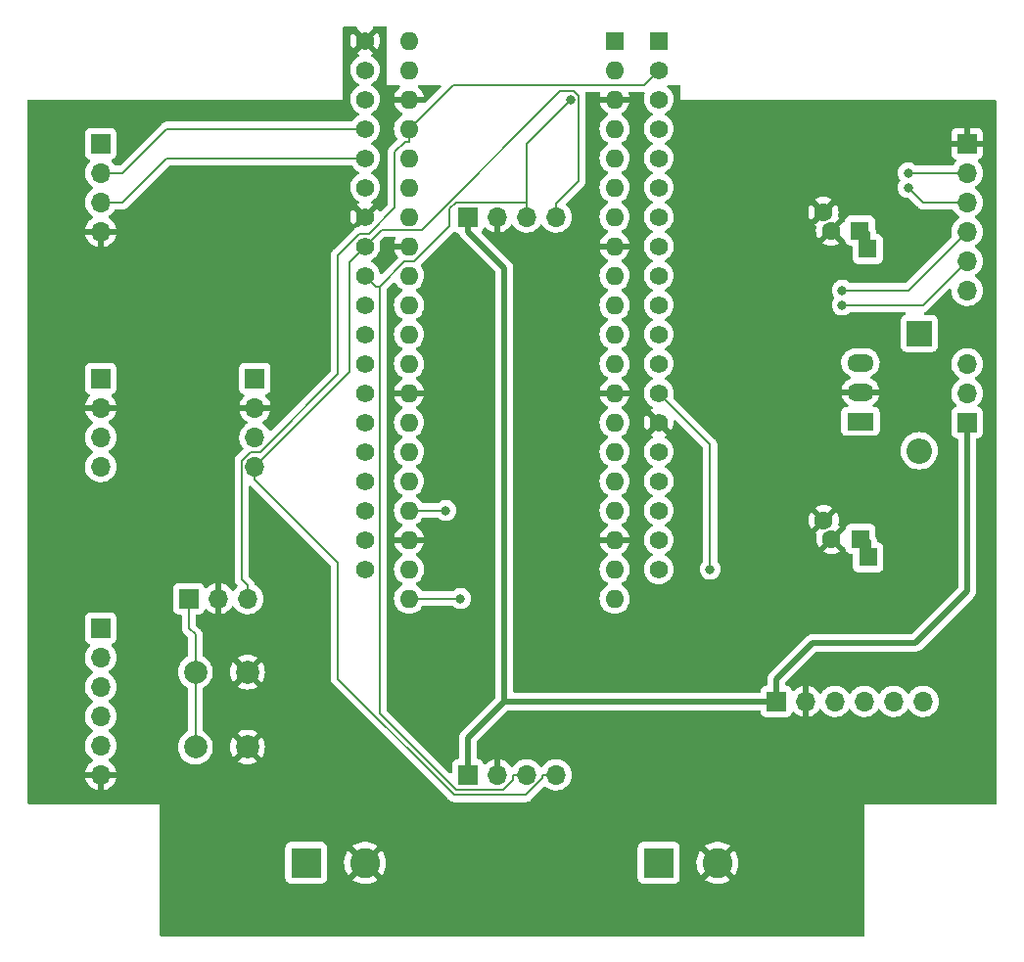
<source format=gbl>
G04 #@! TF.GenerationSoftware,KiCad,Pcbnew,6.0.11-2627ca5db0~126~ubuntu20.04.1*
G04 #@! TF.CreationDate,2023-02-19T14:42:03+01:00*
G04 #@! TF.ProjectId,MQTTbug,4d515454-6275-4672-9e6b-696361645f70,rev?*
G04 #@! TF.SameCoordinates,Original*
G04 #@! TF.FileFunction,Copper,L2,Bot*
G04 #@! TF.FilePolarity,Positive*
%FSLAX46Y46*%
G04 Gerber Fmt 4.6, Leading zero omitted, Abs format (unit mm)*
G04 Created by KiCad (PCBNEW 6.0.11-2627ca5db0~126~ubuntu20.04.1) date 2023-02-19 14:42:03*
%MOMM*%
%LPD*%
G01*
G04 APERTURE LIST*
G04 #@! TA.AperFunction,ComponentPad*
%ADD10R,1.700000X1.700000*%
G04 #@! TD*
G04 #@! TA.AperFunction,ComponentPad*
%ADD11O,1.700000X1.700000*%
G04 #@! TD*
G04 #@! TA.AperFunction,ComponentPad*
%ADD12R,2.200000X2.200000*%
G04 #@! TD*
G04 #@! TA.AperFunction,ComponentPad*
%ADD13O,2.200000X2.200000*%
G04 #@! TD*
G04 #@! TA.AperFunction,ComponentPad*
%ADD14R,2.300000X1.500000*%
G04 #@! TD*
G04 #@! TA.AperFunction,ComponentPad*
%ADD15O,2.300000X1.500000*%
G04 #@! TD*
G04 #@! TA.AperFunction,ComponentPad*
%ADD16C,2.000000*%
G04 #@! TD*
G04 #@! TA.AperFunction,ComponentPad*
%ADD17R,2.600000X2.600000*%
G04 #@! TD*
G04 #@! TA.AperFunction,ComponentPad*
%ADD18C,2.600000*%
G04 #@! TD*
G04 #@! TA.AperFunction,ComponentPad*
%ADD19R,1.600000X1.600000*%
G04 #@! TD*
G04 #@! TA.AperFunction,ComponentPad*
%ADD20C,1.600000*%
G04 #@! TD*
G04 #@! TA.AperFunction,ComponentPad*
%ADD21O,1.600000X1.600000*%
G04 #@! TD*
G04 #@! TA.AperFunction,ComponentPad*
%ADD22R,1.560000X1.560000*%
G04 #@! TD*
G04 #@! TA.AperFunction,ComponentPad*
%ADD23C,1.560000*%
G04 #@! TD*
G04 #@! TA.AperFunction,ViaPad*
%ADD24C,1.100000*%
G04 #@! TD*
G04 #@! TA.AperFunction,ViaPad*
%ADD25C,0.800000*%
G04 #@! TD*
G04 #@! TA.AperFunction,Conductor*
%ADD26C,0.500000*%
G04 #@! TD*
G04 #@! TA.AperFunction,Conductor*
%ADD27C,0.200000*%
G04 #@! TD*
G04 APERTURE END LIST*
D10*
X58420000Y-87630000D03*
D11*
X58420000Y-90170000D03*
X58420000Y-92710000D03*
X58420000Y-95250000D03*
D12*
X129207500Y-83727000D03*
D13*
X129207500Y-93887000D03*
D14*
X124127500Y-91347000D03*
D15*
X124127500Y-88807000D03*
X124127500Y-86267000D03*
D16*
X66605000Y-113030000D03*
X66605000Y-119530000D03*
X71105000Y-113030000D03*
X71105000Y-119530000D03*
D10*
X58420000Y-109220000D03*
D11*
X58420000Y-111760000D03*
X58420000Y-114300000D03*
X58420000Y-116840000D03*
X58420000Y-119380000D03*
X58420000Y-121920000D03*
D10*
X133350000Y-67310000D03*
D11*
X133350000Y-69850000D03*
X133350000Y-72390000D03*
X133350000Y-74930000D03*
X133350000Y-77470000D03*
X133350000Y-80010000D03*
D10*
X116840000Y-115570000D03*
D11*
X119380000Y-115570000D03*
X121920000Y-115570000D03*
X124460000Y-115570000D03*
X127000000Y-115570000D03*
X129540000Y-115570000D03*
D17*
X76195000Y-129540000D03*
D18*
X81275000Y-129540000D03*
D19*
X124087500Y-74837000D03*
X124758437Y-76437000D03*
D20*
X121587500Y-74837000D03*
X120916563Y-73237000D03*
D10*
X58420000Y-67310000D03*
D11*
X58420000Y-69850000D03*
X58420000Y-72390000D03*
X58420000Y-74930000D03*
D10*
X90170000Y-73660000D03*
D11*
X92710000Y-73660000D03*
X95250000Y-73660000D03*
X97790000Y-73660000D03*
D10*
X90170000Y-121920000D03*
D11*
X92710000Y-121920000D03*
X95250000Y-121920000D03*
X97790000Y-121920000D03*
D10*
X66040000Y-106680000D03*
D11*
X68580000Y-106680000D03*
X71120000Y-106680000D03*
D19*
X124798437Y-103107000D03*
X124127500Y-101507000D03*
D20*
X121627500Y-101507000D03*
X120956563Y-99907000D03*
D17*
X106680000Y-129540000D03*
D18*
X111760000Y-129540000D03*
D10*
X71755000Y-87630000D03*
D11*
X71755000Y-90170000D03*
X71755000Y-92710000D03*
X71755000Y-95250000D03*
D10*
X133350000Y-91440000D03*
D11*
X133350000Y-88900000D03*
X133350000Y-86360000D03*
D19*
X102870000Y-58420000D03*
D21*
X102870000Y-60960000D03*
X102870000Y-63500000D03*
X102870000Y-66040000D03*
X102870000Y-68580000D03*
X102870000Y-71120000D03*
X102870000Y-73660000D03*
X102870000Y-76200000D03*
X102870000Y-78740000D03*
X102870000Y-81280000D03*
X102870000Y-83820000D03*
X102870000Y-86360000D03*
X102870000Y-88900000D03*
X102870000Y-91440000D03*
X102870000Y-93980000D03*
X102870000Y-96520000D03*
X102870000Y-99060000D03*
X102870000Y-101600000D03*
X102870000Y-104140000D03*
X102870000Y-106680000D03*
X85090000Y-106680000D03*
X85090000Y-104140000D03*
X85090000Y-101600000D03*
X85090000Y-99060000D03*
X85090000Y-96520000D03*
X85090000Y-93980000D03*
X85090000Y-91440000D03*
X85090000Y-88900000D03*
X85090000Y-86360000D03*
X85090000Y-83820000D03*
X85090000Y-81280000D03*
X85090000Y-78740000D03*
X85090000Y-76200000D03*
X85090000Y-73660000D03*
X85090000Y-71120000D03*
X85090000Y-68580000D03*
X85090000Y-66040000D03*
X85090000Y-63500000D03*
X85090000Y-60960000D03*
X85090000Y-58420000D03*
D22*
X106680000Y-58420000D03*
D23*
X106680000Y-60960000D03*
X106680000Y-63500000D03*
X106680000Y-66040000D03*
X106680000Y-68580000D03*
X106680000Y-71120000D03*
X106680000Y-73660000D03*
X106680000Y-76200000D03*
X106680000Y-78740000D03*
X106680000Y-81280000D03*
X106680000Y-83820000D03*
X106680000Y-86360000D03*
X106680000Y-88900000D03*
X106680000Y-91440000D03*
X106680000Y-93980000D03*
X106680000Y-96520000D03*
X106680000Y-99060000D03*
X106680000Y-101600000D03*
X106680000Y-104140000D03*
X81280000Y-58420000D03*
X81280000Y-60960000D03*
X81280000Y-63500000D03*
X81280000Y-66040000D03*
X81280000Y-68580000D03*
X81280000Y-71120000D03*
X81280000Y-73660000D03*
X81280000Y-76200000D03*
X81280000Y-78740000D03*
X81280000Y-81280000D03*
X81280000Y-83820000D03*
X81280000Y-86360000D03*
X81280000Y-88900000D03*
X81280000Y-91440000D03*
X81280000Y-93980000D03*
X81280000Y-96520000D03*
X81280000Y-99060000D03*
X81280000Y-101600000D03*
X81280000Y-104140000D03*
D24*
X90170000Y-88900000D03*
X88900000Y-114935000D03*
X90170000Y-101600000D03*
X88900000Y-78740000D03*
D25*
X99060000Y-63500000D03*
X128270000Y-69850000D03*
X128270000Y-71120000D03*
X122555000Y-80010000D03*
X122555000Y-81280000D03*
X111125000Y-104140000D03*
X89535000Y-106680000D03*
X88265000Y-99060000D03*
D26*
X124798400Y-101756900D02*
X124377400Y-101756900D01*
X124798400Y-103107000D02*
X124798400Y-101756900D01*
X124377400Y-101756900D02*
X124127500Y-101507000D01*
D27*
X96639900Y-121920000D02*
X96639900Y-122207500D01*
X99326200Y-62775400D02*
X98176100Y-62775400D01*
X88989000Y-123673000D02*
X78941800Y-113625800D01*
X79912600Y-87092400D02*
X71755000Y-95250000D01*
X86191300Y-74760200D02*
X82719800Y-74760200D01*
X97790000Y-73660000D02*
X97790000Y-72509900D01*
X71755000Y-95250000D02*
X71755000Y-96400100D01*
X78941800Y-103586900D02*
X71755000Y-96400100D01*
X99761700Y-70538200D02*
X99761700Y-63210900D01*
X79912600Y-77567400D02*
X79912600Y-87092400D01*
X97790000Y-121920000D02*
X96639900Y-121920000D01*
X98176100Y-62775400D02*
X86191300Y-74760200D01*
X82719800Y-74760200D02*
X81280000Y-76200000D01*
X97790000Y-72509900D02*
X99761700Y-70538200D01*
X99761700Y-63210900D02*
X99326200Y-62775400D01*
X95174400Y-123673000D02*
X88989000Y-123673000D01*
X81280000Y-76200000D02*
X79912600Y-77567400D01*
X96639900Y-122207500D02*
X95174400Y-123673000D01*
X78941800Y-113625800D02*
X78941800Y-103586900D01*
X82548600Y-116598900D02*
X82548600Y-79665000D01*
X94099900Y-121920000D02*
X94099900Y-122351300D01*
X84672900Y-77540700D02*
X82548600Y-79665000D01*
X93232600Y-123218600D02*
X89168300Y-123218600D01*
X94099900Y-122351300D02*
X93232600Y-123218600D01*
X89130400Y-72409400D02*
X88608700Y-72931100D01*
X88608700Y-74469000D02*
X85537000Y-77540700D01*
X95250000Y-67310000D02*
X95250000Y-72409400D01*
X88608700Y-72931100D02*
X88608700Y-74469000D01*
X89168300Y-123218600D02*
X82548600Y-116598900D01*
X95250000Y-121920000D02*
X94099900Y-121920000D01*
X99060000Y-63500000D02*
X95250000Y-67310000D01*
X95250000Y-72409400D02*
X89130400Y-72409400D01*
X95250000Y-72409400D02*
X95250000Y-73660000D01*
X82205000Y-79665000D02*
X81280000Y-78740000D01*
X85537000Y-77540700D02*
X84672900Y-77540700D01*
X82548600Y-79665000D02*
X82205000Y-79665000D01*
X128270000Y-69850000D02*
X133350000Y-69850000D01*
X129540000Y-72390000D02*
X133350000Y-72390000D01*
X128270000Y-71120000D02*
X129540000Y-72390000D01*
X122555000Y-80010000D02*
X128270000Y-80010000D01*
X128270000Y-80010000D02*
X133350000Y-74930000D01*
X122555000Y-81280000D02*
X129540000Y-81280000D01*
X129540000Y-81280000D02*
X133350000Y-77470000D01*
X58420000Y-69850000D02*
X60325000Y-69850000D01*
X64135000Y-66040000D02*
X81280000Y-66040000D01*
X60325000Y-69850000D02*
X64135000Y-66040000D01*
X58420000Y-72390000D02*
X60325000Y-72390000D01*
X64135000Y-68580000D02*
X81280000Y-68580000D01*
X60325000Y-72390000D02*
X64135000Y-68580000D01*
X111125000Y-93345000D02*
X106680000Y-88900000D01*
X85090000Y-106680000D02*
X89535000Y-106680000D01*
X111125000Y-104140000D02*
X111125000Y-93345000D01*
X88265000Y-99060000D02*
X85090000Y-99060000D01*
X66605000Y-113030000D02*
X66605000Y-119530000D01*
X66040000Y-109220000D02*
X66605000Y-109785000D01*
X66040000Y-106680000D02*
X66040000Y-109220000D01*
X66605000Y-109785000D02*
X66605000Y-113030000D01*
D26*
X116840000Y-115570000D02*
X116840000Y-113665000D01*
X93345000Y-115570000D02*
X116840000Y-115570000D01*
X93345000Y-78105000D02*
X90170000Y-74930000D01*
X120015000Y-110490000D02*
X128905000Y-110490000D01*
X90170000Y-118745000D02*
X93345000Y-115570000D01*
X90170000Y-121920000D02*
X90170000Y-118745000D01*
X116840000Y-113665000D02*
X120015000Y-110490000D01*
X93345000Y-115570000D02*
X93345000Y-78105000D01*
X128905000Y-110490000D02*
X133350000Y-106045000D01*
X133350000Y-106045000D02*
X133350000Y-91440000D01*
X90170000Y-74930000D02*
X90170000Y-73660000D01*
D27*
X105410000Y-62230000D02*
X106680000Y-60960000D01*
X71120000Y-106680000D02*
X71120000Y-105529900D01*
X81591500Y-75091800D02*
X83850200Y-72833100D01*
X84748100Y-67140100D02*
X85090000Y-67140100D01*
X83850200Y-72833100D02*
X83850200Y-68038000D01*
X70604900Y-105014800D02*
X70604900Y-94758800D01*
X78942000Y-87232400D02*
X78942000Y-76962400D01*
X71383700Y-93980000D02*
X72194400Y-93980000D01*
X80812600Y-75091800D02*
X81591500Y-75091800D01*
X85090000Y-66040000D02*
X85090000Y-67140100D01*
X78942000Y-76962400D02*
X80812600Y-75091800D01*
X72194400Y-93980000D02*
X78942000Y-87232400D01*
X83850200Y-68038000D02*
X84748100Y-67140100D01*
X85090000Y-66040000D02*
X88900000Y-62230000D01*
X71120000Y-105529900D02*
X70604900Y-105014800D01*
X88900000Y-62230000D02*
X105410000Y-62230000D01*
X70604900Y-94758800D02*
X71383700Y-93980000D01*
D26*
X124758400Y-75086900D02*
X124337400Y-75086900D01*
X124337400Y-75086900D02*
X124087500Y-74837000D01*
X124758400Y-76437000D02*
X124758400Y-75086900D01*
G04 #@! TA.AperFunction,Conductor*
G36*
X80536781Y-57170002D02*
G01*
X80583274Y-57223658D01*
X80593378Y-57293932D01*
X80572014Y-57343278D01*
X80571814Y-57345213D01*
X80580004Y-57360794D01*
X81267188Y-58047978D01*
X81281132Y-58055592D01*
X81282965Y-58055461D01*
X81289580Y-58051210D01*
X81980717Y-57360073D01*
X81988217Y-57346339D01*
X81964999Y-57286983D01*
X81978987Y-57217378D01*
X82028386Y-57166385D01*
X82090519Y-57150000D01*
X83059000Y-57150000D01*
X83127121Y-57170002D01*
X83173614Y-57223658D01*
X83185000Y-57276000D01*
X83185000Y-62230000D01*
X84223699Y-62230000D01*
X84291820Y-62250002D01*
X84338313Y-62303658D01*
X84348417Y-62373932D01*
X84318923Y-62438512D01*
X84295970Y-62459213D01*
X84250533Y-62491028D01*
X84242125Y-62498084D01*
X84088084Y-62652125D01*
X84081028Y-62660533D01*
X83956069Y-62838993D01*
X83950586Y-62848489D01*
X83858510Y-63045947D01*
X83854764Y-63056239D01*
X83808606Y-63228503D01*
X83808942Y-63242599D01*
X83816884Y-63246000D01*
X86357967Y-63246000D01*
X86371498Y-63242027D01*
X86372727Y-63233478D01*
X86325236Y-63056239D01*
X86321490Y-63045947D01*
X86229414Y-62848489D01*
X86223931Y-62838993D01*
X86098972Y-62660533D01*
X86091916Y-62652125D01*
X85937875Y-62498084D01*
X85929467Y-62491028D01*
X85884030Y-62459213D01*
X85839702Y-62403756D01*
X85832393Y-62333137D01*
X85864424Y-62269776D01*
X85925625Y-62233791D01*
X85956301Y-62230000D01*
X87735261Y-62230000D01*
X87803382Y-62250002D01*
X87849875Y-62303658D01*
X87859979Y-62373932D01*
X87830485Y-62438512D01*
X87824356Y-62445095D01*
X86530078Y-63739373D01*
X86467766Y-63773399D01*
X86391383Y-63766105D01*
X86363115Y-63754000D01*
X83822033Y-63754000D01*
X83808502Y-63757973D01*
X83807273Y-63766522D01*
X83854764Y-63943761D01*
X83858510Y-63954053D01*
X83950586Y-64151511D01*
X83956069Y-64161007D01*
X84081028Y-64339467D01*
X84088084Y-64347875D01*
X84242125Y-64501916D01*
X84250533Y-64508972D01*
X84428993Y-64633931D01*
X84438489Y-64639414D01*
X84473049Y-64655529D01*
X84526334Y-64702446D01*
X84545795Y-64770723D01*
X84525253Y-64838683D01*
X84473049Y-64883919D01*
X84438238Y-64900151D01*
X84438233Y-64900154D01*
X84433251Y-64902477D01*
X84328389Y-64975902D01*
X84250211Y-65030643D01*
X84250208Y-65030645D01*
X84245700Y-65033802D01*
X84083802Y-65195700D01*
X84080645Y-65200208D01*
X84080643Y-65200211D01*
X84071607Y-65213116D01*
X83952477Y-65383251D01*
X83950154Y-65388233D01*
X83950151Y-65388238D01*
X83860022Y-65581522D01*
X83855716Y-65590757D01*
X83854294Y-65596065D01*
X83854293Y-65596067D01*
X83852453Y-65602934D01*
X83796457Y-65811913D01*
X83776502Y-66040000D01*
X83796457Y-66268087D01*
X83797881Y-66273400D01*
X83797881Y-66273402D01*
X83834085Y-66408514D01*
X83855716Y-66489243D01*
X83858039Y-66494224D01*
X83858039Y-66494225D01*
X83950151Y-66691762D01*
X83950154Y-66691767D01*
X83952477Y-66696749D01*
X83955633Y-66701256D01*
X83955634Y-66701258D01*
X84047684Y-66832719D01*
X84070372Y-66899993D01*
X84053087Y-66968854D01*
X84033566Y-66994085D01*
X83453962Y-67573689D01*
X83441571Y-67584555D01*
X83416213Y-67604013D01*
X83391726Y-67635925D01*
X83391723Y-67635928D01*
X83318676Y-67731124D01*
X83272947Y-67841524D01*
X83257362Y-67879150D01*
X83241700Y-67998115D01*
X83241700Y-67998120D01*
X83236450Y-68038000D01*
X83237528Y-68046188D01*
X83240622Y-68069690D01*
X83241700Y-68086136D01*
X83241700Y-72528861D01*
X83221698Y-72596982D01*
X83204795Y-72617956D01*
X82657173Y-73165578D01*
X82594861Y-73199604D01*
X82524046Y-73194539D01*
X82467210Y-73151992D01*
X82453883Y-73129732D01*
X82402030Y-73018531D01*
X82396545Y-73009032D01*
X82363130Y-72961311D01*
X82352653Y-72952936D01*
X82339206Y-72960004D01*
X80852702Y-74446508D01*
X80790390Y-74480534D01*
X80780052Y-74482335D01*
X80774958Y-74483005D01*
X80772719Y-74483300D01*
X80772715Y-74483300D01*
X80772697Y-74483302D01*
X80676158Y-74496012D01*
X80661936Y-74497884D01*
X80661934Y-74497884D01*
X80653749Y-74498962D01*
X80505724Y-74560276D01*
X80459905Y-74595434D01*
X80410537Y-74633315D01*
X80410521Y-74633329D01*
X80385166Y-74652784D01*
X80385163Y-74652787D01*
X80378613Y-74657813D01*
X80373583Y-74664368D01*
X80359148Y-74683179D01*
X80348281Y-74695570D01*
X78545766Y-76498085D01*
X78533375Y-76508952D01*
X78508013Y-76528413D01*
X78483526Y-76560325D01*
X78483523Y-76560328D01*
X78410476Y-76655524D01*
X78349162Y-76803549D01*
X78349162Y-76803550D01*
X78347414Y-76816826D01*
X78343480Y-76846711D01*
X78333500Y-76922515D01*
X78333500Y-76922520D01*
X78328250Y-76962400D01*
X78329328Y-76970588D01*
X78332422Y-76994090D01*
X78333500Y-77010536D01*
X78333500Y-86928161D01*
X78313498Y-86996282D01*
X78296595Y-87017256D01*
X73175593Y-92138258D01*
X73113281Y-92172284D01*
X73042466Y-92167219D01*
X72985630Y-92124672D01*
X72970948Y-92099404D01*
X72958416Y-92070580D01*
X72958411Y-92070570D01*
X72956354Y-92065840D01*
X72845331Y-91894225D01*
X72837822Y-91882617D01*
X72837820Y-91882614D01*
X72835014Y-91878277D01*
X72684670Y-91713051D01*
X72680619Y-91709852D01*
X72680615Y-91709848D01*
X72513414Y-91577800D01*
X72513410Y-91577798D01*
X72509359Y-91574598D01*
X72467569Y-91551529D01*
X72417598Y-91501097D01*
X72402826Y-91431654D01*
X72427942Y-91365248D01*
X72455294Y-91338641D01*
X72630328Y-91213792D01*
X72638200Y-91207139D01*
X72789052Y-91056812D01*
X72795730Y-91048965D01*
X72920003Y-90876020D01*
X72925313Y-90867183D01*
X73019670Y-90676267D01*
X73023469Y-90666672D01*
X73085377Y-90462910D01*
X73087555Y-90452837D01*
X73088986Y-90441962D01*
X73086775Y-90427778D01*
X73073617Y-90424000D01*
X70438225Y-90424000D01*
X70424694Y-90427973D01*
X70423257Y-90437966D01*
X70453565Y-90572446D01*
X70456645Y-90582275D01*
X70536770Y-90779603D01*
X70541413Y-90788794D01*
X70652694Y-90970388D01*
X70658777Y-90978699D01*
X70798213Y-91139667D01*
X70805580Y-91146883D01*
X70969434Y-91282916D01*
X70977881Y-91288831D01*
X71046969Y-91329203D01*
X71095693Y-91380842D01*
X71108764Y-91450625D01*
X71082033Y-91516396D01*
X71041584Y-91549752D01*
X71028607Y-91556507D01*
X71024474Y-91559610D01*
X71024471Y-91559612D01*
X70884640Y-91664600D01*
X70849965Y-91690635D01*
X70695629Y-91852138D01*
X70692715Y-91856410D01*
X70692714Y-91856411D01*
X70670318Y-91889243D01*
X70569743Y-92036680D01*
X70528899Y-92124672D01*
X70490537Y-92207316D01*
X70475688Y-92239305D01*
X70415989Y-92454570D01*
X70392251Y-92676695D01*
X70392548Y-92681848D01*
X70392548Y-92681851D01*
X70404349Y-92886525D01*
X70405110Y-92899715D01*
X70406247Y-92904761D01*
X70406248Y-92904767D01*
X70421806Y-92973801D01*
X70454222Y-93117639D01*
X70492461Y-93211811D01*
X70530348Y-93305115D01*
X70538266Y-93324616D01*
X70654987Y-93515088D01*
X70726061Y-93597137D01*
X70732792Y-93604908D01*
X70762275Y-93669494D01*
X70752160Y-93739766D01*
X70726650Y-93776501D01*
X70208666Y-94294485D01*
X70196275Y-94305352D01*
X70170913Y-94324813D01*
X70146426Y-94356725D01*
X70146423Y-94356728D01*
X70146417Y-94356736D01*
X70102126Y-94414457D01*
X70073376Y-94451924D01*
X70012062Y-94599949D01*
X70010929Y-94608554D01*
X69996400Y-94718915D01*
X69996400Y-94718920D01*
X69991150Y-94758800D01*
X69993850Y-94779305D01*
X69995322Y-94790490D01*
X69996400Y-94806936D01*
X69996400Y-104966664D01*
X69995322Y-104983107D01*
X69991150Y-105014800D01*
X69996400Y-105054680D01*
X69996400Y-105054685D01*
X70006423Y-105130819D01*
X70012062Y-105173651D01*
X70073376Y-105321676D01*
X70078403Y-105328227D01*
X70078404Y-105328229D01*
X70146420Y-105416869D01*
X70146426Y-105416875D01*
X70170913Y-105448787D01*
X70177468Y-105453817D01*
X70196279Y-105468252D01*
X70208670Y-105479119D01*
X70213535Y-105483984D01*
X70247561Y-105546296D01*
X70242496Y-105617111D01*
X70213572Y-105659303D01*
X70214965Y-105660635D01*
X70132672Y-105746750D01*
X70060629Y-105822138D01*
X70057715Y-105826410D01*
X70057714Y-105826411D01*
X69952898Y-105980066D01*
X69897987Y-106025069D01*
X69827462Y-106033240D01*
X69763715Y-106001986D01*
X69743018Y-105977502D01*
X69662426Y-105852926D01*
X69656136Y-105844757D01*
X69512806Y-105687240D01*
X69505273Y-105680215D01*
X69338139Y-105548222D01*
X69329552Y-105542517D01*
X69143117Y-105439599D01*
X69133705Y-105435369D01*
X68932959Y-105364280D01*
X68922988Y-105361646D01*
X68851837Y-105348972D01*
X68838540Y-105350432D01*
X68834000Y-105364989D01*
X68834000Y-107998517D01*
X68838064Y-108012359D01*
X68851478Y-108014393D01*
X68858184Y-108013534D01*
X68868262Y-108011392D01*
X69072255Y-107950191D01*
X69081842Y-107946433D01*
X69273095Y-107852739D01*
X69281945Y-107847464D01*
X69455328Y-107723792D01*
X69463200Y-107717139D01*
X69614052Y-107566812D01*
X69620730Y-107558965D01*
X69748022Y-107381819D01*
X69749279Y-107382722D01*
X69796373Y-107339362D01*
X69866311Y-107327145D01*
X69931751Y-107354678D01*
X69959579Y-107386511D01*
X70019987Y-107485088D01*
X70166250Y-107653938D01*
X70338126Y-107796632D01*
X70531000Y-107909338D01*
X70535825Y-107911180D01*
X70535826Y-107911181D01*
X70549056Y-107916233D01*
X70739692Y-107989030D01*
X70744760Y-107990061D01*
X70744763Y-107990062D01*
X70826734Y-108006739D01*
X70958597Y-108033567D01*
X70963772Y-108033757D01*
X70963774Y-108033757D01*
X71176673Y-108041564D01*
X71176677Y-108041564D01*
X71181837Y-108041753D01*
X71186957Y-108041097D01*
X71186959Y-108041097D01*
X71398288Y-108014025D01*
X71398289Y-108014025D01*
X71403416Y-108013368D01*
X71408366Y-108011883D01*
X71612429Y-107950661D01*
X71612434Y-107950659D01*
X71617384Y-107949174D01*
X71817994Y-107850896D01*
X71999860Y-107721173D01*
X72031788Y-107689357D01*
X72144152Y-107577384D01*
X72158096Y-107563489D01*
X72167670Y-107550166D01*
X72285435Y-107386277D01*
X72288453Y-107382077D01*
X72298006Y-107362749D01*
X72385136Y-107186453D01*
X72385137Y-107186451D01*
X72387430Y-107181811D01*
X72452370Y-106968069D01*
X72481529Y-106746590D01*
X72483156Y-106680000D01*
X72464852Y-106457361D01*
X72410431Y-106240702D01*
X72321354Y-106035840D01*
X72281906Y-105974862D01*
X72202822Y-105852617D01*
X72202820Y-105852614D01*
X72200014Y-105848277D01*
X72049670Y-105683051D01*
X72045619Y-105679852D01*
X72045615Y-105679848D01*
X71878412Y-105547799D01*
X71874359Y-105544598D01*
X71869843Y-105542105D01*
X71869840Y-105542103D01*
X71780538Y-105492806D01*
X71730568Y-105442373D01*
X71716510Y-105398942D01*
X71713916Y-105379239D01*
X71712838Y-105371050D01*
X71651524Y-105223025D01*
X71613637Y-105173650D01*
X71578477Y-105127828D01*
X71578474Y-105127825D01*
X71577783Y-105126924D01*
X71559016Y-105102466D01*
X71559013Y-105102463D01*
X71553987Y-105095913D01*
X71547432Y-105090883D01*
X71528621Y-105076448D01*
X71516230Y-105065581D01*
X71250305Y-104799656D01*
X71216279Y-104737344D01*
X71213400Y-104710561D01*
X71213400Y-97023239D01*
X71233402Y-96955118D01*
X71287058Y-96908625D01*
X71357332Y-96898521D01*
X71421912Y-96928015D01*
X71428495Y-96934144D01*
X78296395Y-103802044D01*
X78330421Y-103864356D01*
X78333300Y-103891139D01*
X78333300Y-113577664D01*
X78332222Y-113594107D01*
X78328050Y-113625800D01*
X78333300Y-113665680D01*
X78333300Y-113665685D01*
X78344605Y-113751554D01*
X78348962Y-113784651D01*
X78410276Y-113932676D01*
X78415303Y-113939227D01*
X78415304Y-113939229D01*
X78483320Y-114027869D01*
X78483326Y-114027875D01*
X78507813Y-114059787D01*
X78514368Y-114064817D01*
X78533179Y-114079252D01*
X78545570Y-114090119D01*
X88524685Y-124069234D01*
X88535552Y-124081625D01*
X88555013Y-124106987D01*
X88561563Y-124112013D01*
X88586921Y-124131471D01*
X88586937Y-124131485D01*
X88636305Y-124169366D01*
X88682124Y-124204524D01*
X88756137Y-124235181D01*
X88822520Y-124262678D01*
X88822523Y-124262679D01*
X88830150Y-124265838D01*
X88989000Y-124286751D01*
X89020699Y-124282578D01*
X89037144Y-124281500D01*
X95126264Y-124281500D01*
X95142707Y-124282578D01*
X95174400Y-124286750D01*
X95182589Y-124285672D01*
X95214274Y-124281501D01*
X95214284Y-124281500D01*
X95214285Y-124281500D01*
X95313857Y-124268391D01*
X95325064Y-124266916D01*
X95325066Y-124266915D01*
X95333251Y-124265838D01*
X95481276Y-124204524D01*
X95576462Y-124131485D01*
X95576469Y-124131480D01*
X95576475Y-124131474D01*
X95601834Y-124112015D01*
X95608387Y-124106987D01*
X95613417Y-124100432D01*
X95627852Y-124081621D01*
X95638719Y-124069230D01*
X96742886Y-122965063D01*
X96805198Y-122931037D01*
X96876013Y-122936102D01*
X96912465Y-122957213D01*
X96934181Y-122975242D01*
X97008126Y-123036632D01*
X97201000Y-123149338D01*
X97409692Y-123229030D01*
X97414760Y-123230061D01*
X97414763Y-123230062D01*
X97509862Y-123249410D01*
X97628597Y-123273567D01*
X97633772Y-123273757D01*
X97633774Y-123273757D01*
X97846673Y-123281564D01*
X97846677Y-123281564D01*
X97851837Y-123281753D01*
X97856957Y-123281097D01*
X97856959Y-123281097D01*
X98068288Y-123254025D01*
X98068289Y-123254025D01*
X98073416Y-123253368D01*
X98078366Y-123251883D01*
X98282429Y-123190661D01*
X98282434Y-123190659D01*
X98287384Y-123189174D01*
X98487994Y-123090896D01*
X98669860Y-122961173D01*
X98681996Y-122949080D01*
X98824435Y-122807137D01*
X98828096Y-122803489D01*
X98958453Y-122622077D01*
X98964373Y-122610100D01*
X99055136Y-122426453D01*
X99055137Y-122426451D01*
X99057430Y-122421811D01*
X99122370Y-122208069D01*
X99151529Y-121986590D01*
X99151611Y-121983240D01*
X99153074Y-121923365D01*
X99153074Y-121923361D01*
X99153156Y-121920000D01*
X99134852Y-121697361D01*
X99080431Y-121480702D01*
X98991354Y-121275840D01*
X98870014Y-121088277D01*
X98719670Y-120923051D01*
X98715619Y-120919852D01*
X98715615Y-120919848D01*
X98548414Y-120787800D01*
X98548410Y-120787798D01*
X98544359Y-120784598D01*
X98518495Y-120770320D01*
X98439960Y-120726967D01*
X98348789Y-120676638D01*
X98343920Y-120674914D01*
X98343916Y-120674912D01*
X98143087Y-120603795D01*
X98143083Y-120603794D01*
X98138212Y-120602069D01*
X98133119Y-120601162D01*
X98133116Y-120601161D01*
X97923373Y-120563800D01*
X97923367Y-120563799D01*
X97918284Y-120562894D01*
X97844452Y-120561992D01*
X97700081Y-120560228D01*
X97700079Y-120560228D01*
X97694911Y-120560165D01*
X97474091Y-120593955D01*
X97261756Y-120663357D01*
X97212439Y-120689030D01*
X97072054Y-120762110D01*
X97063607Y-120766507D01*
X97059474Y-120769610D01*
X97059471Y-120769612D01*
X96914792Y-120878240D01*
X96884965Y-120900635D01*
X96881393Y-120904373D01*
X96749611Y-121042275D01*
X96730629Y-121062138D01*
X96623201Y-121219621D01*
X96568293Y-121264621D01*
X96497768Y-121272792D01*
X96434021Y-121241538D01*
X96413324Y-121217054D01*
X96332822Y-121092617D01*
X96332820Y-121092614D01*
X96330014Y-121088277D01*
X96179670Y-120923051D01*
X96175619Y-120919852D01*
X96175615Y-120919848D01*
X96008414Y-120787800D01*
X96008410Y-120787798D01*
X96004359Y-120784598D01*
X95978495Y-120770320D01*
X95899960Y-120726967D01*
X95808789Y-120676638D01*
X95803920Y-120674914D01*
X95803916Y-120674912D01*
X95603087Y-120603795D01*
X95603083Y-120603794D01*
X95598212Y-120602069D01*
X95593119Y-120601162D01*
X95593116Y-120601161D01*
X95383373Y-120563800D01*
X95383367Y-120563799D01*
X95378284Y-120562894D01*
X95304452Y-120561992D01*
X95160081Y-120560228D01*
X95160079Y-120560228D01*
X95154911Y-120560165D01*
X94934091Y-120593955D01*
X94721756Y-120663357D01*
X94672439Y-120689030D01*
X94532054Y-120762110D01*
X94523607Y-120766507D01*
X94519474Y-120769610D01*
X94519471Y-120769612D01*
X94374792Y-120878240D01*
X94344965Y-120900635D01*
X94341393Y-120904373D01*
X94209611Y-121042275D01*
X94190629Y-121062138D01*
X94187720Y-121066403D01*
X94187714Y-121066411D01*
X94175404Y-121084457D01*
X94083204Y-121219618D01*
X94082898Y-121220066D01*
X94027987Y-121265069D01*
X93957462Y-121273240D01*
X93893715Y-121241986D01*
X93873018Y-121217502D01*
X93792426Y-121092926D01*
X93786136Y-121084757D01*
X93642806Y-120927240D01*
X93635273Y-120920215D01*
X93468139Y-120788222D01*
X93459552Y-120782517D01*
X93273117Y-120679599D01*
X93263705Y-120675369D01*
X93062959Y-120604280D01*
X93052988Y-120601646D01*
X92981837Y-120588972D01*
X92968540Y-120590432D01*
X92964000Y-120604989D01*
X92964000Y-122048000D01*
X92943998Y-122116121D01*
X92890342Y-122162614D01*
X92838000Y-122174000D01*
X92582000Y-122174000D01*
X92513879Y-122153998D01*
X92467386Y-122100342D01*
X92456000Y-122048000D01*
X92456000Y-120603102D01*
X92452082Y-120589758D01*
X92437806Y-120587771D01*
X92399324Y-120593660D01*
X92389288Y-120596051D01*
X92186868Y-120662212D01*
X92177359Y-120666209D01*
X91988463Y-120764542D01*
X91979738Y-120770036D01*
X91809433Y-120897905D01*
X91801726Y-120904748D01*
X91724478Y-120985584D01*
X91662954Y-121021014D01*
X91592042Y-121017557D01*
X91534255Y-120976311D01*
X91515402Y-120942763D01*
X91473767Y-120831703D01*
X91470615Y-120823295D01*
X91383261Y-120706739D01*
X91266705Y-120619385D01*
X91130316Y-120568255D01*
X91068134Y-120561500D01*
X91054500Y-120561500D01*
X90986379Y-120541498D01*
X90939886Y-120487842D01*
X90928500Y-120435500D01*
X90928500Y-119111371D01*
X90948502Y-119043250D01*
X90965405Y-119022276D01*
X93622276Y-116365405D01*
X93684588Y-116331379D01*
X93711371Y-116328500D01*
X115355500Y-116328500D01*
X115423621Y-116348502D01*
X115470114Y-116402158D01*
X115481500Y-116454500D01*
X115481500Y-116468134D01*
X115488255Y-116530316D01*
X115539385Y-116666705D01*
X115626739Y-116783261D01*
X115743295Y-116870615D01*
X115879684Y-116921745D01*
X115941866Y-116928500D01*
X117738134Y-116928500D01*
X117800316Y-116921745D01*
X117936705Y-116870615D01*
X118053261Y-116783261D01*
X118140615Y-116666705D01*
X118146172Y-116651883D01*
X118184798Y-116548848D01*
X118227440Y-116492084D01*
X118294001Y-116467384D01*
X118363350Y-116482592D01*
X118398017Y-116510580D01*
X118423218Y-116539673D01*
X118430580Y-116546883D01*
X118594434Y-116682916D01*
X118602881Y-116688831D01*
X118786756Y-116796279D01*
X118796042Y-116800729D01*
X118995001Y-116876703D01*
X119004899Y-116879579D01*
X119108250Y-116900606D01*
X119122299Y-116899410D01*
X119126000Y-116889065D01*
X119126000Y-116888517D01*
X119634000Y-116888517D01*
X119638064Y-116902359D01*
X119651478Y-116904393D01*
X119658184Y-116903534D01*
X119668262Y-116901392D01*
X119872255Y-116840191D01*
X119881842Y-116836433D01*
X120073095Y-116742739D01*
X120081945Y-116737464D01*
X120255328Y-116613792D01*
X120263200Y-116607139D01*
X120414052Y-116456812D01*
X120420730Y-116448965D01*
X120548022Y-116271819D01*
X120549279Y-116272722D01*
X120596373Y-116229362D01*
X120666311Y-116217145D01*
X120731751Y-116244678D01*
X120759579Y-116276511D01*
X120819987Y-116375088D01*
X120966250Y-116543938D01*
X121138126Y-116686632D01*
X121331000Y-116799338D01*
X121539692Y-116879030D01*
X121544760Y-116880061D01*
X121544763Y-116880062D01*
X121639862Y-116899410D01*
X121758597Y-116923567D01*
X121763772Y-116923757D01*
X121763774Y-116923757D01*
X121976673Y-116931564D01*
X121976677Y-116931564D01*
X121981837Y-116931753D01*
X121986957Y-116931097D01*
X121986959Y-116931097D01*
X122198288Y-116904025D01*
X122198289Y-116904025D01*
X122203416Y-116903368D01*
X122208366Y-116901883D01*
X122412429Y-116840661D01*
X122412434Y-116840659D01*
X122417384Y-116839174D01*
X122617994Y-116740896D01*
X122799860Y-116611173D01*
X122958096Y-116453489D01*
X123021391Y-116365405D01*
X123088453Y-116272077D01*
X123089776Y-116273028D01*
X123136645Y-116229857D01*
X123206580Y-116217625D01*
X123272026Y-116245144D01*
X123299875Y-116276994D01*
X123359987Y-116375088D01*
X123506250Y-116543938D01*
X123678126Y-116686632D01*
X123871000Y-116799338D01*
X124079692Y-116879030D01*
X124084760Y-116880061D01*
X124084763Y-116880062D01*
X124179862Y-116899410D01*
X124298597Y-116923567D01*
X124303772Y-116923757D01*
X124303774Y-116923757D01*
X124516673Y-116931564D01*
X124516677Y-116931564D01*
X124521837Y-116931753D01*
X124526957Y-116931097D01*
X124526959Y-116931097D01*
X124738288Y-116904025D01*
X124738289Y-116904025D01*
X124743416Y-116903368D01*
X124748366Y-116901883D01*
X124952429Y-116840661D01*
X124952434Y-116840659D01*
X124957384Y-116839174D01*
X125157994Y-116740896D01*
X125339860Y-116611173D01*
X125498096Y-116453489D01*
X125561391Y-116365405D01*
X125628453Y-116272077D01*
X125629776Y-116273028D01*
X125676645Y-116229857D01*
X125746580Y-116217625D01*
X125812026Y-116245144D01*
X125839875Y-116276994D01*
X125899987Y-116375088D01*
X126046250Y-116543938D01*
X126218126Y-116686632D01*
X126411000Y-116799338D01*
X126619692Y-116879030D01*
X126624760Y-116880061D01*
X126624763Y-116880062D01*
X126719862Y-116899410D01*
X126838597Y-116923567D01*
X126843772Y-116923757D01*
X126843774Y-116923757D01*
X127056673Y-116931564D01*
X127056677Y-116931564D01*
X127061837Y-116931753D01*
X127066957Y-116931097D01*
X127066959Y-116931097D01*
X127278288Y-116904025D01*
X127278289Y-116904025D01*
X127283416Y-116903368D01*
X127288366Y-116901883D01*
X127492429Y-116840661D01*
X127492434Y-116840659D01*
X127497384Y-116839174D01*
X127697994Y-116740896D01*
X127879860Y-116611173D01*
X128038096Y-116453489D01*
X128101391Y-116365405D01*
X128168453Y-116272077D01*
X128169776Y-116273028D01*
X128216645Y-116229857D01*
X128286580Y-116217625D01*
X128352026Y-116245144D01*
X128379875Y-116276994D01*
X128439987Y-116375088D01*
X128586250Y-116543938D01*
X128758126Y-116686632D01*
X128951000Y-116799338D01*
X129159692Y-116879030D01*
X129164760Y-116880061D01*
X129164763Y-116880062D01*
X129259862Y-116899410D01*
X129378597Y-116923567D01*
X129383772Y-116923757D01*
X129383774Y-116923757D01*
X129596673Y-116931564D01*
X129596677Y-116931564D01*
X129601837Y-116931753D01*
X129606957Y-116931097D01*
X129606959Y-116931097D01*
X129818288Y-116904025D01*
X129818289Y-116904025D01*
X129823416Y-116903368D01*
X129828366Y-116901883D01*
X130032429Y-116840661D01*
X130032434Y-116840659D01*
X130037384Y-116839174D01*
X130237994Y-116740896D01*
X130419860Y-116611173D01*
X130578096Y-116453489D01*
X130708453Y-116272077D01*
X130721995Y-116244678D01*
X130805136Y-116076453D01*
X130805137Y-116076451D01*
X130807430Y-116071811D01*
X130872370Y-115858069D01*
X130901529Y-115636590D01*
X130903156Y-115570000D01*
X130884852Y-115347361D01*
X130830431Y-115130702D01*
X130741354Y-114925840D01*
X130654444Y-114791498D01*
X130622822Y-114742617D01*
X130622820Y-114742614D01*
X130620014Y-114738277D01*
X130469670Y-114573051D01*
X130465619Y-114569852D01*
X130465615Y-114569848D01*
X130298414Y-114437800D01*
X130298410Y-114437798D01*
X130294359Y-114434598D01*
X130258028Y-114414542D01*
X130203407Y-114384390D01*
X130098789Y-114326638D01*
X130093920Y-114324914D01*
X130093916Y-114324912D01*
X129893087Y-114253795D01*
X129893083Y-114253794D01*
X129888212Y-114252069D01*
X129883119Y-114251162D01*
X129883116Y-114251161D01*
X129673373Y-114213800D01*
X129673367Y-114213799D01*
X129668284Y-114212894D01*
X129594452Y-114211992D01*
X129450081Y-114210228D01*
X129450079Y-114210228D01*
X129444911Y-114210165D01*
X129224091Y-114243955D01*
X129011756Y-114313357D01*
X128938757Y-114351358D01*
X128909497Y-114366590D01*
X128813607Y-114416507D01*
X128809474Y-114419610D01*
X128809471Y-114419612D01*
X128646099Y-114542275D01*
X128634965Y-114550635D01*
X128631393Y-114554373D01*
X128489748Y-114702596D01*
X128480629Y-114712138D01*
X128373201Y-114869621D01*
X128318293Y-114914621D01*
X128247768Y-114922792D01*
X128184021Y-114891538D01*
X128163324Y-114867054D01*
X128082822Y-114742617D01*
X128082820Y-114742614D01*
X128080014Y-114738277D01*
X127929670Y-114573051D01*
X127925619Y-114569852D01*
X127925615Y-114569848D01*
X127758414Y-114437800D01*
X127758410Y-114437798D01*
X127754359Y-114434598D01*
X127718028Y-114414542D01*
X127663407Y-114384390D01*
X127558789Y-114326638D01*
X127553920Y-114324914D01*
X127553916Y-114324912D01*
X127353087Y-114253795D01*
X127353083Y-114253794D01*
X127348212Y-114252069D01*
X127343119Y-114251162D01*
X127343116Y-114251161D01*
X127133373Y-114213800D01*
X127133367Y-114213799D01*
X127128284Y-114212894D01*
X127054452Y-114211992D01*
X126910081Y-114210228D01*
X126910079Y-114210228D01*
X126904911Y-114210165D01*
X126684091Y-114243955D01*
X126471756Y-114313357D01*
X126398757Y-114351358D01*
X126369497Y-114366590D01*
X126273607Y-114416507D01*
X126269474Y-114419610D01*
X126269471Y-114419612D01*
X126106099Y-114542275D01*
X126094965Y-114550635D01*
X126091393Y-114554373D01*
X125949748Y-114702596D01*
X125940629Y-114712138D01*
X125833201Y-114869621D01*
X125778293Y-114914621D01*
X125707768Y-114922792D01*
X125644021Y-114891538D01*
X125623324Y-114867054D01*
X125542822Y-114742617D01*
X125542820Y-114742614D01*
X125540014Y-114738277D01*
X125389670Y-114573051D01*
X125385619Y-114569852D01*
X125385615Y-114569848D01*
X125218414Y-114437800D01*
X125218410Y-114437798D01*
X125214359Y-114434598D01*
X125178028Y-114414542D01*
X125123407Y-114384390D01*
X125018789Y-114326638D01*
X125013920Y-114324914D01*
X125013916Y-114324912D01*
X124813087Y-114253795D01*
X124813083Y-114253794D01*
X124808212Y-114252069D01*
X124803119Y-114251162D01*
X124803116Y-114251161D01*
X124593373Y-114213800D01*
X124593367Y-114213799D01*
X124588284Y-114212894D01*
X124514452Y-114211992D01*
X124370081Y-114210228D01*
X124370079Y-114210228D01*
X124364911Y-114210165D01*
X124144091Y-114243955D01*
X123931756Y-114313357D01*
X123858757Y-114351358D01*
X123829497Y-114366590D01*
X123733607Y-114416507D01*
X123729474Y-114419610D01*
X123729471Y-114419612D01*
X123566099Y-114542275D01*
X123554965Y-114550635D01*
X123551393Y-114554373D01*
X123409748Y-114702596D01*
X123400629Y-114712138D01*
X123293201Y-114869621D01*
X123238293Y-114914621D01*
X123167768Y-114922792D01*
X123104021Y-114891538D01*
X123083324Y-114867054D01*
X123002822Y-114742617D01*
X123002820Y-114742614D01*
X123000014Y-114738277D01*
X122849670Y-114573051D01*
X122845619Y-114569852D01*
X122845615Y-114569848D01*
X122678414Y-114437800D01*
X122678410Y-114437798D01*
X122674359Y-114434598D01*
X122638028Y-114414542D01*
X122583407Y-114384390D01*
X122478789Y-114326638D01*
X122473920Y-114324914D01*
X122473916Y-114324912D01*
X122273087Y-114253795D01*
X122273083Y-114253794D01*
X122268212Y-114252069D01*
X122263119Y-114251162D01*
X122263116Y-114251161D01*
X122053373Y-114213800D01*
X122053367Y-114213799D01*
X122048284Y-114212894D01*
X121974452Y-114211992D01*
X121830081Y-114210228D01*
X121830079Y-114210228D01*
X121824911Y-114210165D01*
X121604091Y-114243955D01*
X121391756Y-114313357D01*
X121318757Y-114351358D01*
X121289497Y-114366590D01*
X121193607Y-114416507D01*
X121189474Y-114419610D01*
X121189471Y-114419612D01*
X121026099Y-114542275D01*
X121014965Y-114550635D01*
X121011393Y-114554373D01*
X120869748Y-114702596D01*
X120860629Y-114712138D01*
X120753204Y-114869618D01*
X120752898Y-114870066D01*
X120697987Y-114915069D01*
X120627462Y-114923240D01*
X120563715Y-114891986D01*
X120543018Y-114867502D01*
X120462426Y-114742926D01*
X120456136Y-114734757D01*
X120312806Y-114577240D01*
X120305273Y-114570215D01*
X120138139Y-114438222D01*
X120129552Y-114432517D01*
X119943117Y-114329599D01*
X119933705Y-114325369D01*
X119732959Y-114254280D01*
X119722988Y-114251646D01*
X119651837Y-114238972D01*
X119638540Y-114240432D01*
X119634000Y-114254989D01*
X119634000Y-116888517D01*
X119126000Y-116888517D01*
X119126000Y-114253102D01*
X119122082Y-114239758D01*
X119107806Y-114237771D01*
X119069324Y-114243660D01*
X119059288Y-114246051D01*
X118856868Y-114312212D01*
X118847359Y-114316209D01*
X118658463Y-114414542D01*
X118649738Y-114420036D01*
X118479433Y-114547905D01*
X118471726Y-114554748D01*
X118394478Y-114635584D01*
X118332954Y-114671014D01*
X118262042Y-114667557D01*
X118204255Y-114626311D01*
X118185402Y-114592763D01*
X118143767Y-114481703D01*
X118140615Y-114473295D01*
X118053261Y-114356739D01*
X117936705Y-114269385D01*
X117800316Y-114218255D01*
X117738134Y-114211500D01*
X117724500Y-114211500D01*
X117656379Y-114191498D01*
X117609886Y-114137842D01*
X117598500Y-114085500D01*
X117598500Y-114031371D01*
X117618502Y-113963250D01*
X117635405Y-113942276D01*
X120292276Y-111285405D01*
X120354588Y-111251379D01*
X120381371Y-111248500D01*
X128837930Y-111248500D01*
X128856880Y-111249933D01*
X128871115Y-111252099D01*
X128871119Y-111252099D01*
X128878349Y-111253199D01*
X128885641Y-111252606D01*
X128885644Y-111252606D01*
X128931018Y-111248915D01*
X128941233Y-111248500D01*
X128949293Y-111248500D01*
X128962583Y-111246951D01*
X128977507Y-111245211D01*
X128981882Y-111244778D01*
X129047339Y-111239454D01*
X129047342Y-111239453D01*
X129054637Y-111238860D01*
X129061601Y-111236604D01*
X129067560Y-111235413D01*
X129073415Y-111234029D01*
X129080681Y-111233182D01*
X129149327Y-111208265D01*
X129153455Y-111206848D01*
X129215936Y-111186607D01*
X129215938Y-111186606D01*
X129222899Y-111184351D01*
X129229154Y-111180555D01*
X129234628Y-111178049D01*
X129240058Y-111175330D01*
X129246937Y-111172833D01*
X129307976Y-111132814D01*
X129311680Y-111130477D01*
X129374107Y-111092595D01*
X129382484Y-111085197D01*
X129382508Y-111085224D01*
X129385500Y-111082571D01*
X129388733Y-111079868D01*
X129394852Y-111075856D01*
X129448128Y-111019617D01*
X129450506Y-111017175D01*
X133838911Y-106628770D01*
X133853323Y-106616384D01*
X133864918Y-106607851D01*
X133864923Y-106607846D01*
X133870818Y-106603508D01*
X133875557Y-106597930D01*
X133875560Y-106597927D01*
X133905035Y-106563232D01*
X133911965Y-106555716D01*
X133917660Y-106550021D01*
X133935281Y-106527749D01*
X133938072Y-106524345D01*
X133980591Y-106474297D01*
X133980592Y-106474295D01*
X133985333Y-106468715D01*
X133988661Y-106462199D01*
X133992028Y-106457150D01*
X133995195Y-106452021D01*
X133999734Y-106446284D01*
X134030655Y-106380125D01*
X134032561Y-106376225D01*
X134065769Y-106311192D01*
X134067508Y-106304084D01*
X134069607Y-106298441D01*
X134071524Y-106292678D01*
X134074622Y-106286050D01*
X134089487Y-106214583D01*
X134090457Y-106210299D01*
X134106473Y-106144845D01*
X134107808Y-106139390D01*
X134108500Y-106128236D01*
X134108536Y-106128238D01*
X134108775Y-106124245D01*
X134109149Y-106120053D01*
X134110640Y-106112885D01*
X134108546Y-106035479D01*
X134108500Y-106032072D01*
X134108500Y-92924500D01*
X134128502Y-92856379D01*
X134182158Y-92809886D01*
X134234500Y-92798500D01*
X134248134Y-92798500D01*
X134310316Y-92791745D01*
X134446705Y-92740615D01*
X134563261Y-92653261D01*
X134650615Y-92536705D01*
X134701745Y-92400316D01*
X134708500Y-92338134D01*
X134708500Y-90541866D01*
X134701745Y-90479684D01*
X134650615Y-90343295D01*
X134563261Y-90226739D01*
X134446705Y-90139385D01*
X134412340Y-90126502D01*
X134328203Y-90094960D01*
X134271439Y-90052318D01*
X134246739Y-89985756D01*
X134261947Y-89916408D01*
X134283493Y-89887727D01*
X134301251Y-89870031D01*
X134388096Y-89783489D01*
X134425529Y-89731396D01*
X134515435Y-89606277D01*
X134518453Y-89602077D01*
X134545817Y-89546711D01*
X134615136Y-89406453D01*
X134615137Y-89406451D01*
X134617430Y-89401811D01*
X134677403Y-89204418D01*
X134680865Y-89193023D01*
X134680865Y-89193021D01*
X134682370Y-89188069D01*
X134711529Y-88966590D01*
X134713156Y-88900000D01*
X134694852Y-88677361D01*
X134640431Y-88460702D01*
X134551354Y-88255840D01*
X134511247Y-88193844D01*
X134432822Y-88072617D01*
X134432820Y-88072614D01*
X134430014Y-88068277D01*
X134279670Y-87903051D01*
X134275619Y-87899852D01*
X134275615Y-87899848D01*
X134108414Y-87767800D01*
X134108410Y-87767798D01*
X134104359Y-87764598D01*
X134063053Y-87741796D01*
X134013084Y-87691364D01*
X133998312Y-87621921D01*
X134023428Y-87555516D01*
X134050780Y-87528909D01*
X134099207Y-87494366D01*
X134229860Y-87401173D01*
X134261788Y-87369357D01*
X134311209Y-87320107D01*
X134388096Y-87243489D01*
X134419498Y-87199789D01*
X134515435Y-87066277D01*
X134518453Y-87062077D01*
X134538628Y-87021257D01*
X134615136Y-86866453D01*
X134615137Y-86866451D01*
X134617430Y-86861811D01*
X134682370Y-86648069D01*
X134711529Y-86426590D01*
X134713156Y-86360000D01*
X134694852Y-86137361D01*
X134640431Y-85920702D01*
X134551354Y-85715840D01*
X134469903Y-85589936D01*
X134432822Y-85532617D01*
X134432820Y-85532614D01*
X134430014Y-85528277D01*
X134279670Y-85363051D01*
X134275619Y-85359852D01*
X134275615Y-85359848D01*
X134108414Y-85227800D01*
X134108410Y-85227798D01*
X134104359Y-85224598D01*
X134096304Y-85220151D01*
X133985455Y-85158960D01*
X133908789Y-85116638D01*
X133903920Y-85114914D01*
X133903916Y-85114912D01*
X133703087Y-85043795D01*
X133703083Y-85043794D01*
X133698212Y-85042069D01*
X133693119Y-85041162D01*
X133693116Y-85041161D01*
X133483373Y-85003800D01*
X133483367Y-85003799D01*
X133478284Y-85002894D01*
X133404452Y-85001992D01*
X133260081Y-85000228D01*
X133260079Y-85000228D01*
X133254911Y-85000165D01*
X133034091Y-85033955D01*
X132821756Y-85103357D01*
X132623607Y-85206507D01*
X132619474Y-85209610D01*
X132619471Y-85209612D01*
X132451804Y-85335500D01*
X132444965Y-85340635D01*
X132290629Y-85502138D01*
X132287715Y-85506410D01*
X132287714Y-85506411D01*
X132278300Y-85520211D01*
X132164743Y-85686680D01*
X132070688Y-85889305D01*
X132010989Y-86104570D01*
X131987251Y-86326695D01*
X131987548Y-86331848D01*
X131987548Y-86331851D01*
X131992857Y-86423919D01*
X132000110Y-86549715D01*
X132001247Y-86554761D01*
X132001248Y-86554767D01*
X132009955Y-86593402D01*
X132049222Y-86767639D01*
X132133266Y-86974616D01*
X132156029Y-87011762D01*
X132223762Y-87122292D01*
X132249987Y-87165088D01*
X132396250Y-87333938D01*
X132568126Y-87476632D01*
X132626285Y-87510617D01*
X132641445Y-87519476D01*
X132690169Y-87571114D01*
X132703240Y-87640897D01*
X132676509Y-87706669D01*
X132636055Y-87740027D01*
X132623607Y-87746507D01*
X132619474Y-87749610D01*
X132619471Y-87749612D01*
X132479263Y-87854883D01*
X132444965Y-87880635D01*
X132290629Y-88042138D01*
X132164743Y-88226680D01*
X132149003Y-88260590D01*
X132084760Y-88398990D01*
X132070688Y-88429305D01*
X132010989Y-88644570D01*
X131987251Y-88866695D01*
X131987548Y-88871848D01*
X131987548Y-88871851D01*
X131997378Y-89042333D01*
X132000110Y-89089715D01*
X132001247Y-89094761D01*
X132001248Y-89094767D01*
X132021119Y-89182939D01*
X132049222Y-89307639D01*
X132133266Y-89514616D01*
X132249987Y-89705088D01*
X132396250Y-89873938D01*
X132400230Y-89877242D01*
X132404981Y-89881187D01*
X132444616Y-89940090D01*
X132446113Y-90011071D01*
X132408997Y-90071593D01*
X132368725Y-90096112D01*
X132350357Y-90102998D01*
X132253295Y-90139385D01*
X132136739Y-90226739D01*
X132049385Y-90343295D01*
X131998255Y-90479684D01*
X131991500Y-90541866D01*
X131991500Y-92338134D01*
X131998255Y-92400316D01*
X132049385Y-92536705D01*
X132136739Y-92653261D01*
X132253295Y-92740615D01*
X132389684Y-92791745D01*
X132451866Y-92798500D01*
X132465500Y-92798500D01*
X132533621Y-92818502D01*
X132580114Y-92872158D01*
X132591500Y-92924500D01*
X132591500Y-105678629D01*
X132571498Y-105746750D01*
X132554595Y-105767724D01*
X128627724Y-109694595D01*
X128565412Y-109728621D01*
X128538629Y-109731500D01*
X120082070Y-109731500D01*
X120063120Y-109730067D01*
X120048885Y-109727901D01*
X120048881Y-109727901D01*
X120041651Y-109726801D01*
X120034359Y-109727394D01*
X120034356Y-109727394D01*
X119988982Y-109731085D01*
X119978767Y-109731500D01*
X119970707Y-109731500D01*
X119957417Y-109733049D01*
X119942493Y-109734789D01*
X119938118Y-109735222D01*
X119872661Y-109740546D01*
X119872658Y-109740547D01*
X119865363Y-109741140D01*
X119858399Y-109743396D01*
X119852440Y-109744587D01*
X119846585Y-109745971D01*
X119839319Y-109746818D01*
X119770673Y-109771735D01*
X119766545Y-109773152D01*
X119704064Y-109793393D01*
X119704062Y-109793394D01*
X119697101Y-109795649D01*
X119690846Y-109799445D01*
X119685372Y-109801951D01*
X119679942Y-109804670D01*
X119673063Y-109807167D01*
X119666943Y-109811180D01*
X119666942Y-109811180D01*
X119612024Y-109847186D01*
X119608320Y-109849523D01*
X119545893Y-109887405D01*
X119537516Y-109894803D01*
X119537492Y-109894776D01*
X119534500Y-109897429D01*
X119531267Y-109900132D01*
X119525148Y-109904144D01*
X119520116Y-109909456D01*
X119471872Y-109960383D01*
X119469494Y-109962825D01*
X116351089Y-113081230D01*
X116336677Y-113093616D01*
X116325082Y-113102149D01*
X116325077Y-113102154D01*
X116319182Y-113106492D01*
X116314443Y-113112070D01*
X116314440Y-113112073D01*
X116284965Y-113146768D01*
X116278035Y-113154284D01*
X116272340Y-113159979D01*
X116270060Y-113162861D01*
X116254719Y-113182251D01*
X116251928Y-113185655D01*
X116209409Y-113235703D01*
X116204667Y-113241285D01*
X116201339Y-113247801D01*
X116197972Y-113252850D01*
X116194805Y-113257979D01*
X116190266Y-113263716D01*
X116159345Y-113329875D01*
X116157442Y-113333769D01*
X116124231Y-113398808D01*
X116122492Y-113405916D01*
X116120393Y-113411559D01*
X116118476Y-113417322D01*
X116115378Y-113423950D01*
X116113888Y-113431112D01*
X116113888Y-113431113D01*
X116100514Y-113495412D01*
X116099544Y-113499696D01*
X116082192Y-113570610D01*
X116081500Y-113581764D01*
X116081464Y-113581762D01*
X116081225Y-113585755D01*
X116080851Y-113589947D01*
X116079360Y-113597115D01*
X116080044Y-113622401D01*
X116081454Y-113674521D01*
X116081500Y-113677928D01*
X116081500Y-114085500D01*
X116061498Y-114153621D01*
X116007842Y-114200114D01*
X115955500Y-114211500D01*
X115941866Y-114211500D01*
X115879684Y-114218255D01*
X115743295Y-114269385D01*
X115626739Y-114356739D01*
X115539385Y-114473295D01*
X115488255Y-114609684D01*
X115481500Y-114671866D01*
X115481500Y-114685500D01*
X115461498Y-114753621D01*
X115407842Y-114800114D01*
X115355500Y-114811500D01*
X94229500Y-114811500D01*
X94161379Y-114791498D01*
X94114886Y-114737842D01*
X94103500Y-114685500D01*
X94103500Y-106680000D01*
X101556502Y-106680000D01*
X101576457Y-106908087D01*
X101577881Y-106913400D01*
X101577881Y-106913402D01*
X101613216Y-107045271D01*
X101635716Y-107129243D01*
X101638039Y-107134224D01*
X101638039Y-107134225D01*
X101730151Y-107331762D01*
X101730154Y-107331767D01*
X101732477Y-107336749D01*
X101764216Y-107382077D01*
X101839078Y-107488990D01*
X101863802Y-107524300D01*
X102025700Y-107686198D01*
X102030208Y-107689355D01*
X102030211Y-107689357D01*
X102079931Y-107724171D01*
X102213251Y-107817523D01*
X102218233Y-107819846D01*
X102218238Y-107819849D01*
X102415775Y-107911961D01*
X102420757Y-107914284D01*
X102426065Y-107915706D01*
X102426067Y-107915707D01*
X102636598Y-107972119D01*
X102636600Y-107972119D01*
X102641913Y-107973543D01*
X102870000Y-107993498D01*
X103098087Y-107973543D01*
X103103400Y-107972119D01*
X103103402Y-107972119D01*
X103313933Y-107915707D01*
X103313935Y-107915706D01*
X103319243Y-107914284D01*
X103324225Y-107911961D01*
X103521762Y-107819849D01*
X103521767Y-107819846D01*
X103526749Y-107817523D01*
X103660069Y-107724171D01*
X103709789Y-107689357D01*
X103709792Y-107689355D01*
X103714300Y-107686198D01*
X103876198Y-107524300D01*
X103900923Y-107488990D01*
X103975784Y-107382077D01*
X104007523Y-107336749D01*
X104009846Y-107331767D01*
X104009849Y-107331762D01*
X104101961Y-107134225D01*
X104101961Y-107134224D01*
X104104284Y-107129243D01*
X104126785Y-107045271D01*
X104162119Y-106913402D01*
X104162119Y-106913400D01*
X104163543Y-106908087D01*
X104183498Y-106680000D01*
X104163543Y-106451913D01*
X104160260Y-106439659D01*
X104105707Y-106236067D01*
X104105706Y-106236065D01*
X104104284Y-106230757D01*
X104095747Y-106212449D01*
X104009849Y-106028238D01*
X104009846Y-106028233D01*
X104007523Y-106023251D01*
X103913437Y-105888882D01*
X103879357Y-105840211D01*
X103879355Y-105840208D01*
X103876198Y-105835700D01*
X103714300Y-105673802D01*
X103709792Y-105670645D01*
X103709789Y-105670643D01*
X103574780Y-105576109D01*
X103526749Y-105542477D01*
X103521767Y-105540154D01*
X103521762Y-105540151D01*
X103487543Y-105524195D01*
X103434258Y-105477278D01*
X103414797Y-105409001D01*
X103435339Y-105341041D01*
X103487543Y-105295805D01*
X103521762Y-105279849D01*
X103521767Y-105279846D01*
X103526749Y-105277523D01*
X103675096Y-105173649D01*
X103709789Y-105149357D01*
X103709792Y-105149355D01*
X103714300Y-105146198D01*
X103876198Y-104984300D01*
X103882507Y-104975291D01*
X103934098Y-104901611D01*
X104007523Y-104796749D01*
X104009846Y-104791767D01*
X104009849Y-104791762D01*
X104101961Y-104594225D01*
X104101961Y-104594224D01*
X104104284Y-104589243D01*
X104126785Y-104505271D01*
X104162119Y-104373402D01*
X104162119Y-104373400D01*
X104163543Y-104368087D01*
X104183498Y-104140000D01*
X105386578Y-104140000D01*
X105406228Y-104364600D01*
X105407652Y-104369913D01*
X105407652Y-104369915D01*
X105419867Y-104415500D01*
X105464581Y-104582376D01*
X105466903Y-104587357D01*
X105466904Y-104587358D01*
X105524355Y-104710561D01*
X105559864Y-104786711D01*
X105689181Y-104971396D01*
X105848604Y-105130819D01*
X106033289Y-105260136D01*
X106038267Y-105262457D01*
X106038270Y-105262459D01*
X106223798Y-105348972D01*
X106237624Y-105355419D01*
X106242932Y-105356841D01*
X106242934Y-105356842D01*
X106450085Y-105412348D01*
X106450087Y-105412348D01*
X106455400Y-105413772D01*
X106680000Y-105433422D01*
X106904600Y-105413772D01*
X106909913Y-105412348D01*
X106909915Y-105412348D01*
X107117066Y-105356842D01*
X107117068Y-105356841D01*
X107122376Y-105355419D01*
X107136202Y-105348972D01*
X107321730Y-105262459D01*
X107321733Y-105262457D01*
X107326711Y-105260136D01*
X107511396Y-105130819D01*
X107670819Y-104971396D01*
X107800136Y-104786711D01*
X107835646Y-104710561D01*
X107893096Y-104587358D01*
X107893097Y-104587357D01*
X107895419Y-104582376D01*
X107940134Y-104415500D01*
X107952348Y-104369915D01*
X107952348Y-104369913D01*
X107953772Y-104364600D01*
X107973422Y-104140000D01*
X107953772Y-103915400D01*
X107895419Y-103697624D01*
X107800136Y-103493289D01*
X107670819Y-103308604D01*
X107511396Y-103149181D01*
X107326711Y-103019864D01*
X107321733Y-103017543D01*
X107321730Y-103017541D01*
X107250219Y-102984195D01*
X107196934Y-102937277D01*
X107177473Y-102869000D01*
X107198015Y-102801040D01*
X107250219Y-102755805D01*
X107321730Y-102722459D01*
X107321733Y-102722457D01*
X107326711Y-102720136D01*
X107511396Y-102590819D01*
X107670819Y-102431396D01*
X107800136Y-102246711D01*
X107808664Y-102228424D01*
X107893096Y-102047358D01*
X107893097Y-102047357D01*
X107895419Y-102042376D01*
X107917210Y-101961053D01*
X107952348Y-101829915D01*
X107952348Y-101829913D01*
X107953772Y-101824600D01*
X107973422Y-101600000D01*
X107953772Y-101375400D01*
X107895419Y-101157624D01*
X107824285Y-101005077D01*
X107802459Y-100958270D01*
X107802457Y-100958267D01*
X107800136Y-100953289D01*
X107670819Y-100768604D01*
X107511396Y-100609181D01*
X107326711Y-100479864D01*
X107321733Y-100477543D01*
X107321730Y-100477541D01*
X107250219Y-100444195D01*
X107196934Y-100397277D01*
X107177473Y-100329000D01*
X107198015Y-100261040D01*
X107250219Y-100215805D01*
X107321730Y-100182459D01*
X107321733Y-100182457D01*
X107326711Y-100180136D01*
X107511396Y-100050819D01*
X107670819Y-99891396D01*
X107800136Y-99706711D01*
X107813571Y-99677901D01*
X107893096Y-99507358D01*
X107893097Y-99507357D01*
X107895419Y-99502376D01*
X107908664Y-99452947D01*
X107952348Y-99289915D01*
X107952348Y-99289913D01*
X107953772Y-99284600D01*
X107973422Y-99060000D01*
X107953772Y-98835400D01*
X107949897Y-98820938D01*
X107896842Y-98622934D01*
X107896841Y-98622932D01*
X107895419Y-98617624D01*
X107800136Y-98413289D01*
X107670819Y-98228604D01*
X107511396Y-98069181D01*
X107326711Y-97939864D01*
X107321733Y-97937543D01*
X107321730Y-97937541D01*
X107250219Y-97904195D01*
X107196934Y-97857277D01*
X107177473Y-97789000D01*
X107198015Y-97721040D01*
X107250219Y-97675805D01*
X107321730Y-97642459D01*
X107321733Y-97642457D01*
X107326711Y-97640136D01*
X107511396Y-97510819D01*
X107670819Y-97351396D01*
X107800136Y-97166711D01*
X107895419Y-96962376D01*
X107923233Y-96858575D01*
X107952348Y-96749915D01*
X107952348Y-96749913D01*
X107953772Y-96744600D01*
X107973422Y-96520000D01*
X107953772Y-96295400D01*
X107933577Y-96220031D01*
X107896842Y-96082934D01*
X107896841Y-96082932D01*
X107895419Y-96077624D01*
X107838834Y-95956277D01*
X107802459Y-95878270D01*
X107802457Y-95878267D01*
X107800136Y-95873289D01*
X107670819Y-95688604D01*
X107511396Y-95529181D01*
X107326711Y-95399864D01*
X107321733Y-95397543D01*
X107321730Y-95397541D01*
X107250219Y-95364195D01*
X107196934Y-95317277D01*
X107177473Y-95249000D01*
X107198015Y-95181040D01*
X107250219Y-95135805D01*
X107321730Y-95102459D01*
X107321733Y-95102457D01*
X107326711Y-95100136D01*
X107511396Y-94970819D01*
X107670819Y-94811396D01*
X107800136Y-94626711D01*
X107807654Y-94610590D01*
X107893096Y-94427358D01*
X107893097Y-94427357D01*
X107895419Y-94422376D01*
X107913010Y-94356728D01*
X107952348Y-94209915D01*
X107952348Y-94209913D01*
X107953772Y-94204600D01*
X107973422Y-93980000D01*
X107953772Y-93755400D01*
X107913448Y-93604908D01*
X107896842Y-93542934D01*
X107896841Y-93542932D01*
X107895419Y-93537624D01*
X107838834Y-93416277D01*
X107802459Y-93338270D01*
X107802457Y-93338267D01*
X107800136Y-93333289D01*
X107670819Y-93148604D01*
X107511396Y-92989181D01*
X107326711Y-92859864D01*
X107321733Y-92857543D01*
X107321730Y-92857541D01*
X107249627Y-92823919D01*
X107196342Y-92777002D01*
X107176881Y-92708724D01*
X107197423Y-92640764D01*
X107249628Y-92595529D01*
X107321469Y-92562030D01*
X107330968Y-92556545D01*
X107378689Y-92523130D01*
X107387064Y-92512653D01*
X107379996Y-92499206D01*
X106692812Y-91812022D01*
X106678868Y-91804408D01*
X106677035Y-91804539D01*
X106670420Y-91808790D01*
X105979283Y-92499927D01*
X105972853Y-92511702D01*
X105982149Y-92523717D01*
X106029032Y-92556545D01*
X106038531Y-92562030D01*
X106110372Y-92595529D01*
X106163657Y-92642445D01*
X106183119Y-92710722D01*
X106162578Y-92778683D01*
X106110373Y-92823919D01*
X106038270Y-92857541D01*
X106038267Y-92857543D01*
X106033289Y-92859864D01*
X105848604Y-92989181D01*
X105689181Y-93148604D01*
X105559864Y-93333289D01*
X105557543Y-93338267D01*
X105557541Y-93338270D01*
X105521166Y-93416277D01*
X105464581Y-93537624D01*
X105463159Y-93542932D01*
X105463158Y-93542934D01*
X105446552Y-93604908D01*
X105406228Y-93755400D01*
X105386578Y-93980000D01*
X105406228Y-94204600D01*
X105407652Y-94209913D01*
X105407652Y-94209915D01*
X105446991Y-94356728D01*
X105464581Y-94422376D01*
X105466903Y-94427357D01*
X105466904Y-94427358D01*
X105552347Y-94610590D01*
X105559864Y-94626711D01*
X105689181Y-94811396D01*
X105848604Y-94970819D01*
X106033289Y-95100136D01*
X106038267Y-95102457D01*
X106038270Y-95102459D01*
X106109781Y-95135805D01*
X106163066Y-95182723D01*
X106182527Y-95251000D01*
X106161985Y-95318960D01*
X106109781Y-95364195D01*
X106038270Y-95397541D01*
X106038267Y-95397543D01*
X106033289Y-95399864D01*
X105848604Y-95529181D01*
X105689181Y-95688604D01*
X105559864Y-95873289D01*
X105557543Y-95878267D01*
X105557541Y-95878270D01*
X105521166Y-95956277D01*
X105464581Y-96077624D01*
X105463159Y-96082932D01*
X105463158Y-96082934D01*
X105426423Y-96220031D01*
X105406228Y-96295400D01*
X105386578Y-96520000D01*
X105406228Y-96744600D01*
X105407652Y-96749913D01*
X105407652Y-96749915D01*
X105436768Y-96858575D01*
X105464581Y-96962376D01*
X105559864Y-97166711D01*
X105689181Y-97351396D01*
X105848604Y-97510819D01*
X106033289Y-97640136D01*
X106038267Y-97642457D01*
X106038270Y-97642459D01*
X106109781Y-97675805D01*
X106163066Y-97722723D01*
X106182527Y-97791000D01*
X106161985Y-97858960D01*
X106109781Y-97904195D01*
X106038270Y-97937541D01*
X106038267Y-97937543D01*
X106033289Y-97939864D01*
X105848604Y-98069181D01*
X105689181Y-98228604D01*
X105559864Y-98413289D01*
X105464581Y-98617624D01*
X105463159Y-98622932D01*
X105463158Y-98622934D01*
X105410103Y-98820938D01*
X105406228Y-98835400D01*
X105386578Y-99060000D01*
X105406228Y-99284600D01*
X105407652Y-99289913D01*
X105407652Y-99289915D01*
X105451337Y-99452947D01*
X105464581Y-99502376D01*
X105466903Y-99507357D01*
X105466904Y-99507358D01*
X105546430Y-99677901D01*
X105559864Y-99706711D01*
X105689181Y-99891396D01*
X105848604Y-100050819D01*
X106033289Y-100180136D01*
X106038267Y-100182457D01*
X106038270Y-100182459D01*
X106109781Y-100215805D01*
X106163066Y-100262723D01*
X106182527Y-100331000D01*
X106161985Y-100398960D01*
X106109781Y-100444195D01*
X106038270Y-100477541D01*
X106038267Y-100477543D01*
X106033289Y-100479864D01*
X105848604Y-100609181D01*
X105689181Y-100768604D01*
X105559864Y-100953289D01*
X105557543Y-100958267D01*
X105557541Y-100958270D01*
X105535715Y-101005077D01*
X105464581Y-101157624D01*
X105406228Y-101375400D01*
X105386578Y-101600000D01*
X105406228Y-101824600D01*
X105407652Y-101829913D01*
X105407652Y-101829915D01*
X105442791Y-101961053D01*
X105464581Y-102042376D01*
X105466903Y-102047357D01*
X105466904Y-102047358D01*
X105551337Y-102228424D01*
X105559864Y-102246711D01*
X105689181Y-102431396D01*
X105848604Y-102590819D01*
X106033289Y-102720136D01*
X106038267Y-102722457D01*
X106038270Y-102722459D01*
X106109781Y-102755805D01*
X106163066Y-102802723D01*
X106182527Y-102871000D01*
X106161985Y-102938960D01*
X106109781Y-102984195D01*
X106038270Y-103017541D01*
X106038267Y-103017543D01*
X106033289Y-103019864D01*
X105848604Y-103149181D01*
X105689181Y-103308604D01*
X105559864Y-103493289D01*
X105464581Y-103697624D01*
X105406228Y-103915400D01*
X105386578Y-104140000D01*
X104183498Y-104140000D01*
X104163543Y-103911913D01*
X104143992Y-103838949D01*
X104105707Y-103696067D01*
X104105706Y-103696065D01*
X104104284Y-103690757D01*
X104055855Y-103586900D01*
X104009849Y-103488238D01*
X104009846Y-103488233D01*
X104007523Y-103483251D01*
X103885234Y-103308604D01*
X103879357Y-103300211D01*
X103879355Y-103300208D01*
X103876198Y-103295700D01*
X103714300Y-103133802D01*
X103709792Y-103130645D01*
X103709789Y-103130643D01*
X103564969Y-103029239D01*
X103526749Y-103002477D01*
X103521767Y-103000154D01*
X103521762Y-103000151D01*
X103486951Y-102983919D01*
X103433666Y-102937002D01*
X103414205Y-102868725D01*
X103434747Y-102800765D01*
X103486951Y-102755529D01*
X103521511Y-102739414D01*
X103531007Y-102733931D01*
X103709467Y-102608972D01*
X103717875Y-102601916D01*
X103871916Y-102447875D01*
X103878972Y-102439467D01*
X104003931Y-102261007D01*
X104009414Y-102251511D01*
X104101490Y-102054053D01*
X104105236Y-102043761D01*
X104151394Y-101871497D01*
X104151058Y-101857401D01*
X104143116Y-101854000D01*
X101602033Y-101854000D01*
X101588502Y-101857973D01*
X101587273Y-101866522D01*
X101634764Y-102043761D01*
X101638510Y-102054053D01*
X101730586Y-102251511D01*
X101736069Y-102261007D01*
X101861028Y-102439467D01*
X101868084Y-102447875D01*
X102022125Y-102601916D01*
X102030533Y-102608972D01*
X102208993Y-102733931D01*
X102218489Y-102739414D01*
X102253049Y-102755529D01*
X102306334Y-102802446D01*
X102325795Y-102870723D01*
X102305253Y-102938683D01*
X102253049Y-102983919D01*
X102218238Y-103000151D01*
X102218233Y-103000154D01*
X102213251Y-103002477D01*
X102175031Y-103029239D01*
X102030211Y-103130643D01*
X102030208Y-103130645D01*
X102025700Y-103133802D01*
X101863802Y-103295700D01*
X101860645Y-103300208D01*
X101860643Y-103300211D01*
X101854766Y-103308604D01*
X101732477Y-103483251D01*
X101730154Y-103488233D01*
X101730151Y-103488238D01*
X101684145Y-103586900D01*
X101635716Y-103690757D01*
X101634294Y-103696065D01*
X101634293Y-103696067D01*
X101596008Y-103838949D01*
X101576457Y-103911913D01*
X101556502Y-104140000D01*
X101576457Y-104368087D01*
X101577881Y-104373400D01*
X101577881Y-104373402D01*
X101613216Y-104505271D01*
X101635716Y-104589243D01*
X101638039Y-104594224D01*
X101638039Y-104594225D01*
X101730151Y-104791762D01*
X101730154Y-104791767D01*
X101732477Y-104796749D01*
X101805902Y-104901611D01*
X101857494Y-104975291D01*
X101863802Y-104984300D01*
X102025700Y-105146198D01*
X102030208Y-105149355D01*
X102030211Y-105149357D01*
X102064904Y-105173649D01*
X102213251Y-105277523D01*
X102218233Y-105279846D01*
X102218238Y-105279849D01*
X102252457Y-105295805D01*
X102305742Y-105342722D01*
X102325203Y-105410999D01*
X102304661Y-105478959D01*
X102252457Y-105524195D01*
X102218238Y-105540151D01*
X102218233Y-105540154D01*
X102213251Y-105542477D01*
X102165220Y-105576109D01*
X102030211Y-105670643D01*
X102030208Y-105670645D01*
X102025700Y-105673802D01*
X101863802Y-105835700D01*
X101860645Y-105840208D01*
X101860643Y-105840211D01*
X101826563Y-105888882D01*
X101732477Y-106023251D01*
X101730154Y-106028233D01*
X101730151Y-106028238D01*
X101644253Y-106212449D01*
X101635716Y-106230757D01*
X101634294Y-106236065D01*
X101634293Y-106236067D01*
X101579740Y-106439659D01*
X101576457Y-106451913D01*
X101556502Y-106680000D01*
X94103500Y-106680000D01*
X94103500Y-99060000D01*
X101556502Y-99060000D01*
X101576457Y-99288087D01*
X101577881Y-99293400D01*
X101577881Y-99293402D01*
X101613216Y-99425271D01*
X101635716Y-99509243D01*
X101638039Y-99514224D01*
X101638039Y-99514225D01*
X101730151Y-99711762D01*
X101730154Y-99711767D01*
X101732477Y-99716749D01*
X101805902Y-99821611D01*
X101858985Y-99897420D01*
X101863802Y-99904300D01*
X102025700Y-100066198D01*
X102030208Y-100069355D01*
X102030211Y-100069357D01*
X102108389Y-100124098D01*
X102213251Y-100197523D01*
X102218233Y-100199846D01*
X102218238Y-100199849D01*
X102253049Y-100216081D01*
X102306334Y-100262998D01*
X102325795Y-100331275D01*
X102305253Y-100399235D01*
X102253049Y-100444471D01*
X102218489Y-100460586D01*
X102208993Y-100466069D01*
X102030533Y-100591028D01*
X102022125Y-100598084D01*
X101868084Y-100752125D01*
X101861028Y-100760533D01*
X101736069Y-100938993D01*
X101730586Y-100948489D01*
X101638510Y-101145947D01*
X101634764Y-101156239D01*
X101588606Y-101328503D01*
X101588942Y-101342599D01*
X101596884Y-101346000D01*
X104137967Y-101346000D01*
X104151498Y-101342027D01*
X104152727Y-101333478D01*
X104105236Y-101156239D01*
X104101490Y-101145947D01*
X104009414Y-100948489D01*
X104003931Y-100938993D01*
X103878972Y-100760533D01*
X103871916Y-100752125D01*
X103717875Y-100598084D01*
X103709467Y-100591028D01*
X103531007Y-100466069D01*
X103521511Y-100460586D01*
X103486951Y-100444471D01*
X103433666Y-100397554D01*
X103414205Y-100329277D01*
X103434747Y-100261317D01*
X103486951Y-100216081D01*
X103521762Y-100199849D01*
X103521767Y-100199846D01*
X103526749Y-100197523D01*
X103631611Y-100124098D01*
X103709789Y-100069357D01*
X103709792Y-100069355D01*
X103714300Y-100066198D01*
X103876198Y-99904300D01*
X103881016Y-99897420D01*
X103934098Y-99821611D01*
X104007523Y-99716749D01*
X104009846Y-99711767D01*
X104009849Y-99711762D01*
X104101961Y-99514225D01*
X104101961Y-99514224D01*
X104104284Y-99509243D01*
X104126785Y-99425271D01*
X104162119Y-99293402D01*
X104162119Y-99293400D01*
X104163543Y-99288087D01*
X104183498Y-99060000D01*
X104163543Y-98831913D01*
X104146307Y-98767586D01*
X104105707Y-98616067D01*
X104105706Y-98616065D01*
X104104284Y-98610757D01*
X104101961Y-98605775D01*
X104009849Y-98408238D01*
X104009846Y-98408233D01*
X104007523Y-98403251D01*
X103913437Y-98268882D01*
X103879357Y-98220211D01*
X103879355Y-98220208D01*
X103876198Y-98215700D01*
X103714300Y-98053802D01*
X103709792Y-98050645D01*
X103709789Y-98050643D01*
X103564969Y-97949239D01*
X103526749Y-97922477D01*
X103521767Y-97920154D01*
X103521762Y-97920151D01*
X103487543Y-97904195D01*
X103434258Y-97857278D01*
X103414797Y-97789001D01*
X103435339Y-97721041D01*
X103487543Y-97675805D01*
X103521762Y-97659849D01*
X103521767Y-97659846D01*
X103526749Y-97657523D01*
X103631611Y-97584098D01*
X103709789Y-97529357D01*
X103709792Y-97529355D01*
X103714300Y-97526198D01*
X103876198Y-97364300D01*
X103882507Y-97355291D01*
X104004366Y-97181257D01*
X104007523Y-97176749D01*
X104009846Y-97171767D01*
X104009849Y-97171762D01*
X104101961Y-96974225D01*
X104101961Y-96974224D01*
X104104284Y-96969243D01*
X104163543Y-96748087D01*
X104183498Y-96520000D01*
X104163543Y-96291913D01*
X104162119Y-96286598D01*
X104105707Y-96076067D01*
X104105706Y-96076065D01*
X104104284Y-96070757D01*
X104098797Y-96058990D01*
X104009849Y-95868238D01*
X104009846Y-95868233D01*
X104007523Y-95863251D01*
X103885234Y-95688604D01*
X103879357Y-95680211D01*
X103879355Y-95680208D01*
X103876198Y-95675700D01*
X103714300Y-95513802D01*
X103709792Y-95510645D01*
X103709789Y-95510643D01*
X103584136Y-95422660D01*
X103526749Y-95382477D01*
X103521767Y-95380154D01*
X103521762Y-95380151D01*
X103487543Y-95364195D01*
X103434258Y-95317278D01*
X103414797Y-95249001D01*
X103435339Y-95181041D01*
X103487543Y-95135805D01*
X103521762Y-95119849D01*
X103521767Y-95119846D01*
X103526749Y-95117523D01*
X103650165Y-95031106D01*
X103709789Y-94989357D01*
X103709792Y-94989355D01*
X103714300Y-94986198D01*
X103876198Y-94824300D01*
X103882507Y-94815291D01*
X103949986Y-94718920D01*
X104007523Y-94636749D01*
X104009846Y-94631767D01*
X104009849Y-94631762D01*
X104101961Y-94434225D01*
X104101961Y-94434224D01*
X104104284Y-94429243D01*
X104106060Y-94422617D01*
X104162119Y-94213402D01*
X104162119Y-94213400D01*
X104163543Y-94208087D01*
X104183498Y-93980000D01*
X104163543Y-93751913D01*
X104141459Y-93669494D01*
X104105707Y-93536067D01*
X104105706Y-93536065D01*
X104104284Y-93530757D01*
X104098797Y-93518990D01*
X104009849Y-93328238D01*
X104009846Y-93328233D01*
X104007523Y-93323251D01*
X103906182Y-93178521D01*
X103879357Y-93140211D01*
X103879355Y-93140208D01*
X103876198Y-93135700D01*
X103714300Y-92973802D01*
X103709792Y-92970645D01*
X103709789Y-92970643D01*
X103589656Y-92886525D01*
X103526749Y-92842477D01*
X103521767Y-92840154D01*
X103521762Y-92840151D01*
X103487543Y-92824195D01*
X103434258Y-92777278D01*
X103414797Y-92709001D01*
X103435339Y-92641041D01*
X103487543Y-92595805D01*
X103521762Y-92579849D01*
X103521767Y-92579846D01*
X103526749Y-92577523D01*
X103662681Y-92482342D01*
X103709789Y-92449357D01*
X103709792Y-92449355D01*
X103714300Y-92446198D01*
X103876198Y-92284300D01*
X103882507Y-92275291D01*
X104004366Y-92101257D01*
X104007523Y-92096749D01*
X104009846Y-92091767D01*
X104009849Y-92091762D01*
X104101961Y-91894225D01*
X104101961Y-91894224D01*
X104104284Y-91889243D01*
X104106060Y-91882617D01*
X104162119Y-91673402D01*
X104162119Y-91673400D01*
X104163543Y-91668087D01*
X104183019Y-91445475D01*
X105387559Y-91445475D01*
X105406243Y-91659036D01*
X105408145Y-91669823D01*
X105463630Y-91876894D01*
X105467378Y-91887190D01*
X105557972Y-92081473D01*
X105563455Y-92090968D01*
X105596870Y-92138689D01*
X105607347Y-92147064D01*
X105620794Y-92139996D01*
X106307978Y-91452812D01*
X106315592Y-91438868D01*
X106315461Y-91437035D01*
X106311210Y-91430420D01*
X105620073Y-90739283D01*
X105608298Y-90732853D01*
X105596283Y-90742149D01*
X105563455Y-90789032D01*
X105557972Y-90798527D01*
X105467378Y-90992810D01*
X105463630Y-91003106D01*
X105408145Y-91210177D01*
X105406243Y-91220964D01*
X105387559Y-91434525D01*
X105387559Y-91445475D01*
X104183019Y-91445475D01*
X104183498Y-91440000D01*
X104163543Y-91211913D01*
X104104284Y-90990757D01*
X104046661Y-90867183D01*
X104009849Y-90788238D01*
X104009846Y-90788233D01*
X104007523Y-90783251D01*
X103885234Y-90608604D01*
X103879357Y-90600211D01*
X103879355Y-90600208D01*
X103876198Y-90595700D01*
X103714300Y-90433802D01*
X103709792Y-90430645D01*
X103709789Y-90430643D01*
X103564969Y-90329239D01*
X103526749Y-90302477D01*
X103521767Y-90300154D01*
X103521762Y-90300151D01*
X103486951Y-90283919D01*
X103433666Y-90237002D01*
X103414205Y-90168725D01*
X103434747Y-90100765D01*
X103486951Y-90055529D01*
X103521511Y-90039414D01*
X103531007Y-90033931D01*
X103709467Y-89908972D01*
X103717875Y-89901916D01*
X103871916Y-89747875D01*
X103878972Y-89739467D01*
X104003931Y-89561007D01*
X104009414Y-89551511D01*
X104101490Y-89354053D01*
X104105236Y-89343761D01*
X104151394Y-89171497D01*
X104151058Y-89157401D01*
X104143116Y-89154000D01*
X101602033Y-89154000D01*
X101588502Y-89157973D01*
X101587273Y-89166522D01*
X101634764Y-89343761D01*
X101638510Y-89354053D01*
X101730586Y-89551511D01*
X101736069Y-89561007D01*
X101861028Y-89739467D01*
X101868084Y-89747875D01*
X102022125Y-89901916D01*
X102030533Y-89908972D01*
X102208993Y-90033931D01*
X102218489Y-90039414D01*
X102253049Y-90055529D01*
X102306334Y-90102446D01*
X102325795Y-90170723D01*
X102305253Y-90238683D01*
X102253049Y-90283919D01*
X102218238Y-90300151D01*
X102218233Y-90300154D01*
X102213251Y-90302477D01*
X102175031Y-90329239D01*
X102030211Y-90430643D01*
X102030208Y-90430645D01*
X102025700Y-90433802D01*
X101863802Y-90595700D01*
X101860645Y-90600208D01*
X101860643Y-90600211D01*
X101854766Y-90608604D01*
X101732477Y-90783251D01*
X101730154Y-90788233D01*
X101730151Y-90788238D01*
X101693339Y-90867183D01*
X101635716Y-90990757D01*
X101576457Y-91211913D01*
X101556502Y-91440000D01*
X101576457Y-91668087D01*
X101577881Y-91673400D01*
X101577881Y-91673402D01*
X101633941Y-91882617D01*
X101635716Y-91889243D01*
X101638039Y-91894224D01*
X101638039Y-91894225D01*
X101730151Y-92091762D01*
X101730154Y-92091767D01*
X101732477Y-92096749D01*
X101735634Y-92101257D01*
X101857494Y-92275291D01*
X101863802Y-92284300D01*
X102025700Y-92446198D01*
X102030208Y-92449355D01*
X102030211Y-92449357D01*
X102077319Y-92482342D01*
X102213251Y-92577523D01*
X102218233Y-92579846D01*
X102218238Y-92579849D01*
X102252457Y-92595805D01*
X102305742Y-92642722D01*
X102325203Y-92710999D01*
X102304661Y-92778959D01*
X102252457Y-92824195D01*
X102218238Y-92840151D01*
X102218233Y-92840154D01*
X102213251Y-92842477D01*
X102150344Y-92886525D01*
X102030211Y-92970643D01*
X102030208Y-92970645D01*
X102025700Y-92973802D01*
X101863802Y-93135700D01*
X101860645Y-93140208D01*
X101860643Y-93140211D01*
X101833818Y-93178521D01*
X101732477Y-93323251D01*
X101730154Y-93328233D01*
X101730151Y-93328238D01*
X101641203Y-93518990D01*
X101635716Y-93530757D01*
X101634294Y-93536065D01*
X101634293Y-93536067D01*
X101598541Y-93669494D01*
X101576457Y-93751913D01*
X101556502Y-93980000D01*
X101576457Y-94208087D01*
X101577881Y-94213400D01*
X101577881Y-94213402D01*
X101633941Y-94422617D01*
X101635716Y-94429243D01*
X101638039Y-94434224D01*
X101638039Y-94434225D01*
X101730151Y-94631762D01*
X101730154Y-94631767D01*
X101732477Y-94636749D01*
X101790014Y-94718920D01*
X101857494Y-94815291D01*
X101863802Y-94824300D01*
X102025700Y-94986198D01*
X102030208Y-94989355D01*
X102030211Y-94989357D01*
X102089835Y-95031106D01*
X102213251Y-95117523D01*
X102218233Y-95119846D01*
X102218238Y-95119849D01*
X102252457Y-95135805D01*
X102305742Y-95182722D01*
X102325203Y-95250999D01*
X102304661Y-95318959D01*
X102252457Y-95364195D01*
X102218238Y-95380151D01*
X102218233Y-95380154D01*
X102213251Y-95382477D01*
X102155864Y-95422660D01*
X102030211Y-95510643D01*
X102030208Y-95510645D01*
X102025700Y-95513802D01*
X101863802Y-95675700D01*
X101860645Y-95680208D01*
X101860643Y-95680211D01*
X101854766Y-95688604D01*
X101732477Y-95863251D01*
X101730154Y-95868233D01*
X101730151Y-95868238D01*
X101641203Y-96058990D01*
X101635716Y-96070757D01*
X101634294Y-96076065D01*
X101634293Y-96076067D01*
X101577881Y-96286598D01*
X101576457Y-96291913D01*
X101556502Y-96520000D01*
X101576457Y-96748087D01*
X101635716Y-96969243D01*
X101638039Y-96974224D01*
X101638039Y-96974225D01*
X101730151Y-97171762D01*
X101730154Y-97171767D01*
X101732477Y-97176749D01*
X101735634Y-97181257D01*
X101857494Y-97355291D01*
X101863802Y-97364300D01*
X102025700Y-97526198D01*
X102030208Y-97529355D01*
X102030211Y-97529357D01*
X102108389Y-97584098D01*
X102213251Y-97657523D01*
X102218233Y-97659846D01*
X102218238Y-97659849D01*
X102252457Y-97675805D01*
X102305742Y-97722722D01*
X102325203Y-97790999D01*
X102304661Y-97858959D01*
X102252457Y-97904195D01*
X102218238Y-97920151D01*
X102218233Y-97920154D01*
X102213251Y-97922477D01*
X102175031Y-97949239D01*
X102030211Y-98050643D01*
X102030208Y-98050645D01*
X102025700Y-98053802D01*
X101863802Y-98215700D01*
X101860645Y-98220208D01*
X101860643Y-98220211D01*
X101826563Y-98268882D01*
X101732477Y-98403251D01*
X101730154Y-98408233D01*
X101730151Y-98408238D01*
X101638039Y-98605775D01*
X101635716Y-98610757D01*
X101634294Y-98616065D01*
X101634293Y-98616067D01*
X101593693Y-98767586D01*
X101576457Y-98831913D01*
X101556502Y-99060000D01*
X94103500Y-99060000D01*
X94103500Y-86360000D01*
X101556502Y-86360000D01*
X101576457Y-86588087D01*
X101577881Y-86593400D01*
X101577881Y-86593402D01*
X101625851Y-86772425D01*
X101635716Y-86809243D01*
X101638039Y-86814224D01*
X101638039Y-86814225D01*
X101730151Y-87011762D01*
X101730154Y-87011767D01*
X101732477Y-87016749D01*
X101767157Y-87066277D01*
X101857494Y-87195291D01*
X101863802Y-87204300D01*
X102025700Y-87366198D01*
X102030208Y-87369355D01*
X102030211Y-87369357D01*
X102059528Y-87389885D01*
X102213251Y-87497523D01*
X102218233Y-87499846D01*
X102218238Y-87499849D01*
X102253049Y-87516081D01*
X102306334Y-87562998D01*
X102325795Y-87631275D01*
X102305253Y-87699235D01*
X102253049Y-87744471D01*
X102218489Y-87760586D01*
X102208993Y-87766069D01*
X102030533Y-87891028D01*
X102022125Y-87898084D01*
X101868084Y-88052125D01*
X101861028Y-88060533D01*
X101736069Y-88238993D01*
X101730586Y-88248489D01*
X101638510Y-88445947D01*
X101634764Y-88456239D01*
X101588606Y-88628503D01*
X101588942Y-88642599D01*
X101596884Y-88646000D01*
X104137967Y-88646000D01*
X104151498Y-88642027D01*
X104152727Y-88633478D01*
X104105236Y-88456239D01*
X104101490Y-88445947D01*
X104009414Y-88248489D01*
X104003931Y-88238993D01*
X103878972Y-88060533D01*
X103871916Y-88052125D01*
X103717875Y-87898084D01*
X103709467Y-87891028D01*
X103531007Y-87766069D01*
X103521511Y-87760586D01*
X103486951Y-87744471D01*
X103433666Y-87697554D01*
X103414205Y-87629277D01*
X103434747Y-87561317D01*
X103486951Y-87516081D01*
X103521762Y-87499849D01*
X103521767Y-87499846D01*
X103526749Y-87497523D01*
X103680472Y-87389885D01*
X103709789Y-87369357D01*
X103709792Y-87369355D01*
X103714300Y-87366198D01*
X103876198Y-87204300D01*
X103882507Y-87195291D01*
X103972843Y-87066277D01*
X104007523Y-87016749D01*
X104009846Y-87011767D01*
X104009849Y-87011762D01*
X104101961Y-86814225D01*
X104101961Y-86814224D01*
X104104284Y-86809243D01*
X104114150Y-86772425D01*
X104162119Y-86593402D01*
X104162119Y-86593400D01*
X104163543Y-86588087D01*
X104183498Y-86360000D01*
X104163543Y-86131913D01*
X104157593Y-86109707D01*
X104105707Y-85916067D01*
X104105706Y-85916065D01*
X104104284Y-85910757D01*
X104092092Y-85884610D01*
X104009849Y-85708238D01*
X104009846Y-85708233D01*
X104007523Y-85703251D01*
X103888393Y-85533116D01*
X103879357Y-85520211D01*
X103879355Y-85520208D01*
X103876198Y-85515700D01*
X103714300Y-85353802D01*
X103709792Y-85350645D01*
X103709789Y-85350643D01*
X103631611Y-85295902D01*
X103526749Y-85222477D01*
X103521767Y-85220154D01*
X103521762Y-85220151D01*
X103487543Y-85204195D01*
X103434258Y-85157278D01*
X103414797Y-85089001D01*
X103435339Y-85021041D01*
X103487543Y-84975805D01*
X103521762Y-84959849D01*
X103521767Y-84959846D01*
X103526749Y-84957523D01*
X103663768Y-84861581D01*
X103709789Y-84829357D01*
X103709792Y-84829355D01*
X103714300Y-84826198D01*
X103876198Y-84664300D01*
X103882507Y-84655291D01*
X104004366Y-84481257D01*
X104007523Y-84476749D01*
X104009846Y-84471767D01*
X104009849Y-84471762D01*
X104101961Y-84274225D01*
X104101961Y-84274224D01*
X104104284Y-84269243D01*
X104163543Y-84048087D01*
X104183498Y-83820000D01*
X104163543Y-83591913D01*
X104104284Y-83370757D01*
X104101961Y-83365775D01*
X104009849Y-83168238D01*
X104009846Y-83168233D01*
X104007523Y-83163251D01*
X103885234Y-82988604D01*
X103879357Y-82980211D01*
X103879355Y-82980208D01*
X103876198Y-82975700D01*
X103714300Y-82813802D01*
X103709792Y-82810645D01*
X103709789Y-82810643D01*
X103564969Y-82709239D01*
X103526749Y-82682477D01*
X103521767Y-82680154D01*
X103521762Y-82680151D01*
X103487543Y-82664195D01*
X103434258Y-82617278D01*
X103414797Y-82549001D01*
X103435339Y-82481041D01*
X103487543Y-82435805D01*
X103521762Y-82419849D01*
X103521767Y-82419846D01*
X103526749Y-82417523D01*
X103663768Y-82321581D01*
X103709789Y-82289357D01*
X103709792Y-82289355D01*
X103714300Y-82286198D01*
X103876198Y-82124300D01*
X103880260Y-82118500D01*
X103940525Y-82032432D01*
X104007523Y-81936749D01*
X104009846Y-81931767D01*
X104009849Y-81931762D01*
X104101961Y-81734225D01*
X104101961Y-81734224D01*
X104104284Y-81729243D01*
X104126785Y-81645271D01*
X104162119Y-81513402D01*
X104162119Y-81513400D01*
X104163543Y-81508087D01*
X104183498Y-81280000D01*
X104163543Y-81051913D01*
X104144282Y-80980031D01*
X104105707Y-80836067D01*
X104105706Y-80836065D01*
X104104284Y-80830757D01*
X104098797Y-80818990D01*
X104009849Y-80628238D01*
X104009846Y-80628233D01*
X104007523Y-80623251D01*
X103899147Y-80468474D01*
X103879357Y-80440211D01*
X103879355Y-80440208D01*
X103876198Y-80435700D01*
X103714300Y-80273802D01*
X103709792Y-80270645D01*
X103709789Y-80270643D01*
X103599424Y-80193365D01*
X103526749Y-80142477D01*
X103521767Y-80140154D01*
X103521762Y-80140151D01*
X103487543Y-80124195D01*
X103434258Y-80077278D01*
X103414797Y-80009001D01*
X103435339Y-79941041D01*
X103487543Y-79895805D01*
X103521762Y-79879849D01*
X103521767Y-79879846D01*
X103526749Y-79877523D01*
X103702344Y-79754570D01*
X103709789Y-79749357D01*
X103709792Y-79749355D01*
X103714300Y-79746198D01*
X103876198Y-79584300D01*
X103882507Y-79575291D01*
X104004366Y-79401257D01*
X104007523Y-79396749D01*
X104009848Y-79391763D01*
X104009849Y-79391762D01*
X104101961Y-79194225D01*
X104101961Y-79194224D01*
X104104284Y-79189243D01*
X104106060Y-79182617D01*
X104162119Y-78973402D01*
X104162119Y-78973400D01*
X104163543Y-78968087D01*
X104183498Y-78740000D01*
X104163543Y-78511913D01*
X104145503Y-78444588D01*
X104105707Y-78296067D01*
X104105706Y-78296065D01*
X104104284Y-78290757D01*
X104101961Y-78285775D01*
X104009849Y-78088238D01*
X104009846Y-78088233D01*
X104007523Y-78083251D01*
X103908926Y-77942440D01*
X103879357Y-77900211D01*
X103879355Y-77900208D01*
X103876198Y-77895700D01*
X103714300Y-77733802D01*
X103709792Y-77730645D01*
X103709789Y-77730643D01*
X103601112Y-77654547D01*
X103526749Y-77602477D01*
X103521767Y-77600154D01*
X103521762Y-77600151D01*
X103486951Y-77583919D01*
X103433666Y-77537002D01*
X103414205Y-77468725D01*
X103434747Y-77400765D01*
X103486951Y-77355529D01*
X103521511Y-77339414D01*
X103531007Y-77333931D01*
X103709467Y-77208972D01*
X103717875Y-77201916D01*
X103871916Y-77047875D01*
X103878972Y-77039467D01*
X104003931Y-76861007D01*
X104009414Y-76851511D01*
X104101490Y-76654053D01*
X104105236Y-76643761D01*
X104151394Y-76471497D01*
X104151058Y-76457401D01*
X104143116Y-76454000D01*
X101602033Y-76454000D01*
X101588502Y-76457973D01*
X101587273Y-76466522D01*
X101634764Y-76643761D01*
X101638510Y-76654053D01*
X101730586Y-76851511D01*
X101736069Y-76861007D01*
X101861028Y-77039467D01*
X101868084Y-77047875D01*
X102022125Y-77201916D01*
X102030533Y-77208972D01*
X102208993Y-77333931D01*
X102218489Y-77339414D01*
X102253049Y-77355529D01*
X102306334Y-77402446D01*
X102325795Y-77470723D01*
X102305253Y-77538683D01*
X102253049Y-77583919D01*
X102218238Y-77600151D01*
X102218233Y-77600154D01*
X102213251Y-77602477D01*
X102138888Y-77654547D01*
X102030211Y-77730643D01*
X102030208Y-77730645D01*
X102025700Y-77733802D01*
X101863802Y-77895700D01*
X101860645Y-77900208D01*
X101860643Y-77900211D01*
X101831074Y-77942440D01*
X101732477Y-78083251D01*
X101730154Y-78088233D01*
X101730151Y-78088238D01*
X101638039Y-78285775D01*
X101635716Y-78290757D01*
X101634294Y-78296065D01*
X101634293Y-78296067D01*
X101594497Y-78444588D01*
X101576457Y-78511913D01*
X101556502Y-78740000D01*
X101576457Y-78968087D01*
X101577881Y-78973400D01*
X101577881Y-78973402D01*
X101633941Y-79182617D01*
X101635716Y-79189243D01*
X101638039Y-79194224D01*
X101638039Y-79194225D01*
X101730151Y-79391762D01*
X101730152Y-79391763D01*
X101732477Y-79396749D01*
X101735634Y-79401257D01*
X101857494Y-79575291D01*
X101863802Y-79584300D01*
X102025700Y-79746198D01*
X102030208Y-79749355D01*
X102030211Y-79749357D01*
X102037656Y-79754570D01*
X102213251Y-79877523D01*
X102218233Y-79879846D01*
X102218238Y-79879849D01*
X102252457Y-79895805D01*
X102305742Y-79942722D01*
X102325203Y-80010999D01*
X102304661Y-80078959D01*
X102252457Y-80124195D01*
X102218238Y-80140151D01*
X102218233Y-80140154D01*
X102213251Y-80142477D01*
X102140576Y-80193365D01*
X102030211Y-80270643D01*
X102030208Y-80270645D01*
X102025700Y-80273802D01*
X101863802Y-80435700D01*
X101860645Y-80440208D01*
X101860643Y-80440211D01*
X101840853Y-80468474D01*
X101732477Y-80623251D01*
X101730154Y-80628233D01*
X101730151Y-80628238D01*
X101641203Y-80818990D01*
X101635716Y-80830757D01*
X101634294Y-80836065D01*
X101634293Y-80836067D01*
X101595718Y-80980031D01*
X101576457Y-81051913D01*
X101556502Y-81280000D01*
X101576457Y-81508087D01*
X101577881Y-81513400D01*
X101577881Y-81513402D01*
X101613216Y-81645271D01*
X101635716Y-81729243D01*
X101638039Y-81734224D01*
X101638039Y-81734225D01*
X101730151Y-81931762D01*
X101730154Y-81931767D01*
X101732477Y-81936749D01*
X101799475Y-82032432D01*
X101859741Y-82118500D01*
X101863802Y-82124300D01*
X102025700Y-82286198D01*
X102030208Y-82289355D01*
X102030211Y-82289357D01*
X102076232Y-82321581D01*
X102213251Y-82417523D01*
X102218233Y-82419846D01*
X102218238Y-82419849D01*
X102252457Y-82435805D01*
X102305742Y-82482722D01*
X102325203Y-82550999D01*
X102304661Y-82618959D01*
X102252457Y-82664195D01*
X102218238Y-82680151D01*
X102218233Y-82680154D01*
X102213251Y-82682477D01*
X102175031Y-82709239D01*
X102030211Y-82810643D01*
X102030208Y-82810645D01*
X102025700Y-82813802D01*
X101863802Y-82975700D01*
X101860645Y-82980208D01*
X101860643Y-82980211D01*
X101854766Y-82988604D01*
X101732477Y-83163251D01*
X101730154Y-83168233D01*
X101730151Y-83168238D01*
X101638039Y-83365775D01*
X101635716Y-83370757D01*
X101576457Y-83591913D01*
X101556502Y-83820000D01*
X101576457Y-84048087D01*
X101635716Y-84269243D01*
X101638039Y-84274224D01*
X101638039Y-84274225D01*
X101730151Y-84471762D01*
X101730154Y-84471767D01*
X101732477Y-84476749D01*
X101735634Y-84481257D01*
X101857494Y-84655291D01*
X101863802Y-84664300D01*
X102025700Y-84826198D01*
X102030208Y-84829355D01*
X102030211Y-84829357D01*
X102076232Y-84861581D01*
X102213251Y-84957523D01*
X102218233Y-84959846D01*
X102218238Y-84959849D01*
X102252457Y-84975805D01*
X102305742Y-85022722D01*
X102325203Y-85090999D01*
X102304661Y-85158959D01*
X102252457Y-85204195D01*
X102218238Y-85220151D01*
X102218233Y-85220154D01*
X102213251Y-85222477D01*
X102108389Y-85295902D01*
X102030211Y-85350643D01*
X102030208Y-85350645D01*
X102025700Y-85353802D01*
X101863802Y-85515700D01*
X101860645Y-85520208D01*
X101860643Y-85520211D01*
X101851607Y-85533116D01*
X101732477Y-85703251D01*
X101730154Y-85708233D01*
X101730151Y-85708238D01*
X101647908Y-85884610D01*
X101635716Y-85910757D01*
X101634294Y-85916065D01*
X101634293Y-85916067D01*
X101582407Y-86109707D01*
X101576457Y-86131913D01*
X101556502Y-86360000D01*
X94103500Y-86360000D01*
X94103500Y-78172070D01*
X94104933Y-78153120D01*
X94107099Y-78138885D01*
X94107099Y-78138881D01*
X94108199Y-78131651D01*
X94103915Y-78078982D01*
X94103500Y-78068767D01*
X94103500Y-78060707D01*
X94100211Y-78032493D01*
X94099778Y-78028118D01*
X94094454Y-77962661D01*
X94094453Y-77962658D01*
X94093860Y-77955363D01*
X94091604Y-77948399D01*
X94090413Y-77942440D01*
X94089029Y-77936585D01*
X94088182Y-77929319D01*
X94063265Y-77860673D01*
X94061848Y-77856545D01*
X94041607Y-77794064D01*
X94041606Y-77794062D01*
X94039351Y-77787101D01*
X94035555Y-77780846D01*
X94033049Y-77775372D01*
X94030330Y-77769942D01*
X94027833Y-77763063D01*
X94021285Y-77753076D01*
X93987814Y-77702024D01*
X93985467Y-77698305D01*
X93980893Y-77690767D01*
X93947595Y-77635893D01*
X93940197Y-77627516D01*
X93940224Y-77627492D01*
X93937571Y-77624500D01*
X93934868Y-77621267D01*
X93930856Y-77615148D01*
X93874617Y-77561872D01*
X93872175Y-77559494D01*
X91372797Y-75060116D01*
X91338771Y-74997804D01*
X91343836Y-74926989D01*
X91372797Y-74881926D01*
X91376081Y-74878642D01*
X91383261Y-74873261D01*
X91470615Y-74756705D01*
X91485393Y-74717285D01*
X91514798Y-74638848D01*
X91557440Y-74582084D01*
X91624001Y-74557384D01*
X91693350Y-74572592D01*
X91728017Y-74600580D01*
X91753218Y-74629673D01*
X91760580Y-74636883D01*
X91924434Y-74772916D01*
X91932881Y-74778831D01*
X92116756Y-74886279D01*
X92126042Y-74890729D01*
X92325001Y-74966703D01*
X92334899Y-74969579D01*
X92438250Y-74990606D01*
X92452299Y-74989410D01*
X92456000Y-74979065D01*
X92456000Y-73532000D01*
X92476002Y-73463879D01*
X92529658Y-73417386D01*
X92582000Y-73406000D01*
X92838000Y-73406000D01*
X92906121Y-73426002D01*
X92952614Y-73479658D01*
X92964000Y-73532000D01*
X92964000Y-74978517D01*
X92968064Y-74992359D01*
X92981478Y-74994393D01*
X92988184Y-74993534D01*
X92998262Y-74991392D01*
X93202255Y-74930191D01*
X93211842Y-74926433D01*
X93403095Y-74832739D01*
X93411945Y-74827464D01*
X93585328Y-74703792D01*
X93593200Y-74697139D01*
X93744052Y-74546812D01*
X93750730Y-74538965D01*
X93878022Y-74361819D01*
X93879279Y-74362722D01*
X93926373Y-74319362D01*
X93996311Y-74307145D01*
X94061751Y-74334678D01*
X94089579Y-74366511D01*
X94149987Y-74465088D01*
X94296250Y-74633938D01*
X94468126Y-74776632D01*
X94661000Y-74889338D01*
X94665825Y-74891180D01*
X94665826Y-74891181D01*
X94700299Y-74904345D01*
X94869692Y-74969030D01*
X94874760Y-74970061D01*
X94874763Y-74970062D01*
X94946127Y-74984581D01*
X95088597Y-75013567D01*
X95093772Y-75013757D01*
X95093774Y-75013757D01*
X95306673Y-75021564D01*
X95306677Y-75021564D01*
X95311837Y-75021753D01*
X95316957Y-75021097D01*
X95316959Y-75021097D01*
X95528288Y-74994025D01*
X95528289Y-74994025D01*
X95533416Y-74993368D01*
X95538366Y-74991883D01*
X95742429Y-74930661D01*
X95742434Y-74930659D01*
X95747384Y-74929174D01*
X95947994Y-74830896D01*
X96129860Y-74701173D01*
X96161788Y-74669357D01*
X96258891Y-74572592D01*
X96288096Y-74543489D01*
X96319498Y-74499789D01*
X96418453Y-74362077D01*
X96419776Y-74363028D01*
X96466645Y-74319857D01*
X96536580Y-74307625D01*
X96602026Y-74335144D01*
X96629875Y-74366994D01*
X96689987Y-74465088D01*
X96836250Y-74633938D01*
X97008126Y-74776632D01*
X97201000Y-74889338D01*
X97205825Y-74891180D01*
X97205826Y-74891181D01*
X97240299Y-74904345D01*
X97409692Y-74969030D01*
X97414760Y-74970061D01*
X97414763Y-74970062D01*
X97486127Y-74984581D01*
X97628597Y-75013567D01*
X97633772Y-75013757D01*
X97633774Y-75013757D01*
X97846673Y-75021564D01*
X97846677Y-75021564D01*
X97851837Y-75021753D01*
X97856957Y-75021097D01*
X97856959Y-75021097D01*
X98068288Y-74994025D01*
X98068289Y-74994025D01*
X98073416Y-74993368D01*
X98078366Y-74991883D01*
X98282429Y-74930661D01*
X98282434Y-74930659D01*
X98287384Y-74929174D01*
X98487994Y-74830896D01*
X98669860Y-74701173D01*
X98701788Y-74669357D01*
X98798891Y-74572592D01*
X98828096Y-74543489D01*
X98859498Y-74499789D01*
X98955435Y-74366277D01*
X98958453Y-74362077D01*
X98971995Y-74334678D01*
X99055136Y-74166453D01*
X99055137Y-74166451D01*
X99057430Y-74161811D01*
X99122370Y-73948069D01*
X99151529Y-73726590D01*
X99152177Y-73700070D01*
X99153074Y-73663365D01*
X99153074Y-73663361D01*
X99153156Y-73660000D01*
X101556502Y-73660000D01*
X101576457Y-73888087D01*
X101577881Y-73893400D01*
X101577881Y-73893402D01*
X101633945Y-74102632D01*
X101635716Y-74109243D01*
X101638039Y-74114224D01*
X101638039Y-74114225D01*
X101730151Y-74311762D01*
X101730154Y-74311767D01*
X101732477Y-74316749D01*
X101772516Y-74373930D01*
X101857999Y-74496012D01*
X101863802Y-74504300D01*
X102025700Y-74666198D01*
X102030208Y-74669355D01*
X102030211Y-74669357D01*
X102079931Y-74704171D01*
X102213251Y-74797523D01*
X102218233Y-74799846D01*
X102218238Y-74799849D01*
X102253049Y-74816081D01*
X102306334Y-74862998D01*
X102325795Y-74931275D01*
X102305253Y-74999235D01*
X102253049Y-75044471D01*
X102218489Y-75060586D01*
X102208993Y-75066069D01*
X102030533Y-75191028D01*
X102022125Y-75198084D01*
X101868084Y-75352125D01*
X101861028Y-75360533D01*
X101736069Y-75538993D01*
X101730586Y-75548489D01*
X101638510Y-75745947D01*
X101634764Y-75756239D01*
X101588606Y-75928503D01*
X101588942Y-75942599D01*
X101596884Y-75946000D01*
X104137967Y-75946000D01*
X104151498Y-75942027D01*
X104152727Y-75933478D01*
X104105236Y-75756239D01*
X104101490Y-75745947D01*
X104009414Y-75548489D01*
X104003931Y-75538993D01*
X103878972Y-75360533D01*
X103871916Y-75352125D01*
X103717875Y-75198084D01*
X103709467Y-75191028D01*
X103531007Y-75066069D01*
X103521511Y-75060586D01*
X103486951Y-75044471D01*
X103433666Y-74997554D01*
X103414205Y-74929277D01*
X103434747Y-74861317D01*
X103486951Y-74816081D01*
X103521762Y-74799849D01*
X103521767Y-74799846D01*
X103526749Y-74797523D01*
X103660069Y-74704171D01*
X103709789Y-74669357D01*
X103709792Y-74669355D01*
X103714300Y-74666198D01*
X103876198Y-74504300D01*
X103882002Y-74496012D01*
X103967484Y-74373930D01*
X104007523Y-74316749D01*
X104009846Y-74311767D01*
X104009849Y-74311762D01*
X104101961Y-74114225D01*
X104101961Y-74114224D01*
X104104284Y-74109243D01*
X104106056Y-74102632D01*
X104162119Y-73893402D01*
X104162119Y-73893400D01*
X104163543Y-73888087D01*
X104183498Y-73660000D01*
X104163543Y-73431913D01*
X104161959Y-73426002D01*
X104105707Y-73216067D01*
X104105706Y-73216065D01*
X104104284Y-73210757D01*
X104098797Y-73198990D01*
X104009849Y-73008238D01*
X104009846Y-73008233D01*
X104007523Y-73003251D01*
X103888393Y-72833116D01*
X103879357Y-72820211D01*
X103879355Y-72820208D01*
X103876198Y-72815700D01*
X103714300Y-72653802D01*
X103709792Y-72650645D01*
X103709789Y-72650643D01*
X103587435Y-72564970D01*
X103526749Y-72522477D01*
X103521767Y-72520154D01*
X103521762Y-72520151D01*
X103487543Y-72504195D01*
X103434258Y-72457278D01*
X103414797Y-72389001D01*
X103435339Y-72321041D01*
X103487543Y-72275805D01*
X103521762Y-72259849D01*
X103521767Y-72259846D01*
X103526749Y-72257523D01*
X103661122Y-72163434D01*
X103709789Y-72129357D01*
X103709792Y-72129355D01*
X103714300Y-72126198D01*
X103876198Y-71964300D01*
X103882507Y-71955291D01*
X103934098Y-71881611D01*
X104007523Y-71776749D01*
X104009846Y-71771767D01*
X104009849Y-71771762D01*
X104101961Y-71574225D01*
X104101961Y-71574224D01*
X104104284Y-71569243D01*
X104106060Y-71562617D01*
X104162119Y-71353402D01*
X104162119Y-71353400D01*
X104163543Y-71348087D01*
X104183498Y-71120000D01*
X104163543Y-70891913D01*
X104144282Y-70820031D01*
X104105707Y-70676067D01*
X104105706Y-70676065D01*
X104104284Y-70670757D01*
X104098797Y-70658990D01*
X104009849Y-70468238D01*
X104009846Y-70468233D01*
X104007523Y-70463251D01*
X103888393Y-70293116D01*
X103879357Y-70280211D01*
X103879355Y-70280208D01*
X103876198Y-70275700D01*
X103714300Y-70113802D01*
X103709792Y-70110645D01*
X103709789Y-70110643D01*
X103599424Y-70033365D01*
X103526749Y-69982477D01*
X103521767Y-69980154D01*
X103521762Y-69980151D01*
X103487543Y-69964195D01*
X103434258Y-69917278D01*
X103414797Y-69849001D01*
X103435339Y-69781041D01*
X103487543Y-69735805D01*
X103521762Y-69719849D01*
X103521767Y-69719846D01*
X103526749Y-69717523D01*
X103662681Y-69622342D01*
X103709789Y-69589357D01*
X103709792Y-69589355D01*
X103714300Y-69586198D01*
X103876198Y-69424300D01*
X103882507Y-69415291D01*
X103957529Y-69308148D01*
X104007523Y-69236749D01*
X104009846Y-69231767D01*
X104009849Y-69231762D01*
X104101961Y-69034225D01*
X104101961Y-69034224D01*
X104104284Y-69029243D01*
X104106060Y-69022617D01*
X104162119Y-68813402D01*
X104162119Y-68813400D01*
X104163543Y-68808087D01*
X104183498Y-68580000D01*
X104163543Y-68351913D01*
X104143662Y-68277715D01*
X104105707Y-68136067D01*
X104105706Y-68136065D01*
X104104284Y-68130757D01*
X104099978Y-68121522D01*
X104009849Y-67928238D01*
X104009846Y-67928233D01*
X104007523Y-67923251D01*
X103888393Y-67753116D01*
X103879357Y-67740211D01*
X103879355Y-67740208D01*
X103876198Y-67735700D01*
X103714300Y-67573802D01*
X103709792Y-67570645D01*
X103709789Y-67570643D01*
X103631611Y-67515902D01*
X103526749Y-67442477D01*
X103521767Y-67440154D01*
X103521762Y-67440151D01*
X103487543Y-67424195D01*
X103434258Y-67377278D01*
X103414797Y-67309001D01*
X103435339Y-67241041D01*
X103487543Y-67195805D01*
X103521762Y-67179849D01*
X103521767Y-67179846D01*
X103526749Y-67177523D01*
X103631611Y-67104098D01*
X103709789Y-67049357D01*
X103709792Y-67049355D01*
X103714300Y-67046198D01*
X103876198Y-66884300D01*
X103882507Y-66875291D01*
X103934098Y-66801611D01*
X104007523Y-66696749D01*
X104009846Y-66691767D01*
X104009849Y-66691762D01*
X104101961Y-66494225D01*
X104101961Y-66494224D01*
X104104284Y-66489243D01*
X104125916Y-66408514D01*
X104162119Y-66273402D01*
X104162119Y-66273400D01*
X104163543Y-66268087D01*
X104183498Y-66040000D01*
X104163543Y-65811913D01*
X104107547Y-65602934D01*
X104105707Y-65596067D01*
X104105706Y-65596065D01*
X104104284Y-65590757D01*
X104099978Y-65581522D01*
X104009849Y-65388238D01*
X104009846Y-65388233D01*
X104007523Y-65383251D01*
X103888393Y-65213116D01*
X103879357Y-65200211D01*
X103879355Y-65200208D01*
X103876198Y-65195700D01*
X103714300Y-65033802D01*
X103709792Y-65030645D01*
X103709789Y-65030643D01*
X103631611Y-64975902D01*
X103526749Y-64902477D01*
X103521767Y-64900154D01*
X103521762Y-64900151D01*
X103486951Y-64883919D01*
X103433666Y-64837002D01*
X103414205Y-64768725D01*
X103434747Y-64700765D01*
X103486951Y-64655529D01*
X103521511Y-64639414D01*
X103531007Y-64633931D01*
X103709467Y-64508972D01*
X103717875Y-64501916D01*
X103871916Y-64347875D01*
X103878972Y-64339467D01*
X104003931Y-64161007D01*
X104009414Y-64151511D01*
X104101490Y-63954053D01*
X104105236Y-63943761D01*
X104151394Y-63771497D01*
X104151058Y-63757401D01*
X104143116Y-63754000D01*
X101602033Y-63754000D01*
X101588502Y-63757973D01*
X101587273Y-63766522D01*
X101634764Y-63943761D01*
X101638510Y-63954053D01*
X101730586Y-64151511D01*
X101736069Y-64161007D01*
X101861028Y-64339467D01*
X101868084Y-64347875D01*
X102022125Y-64501916D01*
X102030533Y-64508972D01*
X102208993Y-64633931D01*
X102218489Y-64639414D01*
X102253049Y-64655529D01*
X102306334Y-64702446D01*
X102325795Y-64770723D01*
X102305253Y-64838683D01*
X102253049Y-64883919D01*
X102218238Y-64900151D01*
X102218233Y-64900154D01*
X102213251Y-64902477D01*
X102108389Y-64975902D01*
X102030211Y-65030643D01*
X102030208Y-65030645D01*
X102025700Y-65033802D01*
X101863802Y-65195700D01*
X101860645Y-65200208D01*
X101860643Y-65200211D01*
X101851607Y-65213116D01*
X101732477Y-65383251D01*
X101730154Y-65388233D01*
X101730151Y-65388238D01*
X101640022Y-65581522D01*
X101635716Y-65590757D01*
X101634294Y-65596065D01*
X101634293Y-65596067D01*
X101632453Y-65602934D01*
X101576457Y-65811913D01*
X101556502Y-66040000D01*
X101576457Y-66268087D01*
X101577881Y-66273400D01*
X101577881Y-66273402D01*
X101614085Y-66408514D01*
X101635716Y-66489243D01*
X101638039Y-66494224D01*
X101638039Y-66494225D01*
X101730151Y-66691762D01*
X101730154Y-66691767D01*
X101732477Y-66696749D01*
X101805902Y-66801611D01*
X101857494Y-66875291D01*
X101863802Y-66884300D01*
X102025700Y-67046198D01*
X102030208Y-67049355D01*
X102030211Y-67049357D01*
X102108389Y-67104098D01*
X102213251Y-67177523D01*
X102218233Y-67179846D01*
X102218238Y-67179849D01*
X102252457Y-67195805D01*
X102305742Y-67242722D01*
X102325203Y-67310999D01*
X102304661Y-67378959D01*
X102252457Y-67424195D01*
X102218238Y-67440151D01*
X102218233Y-67440154D01*
X102213251Y-67442477D01*
X102108389Y-67515902D01*
X102030211Y-67570643D01*
X102030208Y-67570645D01*
X102025700Y-67573802D01*
X101863802Y-67735700D01*
X101860645Y-67740208D01*
X101860643Y-67740211D01*
X101851607Y-67753116D01*
X101732477Y-67923251D01*
X101730154Y-67928233D01*
X101730151Y-67928238D01*
X101640022Y-68121522D01*
X101635716Y-68130757D01*
X101634294Y-68136065D01*
X101634293Y-68136067D01*
X101596338Y-68277715D01*
X101576457Y-68351913D01*
X101556502Y-68580000D01*
X101576457Y-68808087D01*
X101577881Y-68813400D01*
X101577881Y-68813402D01*
X101633941Y-69022617D01*
X101635716Y-69029243D01*
X101638039Y-69034224D01*
X101638039Y-69034225D01*
X101730151Y-69231762D01*
X101730154Y-69231767D01*
X101732477Y-69236749D01*
X101782471Y-69308148D01*
X101857494Y-69415291D01*
X101863802Y-69424300D01*
X102025700Y-69586198D01*
X102030208Y-69589355D01*
X102030211Y-69589357D01*
X102077319Y-69622342D01*
X102213251Y-69717523D01*
X102218233Y-69719846D01*
X102218238Y-69719849D01*
X102252457Y-69735805D01*
X102305742Y-69782722D01*
X102325203Y-69850999D01*
X102304661Y-69918959D01*
X102252457Y-69964195D01*
X102218238Y-69980151D01*
X102218233Y-69980154D01*
X102213251Y-69982477D01*
X102140576Y-70033365D01*
X102030211Y-70110643D01*
X102030208Y-70110645D01*
X102025700Y-70113802D01*
X101863802Y-70275700D01*
X101860645Y-70280208D01*
X101860643Y-70280211D01*
X101851607Y-70293116D01*
X101732477Y-70463251D01*
X101730154Y-70468233D01*
X101730151Y-70468238D01*
X101641203Y-70658990D01*
X101635716Y-70670757D01*
X101634294Y-70676065D01*
X101634293Y-70676067D01*
X101595718Y-70820031D01*
X101576457Y-70891913D01*
X101556502Y-71120000D01*
X101576457Y-71348087D01*
X101577881Y-71353400D01*
X101577881Y-71353402D01*
X101633941Y-71562617D01*
X101635716Y-71569243D01*
X101638039Y-71574224D01*
X101638039Y-71574225D01*
X101730151Y-71771762D01*
X101730154Y-71771767D01*
X101732477Y-71776749D01*
X101805902Y-71881611D01*
X101857494Y-71955291D01*
X101863802Y-71964300D01*
X102025700Y-72126198D01*
X102030208Y-72129355D01*
X102030211Y-72129357D01*
X102078878Y-72163434D01*
X102213251Y-72257523D01*
X102218233Y-72259846D01*
X102218238Y-72259849D01*
X102252457Y-72275805D01*
X102305742Y-72322722D01*
X102325203Y-72390999D01*
X102304661Y-72458959D01*
X102252457Y-72504195D01*
X102218238Y-72520151D01*
X102218233Y-72520154D01*
X102213251Y-72522477D01*
X102152565Y-72564970D01*
X102030211Y-72650643D01*
X102030208Y-72650645D01*
X102025700Y-72653802D01*
X101863802Y-72815700D01*
X101860645Y-72820208D01*
X101860643Y-72820211D01*
X101851607Y-72833116D01*
X101732477Y-73003251D01*
X101730154Y-73008233D01*
X101730151Y-73008238D01*
X101641203Y-73198990D01*
X101635716Y-73210757D01*
X101634294Y-73216065D01*
X101634293Y-73216067D01*
X101578041Y-73426002D01*
X101576457Y-73431913D01*
X101556502Y-73660000D01*
X99153156Y-73660000D01*
X99134852Y-73437361D01*
X99080431Y-73220702D01*
X98991354Y-73015840D01*
X98950606Y-72952853D01*
X98872822Y-72832617D01*
X98872820Y-72832614D01*
X98870014Y-72828277D01*
X98719670Y-72663051D01*
X98715612Y-72659846D01*
X98706654Y-72652771D01*
X98665592Y-72594854D01*
X98662362Y-72523931D01*
X98695653Y-72464796D01*
X100157934Y-71002515D01*
X100170325Y-70991648D01*
X100189137Y-70977213D01*
X100195687Y-70972187D01*
X100220174Y-70940275D01*
X100220178Y-70940271D01*
X100293224Y-70845076D01*
X100339445Y-70733489D01*
X100351378Y-70704681D01*
X100351379Y-70704678D01*
X100354538Y-70697051D01*
X100357095Y-70677624D01*
X100370200Y-70578085D01*
X100370200Y-70578080D01*
X100375450Y-70538200D01*
X100371278Y-70506507D01*
X100370200Y-70490064D01*
X100370200Y-63259036D01*
X100371278Y-63242590D01*
X100374372Y-63219088D01*
X100375450Y-63210900D01*
X100370200Y-63171020D01*
X100370200Y-63171015D01*
X100354538Y-63052050D01*
X100354538Y-63052049D01*
X100340697Y-63018633D01*
X100338247Y-63012717D01*
X100330658Y-62942127D01*
X100362438Y-62878640D01*
X100423497Y-62842414D01*
X100454656Y-62838500D01*
X101537464Y-62838500D01*
X101605585Y-62858502D01*
X101652078Y-62912158D01*
X101662182Y-62982432D01*
X101651658Y-63017751D01*
X101638512Y-63045942D01*
X101634764Y-63056239D01*
X101588606Y-63228503D01*
X101588942Y-63242599D01*
X101596884Y-63246000D01*
X104137967Y-63246000D01*
X104151498Y-63242027D01*
X104152727Y-63233478D01*
X104105236Y-63056239D01*
X104101488Y-63045942D01*
X104088342Y-63017751D01*
X104077680Y-62947559D01*
X104106659Y-62882746D01*
X104166079Y-62843890D01*
X104202536Y-62838500D01*
X105361864Y-62838500D01*
X105378315Y-62839579D01*
X105381655Y-62840019D01*
X105385022Y-62840462D01*
X105449947Y-62869188D01*
X105489035Y-62928456D01*
X105489876Y-62999447D01*
X105482764Y-63018631D01*
X105464581Y-63057624D01*
X105463159Y-63062932D01*
X105463158Y-63062934D01*
X105425705Y-63202711D01*
X105406228Y-63275400D01*
X105386578Y-63500000D01*
X105406228Y-63724600D01*
X105464581Y-63942376D01*
X105559864Y-64146711D01*
X105689181Y-64331396D01*
X105848604Y-64490819D01*
X106033289Y-64620136D01*
X106038267Y-64622457D01*
X106038270Y-64622459D01*
X106109781Y-64655805D01*
X106163066Y-64702723D01*
X106182527Y-64771000D01*
X106161985Y-64838960D01*
X106109781Y-64884195D01*
X106038270Y-64917541D01*
X106038267Y-64917543D01*
X106033289Y-64919864D01*
X105848604Y-65049181D01*
X105689181Y-65208604D01*
X105559864Y-65393289D01*
X105557543Y-65398267D01*
X105557541Y-65398270D01*
X105472086Y-65581529D01*
X105464581Y-65597624D01*
X105463159Y-65602932D01*
X105463158Y-65602934D01*
X105408586Y-65806598D01*
X105406228Y-65815400D01*
X105386578Y-66040000D01*
X105406228Y-66264600D01*
X105407652Y-66269913D01*
X105407652Y-66269915D01*
X105446616Y-66415328D01*
X105464581Y-66482376D01*
X105559864Y-66686711D01*
X105689181Y-66871396D01*
X105848604Y-67030819D01*
X106033289Y-67160136D01*
X106038267Y-67162457D01*
X106038270Y-67162459D01*
X106109781Y-67195805D01*
X106163066Y-67242723D01*
X106182527Y-67311000D01*
X106161985Y-67378960D01*
X106109781Y-67424195D01*
X106038270Y-67457541D01*
X106038267Y-67457543D01*
X106033289Y-67459864D01*
X105848604Y-67589181D01*
X105689181Y-67748604D01*
X105559864Y-67933289D01*
X105557543Y-67938267D01*
X105557541Y-67938270D01*
X105472086Y-68121529D01*
X105464581Y-68137624D01*
X105463159Y-68142932D01*
X105463158Y-68142934D01*
X105431160Y-68262351D01*
X105406228Y-68355400D01*
X105386578Y-68580000D01*
X105406228Y-68804600D01*
X105407652Y-68809913D01*
X105407652Y-68809915D01*
X105453550Y-68981206D01*
X105464581Y-69022376D01*
X105466903Y-69027357D01*
X105466904Y-69027358D01*
X105552347Y-69210590D01*
X105559864Y-69226711D01*
X105689181Y-69411396D01*
X105848604Y-69570819D01*
X106033289Y-69700136D01*
X106038267Y-69702457D01*
X106038270Y-69702459D01*
X106109781Y-69735805D01*
X106163066Y-69782723D01*
X106182527Y-69851000D01*
X106161985Y-69918960D01*
X106109781Y-69964195D01*
X106038270Y-69997541D01*
X106038267Y-69997543D01*
X106033289Y-69999864D01*
X105848604Y-70129181D01*
X105689181Y-70288604D01*
X105559864Y-70473289D01*
X105557543Y-70478267D01*
X105557541Y-70478270D01*
X105521166Y-70556277D01*
X105464581Y-70677624D01*
X105463159Y-70682932D01*
X105463158Y-70682934D01*
X105447138Y-70742721D01*
X105406228Y-70895400D01*
X105386578Y-71120000D01*
X105406228Y-71344600D01*
X105464581Y-71562376D01*
X105466903Y-71567357D01*
X105466904Y-71567358D01*
X105552347Y-71750590D01*
X105559864Y-71766711D01*
X105689181Y-71951396D01*
X105848604Y-72110819D01*
X106033289Y-72240136D01*
X106038267Y-72242457D01*
X106038270Y-72242459D01*
X106109781Y-72275805D01*
X106163066Y-72322723D01*
X106182527Y-72391000D01*
X106161985Y-72458960D01*
X106109781Y-72504195D01*
X106038270Y-72537541D01*
X106038267Y-72537543D01*
X106033289Y-72539864D01*
X105848604Y-72669181D01*
X105689181Y-72828604D01*
X105559864Y-73013289D01*
X105557543Y-73018267D01*
X105557541Y-73018270D01*
X105521166Y-73096277D01*
X105464581Y-73217624D01*
X105463159Y-73222932D01*
X105463158Y-73222934D01*
X105426423Y-73360031D01*
X105406228Y-73435400D01*
X105386578Y-73660000D01*
X105406228Y-73884600D01*
X105407652Y-73889913D01*
X105407652Y-73889915D01*
X105435082Y-73992283D01*
X105464581Y-74102376D01*
X105466903Y-74107357D01*
X105466904Y-74107358D01*
X105552347Y-74290590D01*
X105559864Y-74306711D01*
X105689181Y-74491396D01*
X105848604Y-74650819D01*
X106033289Y-74780136D01*
X106038267Y-74782457D01*
X106038270Y-74782459D01*
X106109781Y-74815805D01*
X106163066Y-74862723D01*
X106182527Y-74931000D01*
X106161985Y-74998960D01*
X106109781Y-75044195D01*
X106038270Y-75077541D01*
X106038267Y-75077543D01*
X106033289Y-75079864D01*
X105848604Y-75209181D01*
X105689181Y-75368604D01*
X105559864Y-75553289D01*
X105557543Y-75558267D01*
X105557541Y-75558270D01*
X105477281Y-75730388D01*
X105464581Y-75757624D01*
X105463159Y-75762932D01*
X105463158Y-75762934D01*
X105408337Y-75967529D01*
X105406228Y-75975400D01*
X105386578Y-76200000D01*
X105406228Y-76424600D01*
X105407652Y-76429913D01*
X105407652Y-76429915D01*
X105434045Y-76528413D01*
X105464581Y-76642376D01*
X105466903Y-76647357D01*
X105466904Y-76647358D01*
X105552347Y-76830590D01*
X105559864Y-76846711D01*
X105689181Y-77031396D01*
X105848604Y-77190819D01*
X106033289Y-77320136D01*
X106038267Y-77322457D01*
X106038270Y-77322459D01*
X106109781Y-77355805D01*
X106163066Y-77402723D01*
X106182527Y-77471000D01*
X106161985Y-77538960D01*
X106109781Y-77584195D01*
X106038270Y-77617541D01*
X106038267Y-77617543D01*
X106033289Y-77619864D01*
X105848604Y-77749181D01*
X105689181Y-77908604D01*
X105559864Y-78093289D01*
X105557543Y-78098267D01*
X105557541Y-78098270D01*
X105521166Y-78176277D01*
X105464581Y-78297624D01*
X105463159Y-78302932D01*
X105463158Y-78302934D01*
X105408586Y-78506598D01*
X105406228Y-78515400D01*
X105386578Y-78740000D01*
X105406228Y-78964600D01*
X105407652Y-78969913D01*
X105407652Y-78969915D01*
X105453550Y-79141206D01*
X105464581Y-79182376D01*
X105466903Y-79187357D01*
X105466904Y-79187358D01*
X105552347Y-79370590D01*
X105559864Y-79386711D01*
X105689181Y-79571396D01*
X105848604Y-79730819D01*
X106033289Y-79860136D01*
X106038267Y-79862457D01*
X106038270Y-79862459D01*
X106109781Y-79895805D01*
X106163066Y-79942723D01*
X106182527Y-80011000D01*
X106161985Y-80078960D01*
X106109781Y-80124195D01*
X106038270Y-80157541D01*
X106038267Y-80157543D01*
X106033289Y-80159864D01*
X105848604Y-80289181D01*
X105689181Y-80448604D01*
X105559864Y-80633289D01*
X105557543Y-80638267D01*
X105557541Y-80638270D01*
X105521166Y-80716277D01*
X105464581Y-80837624D01*
X105463159Y-80842932D01*
X105463158Y-80842934D01*
X105447138Y-80902721D01*
X105406228Y-81055400D01*
X105386578Y-81280000D01*
X105406228Y-81504600D01*
X105464581Y-81722376D01*
X105466903Y-81727357D01*
X105466904Y-81727358D01*
X105534789Y-81872937D01*
X105559864Y-81926711D01*
X105689181Y-82111396D01*
X105848604Y-82270819D01*
X106033289Y-82400136D01*
X106038267Y-82402457D01*
X106038270Y-82402459D01*
X106109781Y-82435805D01*
X106163066Y-82482723D01*
X106182527Y-82551000D01*
X106161985Y-82618960D01*
X106109781Y-82664195D01*
X106038270Y-82697541D01*
X106038267Y-82697543D01*
X106033289Y-82699864D01*
X105848604Y-82829181D01*
X105689181Y-82988604D01*
X105559864Y-83173289D01*
X105464581Y-83377624D01*
X105406228Y-83595400D01*
X105386578Y-83820000D01*
X105406228Y-84044600D01*
X105464581Y-84262376D01*
X105559864Y-84466711D01*
X105689181Y-84651396D01*
X105848604Y-84810819D01*
X106033289Y-84940136D01*
X106038267Y-84942457D01*
X106038270Y-84942459D01*
X106109781Y-84975805D01*
X106163066Y-85022723D01*
X106182527Y-85091000D01*
X106161985Y-85158960D01*
X106109781Y-85204195D01*
X106038270Y-85237541D01*
X106038267Y-85237543D01*
X106033289Y-85239864D01*
X105848604Y-85369181D01*
X105689181Y-85528604D01*
X105559864Y-85713289D01*
X105557543Y-85718267D01*
X105557541Y-85718270D01*
X105470106Y-85905775D01*
X105464581Y-85917624D01*
X105463159Y-85922932D01*
X105463158Y-85922934D01*
X105415824Y-86099588D01*
X105406228Y-86135400D01*
X105386578Y-86360000D01*
X105406228Y-86584600D01*
X105407652Y-86589913D01*
X105407652Y-86589915D01*
X105456556Y-86772425D01*
X105464581Y-86802376D01*
X105466903Y-86807357D01*
X105466904Y-86807358D01*
X105542666Y-86969829D01*
X105559864Y-87006711D01*
X105689181Y-87191396D01*
X105848604Y-87350819D01*
X106033289Y-87480136D01*
X106038267Y-87482457D01*
X106038270Y-87482459D01*
X106109781Y-87515805D01*
X106163066Y-87562723D01*
X106182527Y-87631000D01*
X106161985Y-87698960D01*
X106109781Y-87744195D01*
X106038270Y-87777541D01*
X106038267Y-87777543D01*
X106033289Y-87779864D01*
X105848604Y-87909181D01*
X105689181Y-88068604D01*
X105559864Y-88253289D01*
X105557543Y-88258267D01*
X105557541Y-88258270D01*
X105470026Y-88445947D01*
X105464581Y-88457624D01*
X105463159Y-88462932D01*
X105463158Y-88462934D01*
X105443745Y-88535384D01*
X105406228Y-88675400D01*
X105386578Y-88900000D01*
X105406228Y-89124600D01*
X105407652Y-89129913D01*
X105407652Y-89129915D01*
X105456556Y-89312425D01*
X105464581Y-89342376D01*
X105466903Y-89347357D01*
X105466904Y-89347358D01*
X105542666Y-89509829D01*
X105559864Y-89546711D01*
X105689181Y-89731396D01*
X105848604Y-89890819D01*
X106033289Y-90020136D01*
X106038267Y-90022457D01*
X106038270Y-90022459D01*
X106110373Y-90056081D01*
X106163658Y-90102998D01*
X106183119Y-90171276D01*
X106162577Y-90239236D01*
X106110372Y-90284471D01*
X106038531Y-90317970D01*
X106029032Y-90323455D01*
X105981311Y-90356870D01*
X105972936Y-90367347D01*
X105980004Y-90380794D01*
X107739927Y-92140717D01*
X107751702Y-92147147D01*
X107763717Y-92137851D01*
X107796545Y-92090968D01*
X107802028Y-92081473D01*
X107892622Y-91887190D01*
X107896370Y-91876894D01*
X107951855Y-91669823D01*
X107953757Y-91659036D01*
X107972441Y-91445475D01*
X107972441Y-91434515D01*
X107966033Y-91361274D01*
X107980021Y-91291669D01*
X108029420Y-91240677D01*
X108098546Y-91224486D01*
X108165452Y-91248238D01*
X108180648Y-91261197D01*
X110479595Y-93560144D01*
X110513621Y-93622456D01*
X110516500Y-93649239D01*
X110516500Y-103409710D01*
X110496498Y-103477831D01*
X110484136Y-103494020D01*
X110436419Y-103547015D01*
X110385960Y-103603056D01*
X110290473Y-103768444D01*
X110231458Y-103950072D01*
X110211496Y-104140000D01*
X110231458Y-104329928D01*
X110290473Y-104511556D01*
X110385960Y-104676944D01*
X110390378Y-104681851D01*
X110390379Y-104681852D01*
X110488851Y-104791216D01*
X110513747Y-104818866D01*
X110668248Y-104931118D01*
X110674276Y-104933802D01*
X110674278Y-104933803D01*
X110787697Y-104984300D01*
X110842712Y-105008794D01*
X110936113Y-105028647D01*
X111023056Y-105047128D01*
X111023061Y-105047128D01*
X111029513Y-105048500D01*
X111220487Y-105048500D01*
X111226939Y-105047128D01*
X111226944Y-105047128D01*
X111313888Y-105028647D01*
X111407288Y-105008794D01*
X111462303Y-104984300D01*
X111575722Y-104933803D01*
X111575724Y-104933802D01*
X111581752Y-104931118D01*
X111736253Y-104818866D01*
X111761149Y-104791216D01*
X111859621Y-104681852D01*
X111859622Y-104681851D01*
X111864040Y-104676944D01*
X111959527Y-104511556D01*
X112018542Y-104329928D01*
X112038504Y-104140000D01*
X112018542Y-103950072D01*
X111959527Y-103768444D01*
X111864040Y-103603056D01*
X111813581Y-103547015D01*
X111765864Y-103494020D01*
X111735146Y-103430013D01*
X111733500Y-103409710D01*
X111733500Y-102593062D01*
X120905993Y-102593062D01*
X120915289Y-102605077D01*
X120966494Y-102640931D01*
X120975989Y-102646414D01*
X121173447Y-102738490D01*
X121183739Y-102742236D01*
X121394188Y-102798625D01*
X121404981Y-102800528D01*
X121622025Y-102819517D01*
X121632975Y-102819517D01*
X121850019Y-102800528D01*
X121860812Y-102798625D01*
X122071261Y-102742236D01*
X122081553Y-102738490D01*
X122279011Y-102646414D01*
X122288506Y-102640931D01*
X122340548Y-102604491D01*
X122348924Y-102594012D01*
X122341856Y-102580566D01*
X121640312Y-101879022D01*
X121626368Y-101871408D01*
X121624535Y-101871539D01*
X121617920Y-101875790D01*
X120912423Y-102581287D01*
X120905993Y-102593062D01*
X111733500Y-102593062D01*
X111733500Y-100993062D01*
X120235056Y-100993062D01*
X120244352Y-101005077D01*
X120295557Y-101040932D01*
X120300751Y-101043930D01*
X120349745Y-101095311D01*
X120363184Y-101165024D01*
X120359461Y-101185662D01*
X120335875Y-101273688D01*
X120333972Y-101284481D01*
X120314983Y-101501525D01*
X120314983Y-101512475D01*
X120333972Y-101729519D01*
X120335875Y-101740312D01*
X120392264Y-101950761D01*
X120396010Y-101961053D01*
X120488086Y-102158511D01*
X120493569Y-102168006D01*
X120530009Y-102220048D01*
X120540488Y-102228424D01*
X120553934Y-102221356D01*
X121267158Y-101508132D01*
X121991908Y-101508132D01*
X121992039Y-101509965D01*
X121996290Y-101516580D01*
X122701787Y-102222077D01*
X122743529Y-102244871D01*
X122753529Y-102247047D01*
X122803727Y-102297253D01*
X122818951Y-102350814D01*
X122819000Y-102351719D01*
X122819000Y-102355134D01*
X122825755Y-102417316D01*
X122876885Y-102553705D01*
X122964239Y-102670261D01*
X123080795Y-102757615D01*
X123217184Y-102808745D01*
X123279366Y-102815500D01*
X123363937Y-102815500D01*
X123432058Y-102835502D01*
X123478551Y-102889158D01*
X123489937Y-102941500D01*
X123489937Y-103955134D01*
X123496692Y-104017316D01*
X123547822Y-104153705D01*
X123635176Y-104270261D01*
X123751732Y-104357615D01*
X123888121Y-104408745D01*
X123950303Y-104415500D01*
X125646571Y-104415500D01*
X125708753Y-104408745D01*
X125845142Y-104357615D01*
X125961698Y-104270261D01*
X126049052Y-104153705D01*
X126100182Y-104017316D01*
X126106937Y-103955134D01*
X126106937Y-102258866D01*
X126100182Y-102196684D01*
X126049052Y-102060295D01*
X125961698Y-101943739D01*
X125845142Y-101856385D01*
X125708753Y-101805255D01*
X125700901Y-101804402D01*
X125700897Y-101804401D01*
X125673391Y-101801414D01*
X125668313Y-101800862D01*
X125602751Y-101773621D01*
X125562324Y-101715258D01*
X125557740Y-101696938D01*
X125550019Y-101652006D01*
X125549051Y-101645282D01*
X125542430Y-101588489D01*
X125542429Y-101588486D01*
X125541582Y-101581219D01*
X125538342Y-101572293D01*
X125532601Y-101550642D01*
X125530994Y-101541286D01*
X125505727Y-101481904D01*
X125503248Y-101475611D01*
X125481233Y-101414963D01*
X125476027Y-101407022D01*
X125465467Y-101387285D01*
X125464612Y-101385275D01*
X125464606Y-101385264D01*
X125461743Y-101378536D01*
X125457407Y-101372644D01*
X125453778Y-101366282D01*
X125456168Y-101364919D01*
X125436251Y-101310136D01*
X125436000Y-101302189D01*
X125436000Y-100658866D01*
X125429245Y-100596684D01*
X125378115Y-100460295D01*
X125290761Y-100343739D01*
X125174205Y-100256385D01*
X125037816Y-100205255D01*
X124975634Y-100198500D01*
X123279366Y-100198500D01*
X123217184Y-100205255D01*
X123080795Y-100256385D01*
X122964239Y-100343739D01*
X122876885Y-100460295D01*
X122825755Y-100596684D01*
X122819000Y-100658866D01*
X122819000Y-100662185D01*
X122795347Y-100729110D01*
X122749344Y-100764804D01*
X122750359Y-100766734D01*
X122739500Y-100772442D01*
X122739255Y-100772632D01*
X122739097Y-100772653D01*
X122701066Y-100792644D01*
X121999522Y-101494188D01*
X121991908Y-101508132D01*
X121267158Y-101508132D01*
X122342577Y-100432713D01*
X122349007Y-100420938D01*
X122339711Y-100408923D01*
X122288506Y-100373068D01*
X122283312Y-100370070D01*
X122234318Y-100318689D01*
X122220879Y-100248976D01*
X122224602Y-100228338D01*
X122248188Y-100140312D01*
X122250091Y-100129519D01*
X122269080Y-99912475D01*
X122269080Y-99901525D01*
X122250091Y-99684481D01*
X122248188Y-99673688D01*
X122191799Y-99463239D01*
X122188053Y-99452947D01*
X122095977Y-99255489D01*
X122090494Y-99245994D01*
X122054054Y-99193952D01*
X122043575Y-99185576D01*
X122030129Y-99192644D01*
X120241486Y-100981287D01*
X120235056Y-100993062D01*
X111733500Y-100993062D01*
X111733500Y-99912475D01*
X119644046Y-99912475D01*
X119663035Y-100129519D01*
X119664938Y-100140312D01*
X119721327Y-100350761D01*
X119725073Y-100361053D01*
X119817149Y-100558511D01*
X119822632Y-100568006D01*
X119859072Y-100620048D01*
X119869551Y-100628424D01*
X119882997Y-100621356D01*
X120584541Y-99919812D01*
X120592155Y-99905868D01*
X120592024Y-99904035D01*
X120587773Y-99897420D01*
X119882276Y-99191923D01*
X119870501Y-99185493D01*
X119858486Y-99194789D01*
X119822632Y-99245994D01*
X119817149Y-99255489D01*
X119725073Y-99452947D01*
X119721327Y-99463239D01*
X119664938Y-99673688D01*
X119663035Y-99684481D01*
X119644046Y-99901525D01*
X119644046Y-99912475D01*
X111733500Y-99912475D01*
X111733500Y-98819988D01*
X120235139Y-98819988D01*
X120242207Y-98833434D01*
X120943751Y-99534978D01*
X120957695Y-99542592D01*
X120959528Y-99542461D01*
X120966143Y-99538210D01*
X121671640Y-98832713D01*
X121678070Y-98820938D01*
X121668774Y-98808923D01*
X121617569Y-98773069D01*
X121608074Y-98767586D01*
X121410616Y-98675510D01*
X121400324Y-98671764D01*
X121189875Y-98615375D01*
X121179082Y-98613472D01*
X120962038Y-98594483D01*
X120951088Y-98594483D01*
X120734044Y-98613472D01*
X120723251Y-98615375D01*
X120512802Y-98671764D01*
X120502510Y-98675510D01*
X120305052Y-98767586D01*
X120295557Y-98773069D01*
X120243515Y-98809509D01*
X120235139Y-98819988D01*
X111733500Y-98819988D01*
X111733500Y-93887000D01*
X127594026Y-93887000D01*
X127613891Y-94139403D01*
X127615045Y-94144210D01*
X127615046Y-94144216D01*
X127636691Y-94234373D01*
X127672995Y-94385591D01*
X127674888Y-94390162D01*
X127674889Y-94390164D01*
X127766193Y-94610590D01*
X127769884Y-94619502D01*
X127902172Y-94835376D01*
X128066602Y-95027898D01*
X128259124Y-95192328D01*
X128474998Y-95324616D01*
X128479568Y-95326509D01*
X128479572Y-95326511D01*
X128679296Y-95409239D01*
X128708909Y-95421505D01*
X128784760Y-95439715D01*
X128950284Y-95479454D01*
X128950290Y-95479455D01*
X128955097Y-95480609D01*
X129207500Y-95500474D01*
X129459903Y-95480609D01*
X129464710Y-95479455D01*
X129464716Y-95479454D01*
X129630240Y-95439715D01*
X129706091Y-95421505D01*
X129735704Y-95409239D01*
X129935428Y-95326511D01*
X129935432Y-95326509D01*
X129940002Y-95324616D01*
X130155876Y-95192328D01*
X130348398Y-95027898D01*
X130512828Y-94835376D01*
X130645116Y-94619502D01*
X130648808Y-94610590D01*
X130740111Y-94390164D01*
X130740112Y-94390162D01*
X130742005Y-94385591D01*
X130778309Y-94234373D01*
X130799954Y-94144216D01*
X130799955Y-94144210D01*
X130801109Y-94139403D01*
X130820974Y-93887000D01*
X130801109Y-93634597D01*
X130798195Y-93622456D01*
X130743160Y-93393221D01*
X130742005Y-93388409D01*
X130727416Y-93353188D01*
X130647011Y-93159072D01*
X130647009Y-93159068D01*
X130645116Y-93154498D01*
X130512828Y-92938624D01*
X130348398Y-92746102D01*
X130155876Y-92581672D01*
X129940002Y-92449384D01*
X129935432Y-92447491D01*
X129935428Y-92447489D01*
X129710664Y-92354389D01*
X129710662Y-92354388D01*
X129706091Y-92352495D01*
X129621468Y-92332179D01*
X129464716Y-92294546D01*
X129464710Y-92294545D01*
X129459903Y-92293391D01*
X129207500Y-92273526D01*
X128955097Y-92293391D01*
X128950290Y-92294545D01*
X128950284Y-92294546D01*
X128793532Y-92332179D01*
X128708909Y-92352495D01*
X128704338Y-92354388D01*
X128704336Y-92354389D01*
X128479572Y-92447489D01*
X128479568Y-92447491D01*
X128474998Y-92449384D01*
X128259124Y-92581672D01*
X128066602Y-92746102D01*
X127902172Y-92938624D01*
X127769884Y-93154498D01*
X127767991Y-93159068D01*
X127767989Y-93159072D01*
X127687584Y-93353188D01*
X127672995Y-93388409D01*
X127671840Y-93393221D01*
X127616806Y-93622456D01*
X127613891Y-93634597D01*
X127594026Y-93887000D01*
X111733500Y-93887000D01*
X111733500Y-93393136D01*
X111734578Y-93376690D01*
X111737672Y-93353188D01*
X111738750Y-93345000D01*
X111733500Y-93305122D01*
X111733500Y-93305115D01*
X111717838Y-93186150D01*
X111656524Y-93038125D01*
X111607167Y-92973802D01*
X111583477Y-92942928D01*
X111583474Y-92942925D01*
X111580174Y-92938624D01*
X111564016Y-92917566D01*
X111564013Y-92917563D01*
X111558987Y-92911013D01*
X111550847Y-92904767D01*
X111533621Y-92891548D01*
X111521230Y-92880681D01*
X110785683Y-92145134D01*
X122469000Y-92145134D01*
X122475755Y-92207316D01*
X122526885Y-92343705D01*
X122614239Y-92460261D01*
X122730795Y-92547615D01*
X122867184Y-92598745D01*
X122929366Y-92605500D01*
X125325634Y-92605500D01*
X125387816Y-92598745D01*
X125524205Y-92547615D01*
X125640761Y-92460261D01*
X125728115Y-92343705D01*
X125779245Y-92207316D01*
X125786000Y-92145134D01*
X125786000Y-90548866D01*
X125779245Y-90486684D01*
X125728115Y-90350295D01*
X125640761Y-90233739D01*
X125524205Y-90146385D01*
X125387816Y-90095255D01*
X125325634Y-90088500D01*
X125291323Y-90088500D01*
X125223202Y-90068498D01*
X125176709Y-90014842D01*
X125166605Y-89944568D01*
X125196099Y-89879988D01*
X125217797Y-89860177D01*
X125348267Y-89766425D01*
X125356733Y-89759117D01*
X125505192Y-89605918D01*
X125512235Y-89597221D01*
X125631219Y-89420156D01*
X125636605Y-89410358D01*
X125722357Y-89215010D01*
X125725922Y-89204418D01*
X125756124Y-89078616D01*
X125755419Y-89064530D01*
X125746540Y-89061000D01*
X122509089Y-89061000D01*
X122495107Y-89065105D01*
X122493614Y-89074728D01*
X122493666Y-89074973D01*
X122556398Y-89278883D01*
X122560619Y-89289229D01*
X122658471Y-89478814D01*
X122664457Y-89488245D01*
X122794332Y-89657501D01*
X122801893Y-89665724D01*
X122959694Y-89809312D01*
X122968589Y-89816064D01*
X123031875Y-89855763D01*
X123078952Y-89908907D01*
X123089824Y-89979066D01*
X123061040Y-90043965D01*
X123001737Y-90083000D01*
X122964918Y-90088500D01*
X122929366Y-90088500D01*
X122867184Y-90095255D01*
X122730795Y-90146385D01*
X122614239Y-90233739D01*
X122526885Y-90350295D01*
X122475755Y-90486684D01*
X122469000Y-90548866D01*
X122469000Y-92145134D01*
X110785683Y-92145134D01*
X107965351Y-89324802D01*
X107931325Y-89262490D01*
X107932739Y-89203096D01*
X107952348Y-89129915D01*
X107952348Y-89129913D01*
X107953772Y-89124600D01*
X107973422Y-88900000D01*
X107953772Y-88675400D01*
X107916255Y-88535384D01*
X107896842Y-88462934D01*
X107896841Y-88462932D01*
X107895419Y-88457624D01*
X107889974Y-88445947D01*
X107802459Y-88258270D01*
X107802457Y-88258267D01*
X107800136Y-88253289D01*
X107670819Y-88068604D01*
X107511396Y-87909181D01*
X107326711Y-87779864D01*
X107321733Y-87777543D01*
X107321730Y-87777541D01*
X107250219Y-87744195D01*
X107196934Y-87697277D01*
X107177473Y-87629000D01*
X107198015Y-87561040D01*
X107250219Y-87515805D01*
X107321730Y-87482459D01*
X107321733Y-87482457D01*
X107326711Y-87480136D01*
X107511396Y-87350819D01*
X107670819Y-87191396D01*
X107800136Y-87006711D01*
X107817335Y-86969829D01*
X107893096Y-86807358D01*
X107893097Y-86807357D01*
X107895419Y-86802376D01*
X107903445Y-86772425D01*
X107952348Y-86589915D01*
X107952348Y-86589913D01*
X107953772Y-86584600D01*
X107973422Y-86360000D01*
X107968758Y-86306690D01*
X122464537Y-86306690D01*
X122491525Y-86529715D01*
X122557582Y-86744435D01*
X122560152Y-86749415D01*
X122560154Y-86749419D01*
X122625352Y-86875738D01*
X122660618Y-86944064D01*
X122797377Y-87122292D01*
X122963536Y-87273485D01*
X122968283Y-87276463D01*
X122968286Y-87276465D01*
X123100309Y-87359282D01*
X123153844Y-87392864D01*
X123221878Y-87420214D01*
X123277620Y-87464178D01*
X123300745Y-87531303D01*
X123283908Y-87600274D01*
X123229124Y-87650845D01*
X123089597Y-87717397D01*
X123079984Y-87723082D01*
X122906733Y-87847575D01*
X122898267Y-87854883D01*
X122749808Y-88008082D01*
X122742765Y-88016779D01*
X122623781Y-88193844D01*
X122618395Y-88203642D01*
X122532643Y-88398990D01*
X122529078Y-88409582D01*
X122498876Y-88535384D01*
X122499581Y-88549470D01*
X122508460Y-88553000D01*
X125745911Y-88553000D01*
X125759893Y-88548895D01*
X125761386Y-88539272D01*
X125761334Y-88539027D01*
X125698602Y-88335117D01*
X125694381Y-88324771D01*
X125596529Y-88135186D01*
X125590543Y-88125755D01*
X125460668Y-87956499D01*
X125453107Y-87948276D01*
X125295306Y-87804688D01*
X125286406Y-87797933D01*
X125105685Y-87684566D01*
X125095719Y-87679489D01*
X125033142Y-87654333D01*
X124977397Y-87610367D01*
X124954272Y-87543242D01*
X124971109Y-87474271D01*
X125025893Y-87423700D01*
X125066836Y-87404171D01*
X125170718Y-87354622D01*
X125353154Y-87223529D01*
X125509492Y-87062201D01*
X125634790Y-86875738D01*
X125725088Y-86670033D01*
X125726949Y-86662285D01*
X125776222Y-86457046D01*
X125776222Y-86457045D01*
X125777532Y-86451589D01*
X125790463Y-86227310D01*
X125763475Y-86004285D01*
X125697418Y-85789565D01*
X125661818Y-85720590D01*
X125596954Y-85594919D01*
X125596954Y-85594918D01*
X125594382Y-85589936D01*
X125457623Y-85411708D01*
X125291464Y-85260515D01*
X125286717Y-85257537D01*
X125286714Y-85257535D01*
X125105905Y-85144115D01*
X125101156Y-85141136D01*
X124892717Y-85057344D01*
X124672733Y-85011787D01*
X124668122Y-85011521D01*
X124668121Y-85011521D01*
X124617548Y-85008605D01*
X124617544Y-85008605D01*
X124615725Y-85008500D01*
X123670501Y-85008500D01*
X123667714Y-85008749D01*
X123667708Y-85008749D01*
X123597571Y-85015009D01*
X123503738Y-85023383D01*
X123498324Y-85024864D01*
X123498319Y-85024865D01*
X123390784Y-85054284D01*
X123287049Y-85082663D01*
X123281991Y-85085075D01*
X123281987Y-85085077D01*
X123185665Y-85131021D01*
X123084282Y-85179378D01*
X122901846Y-85310471D01*
X122745508Y-85471799D01*
X122620210Y-85658262D01*
X122529912Y-85863967D01*
X122528603Y-85869418D01*
X122528602Y-85869422D01*
X122518226Y-85912642D01*
X122477468Y-86082411D01*
X122475894Y-86109707D01*
X122466017Y-86281029D01*
X122464537Y-86306690D01*
X107968758Y-86306690D01*
X107953772Y-86135400D01*
X107944176Y-86099588D01*
X107896842Y-85922934D01*
X107896841Y-85922932D01*
X107895419Y-85917624D01*
X107889894Y-85905775D01*
X107802459Y-85718270D01*
X107802457Y-85718267D01*
X107800136Y-85713289D01*
X107670819Y-85528604D01*
X107511396Y-85369181D01*
X107326711Y-85239864D01*
X107321733Y-85237543D01*
X107321730Y-85237541D01*
X107250219Y-85204195D01*
X107196934Y-85157277D01*
X107177473Y-85089000D01*
X107198015Y-85021040D01*
X107250219Y-84975805D01*
X107321730Y-84942459D01*
X107321733Y-84942457D01*
X107326711Y-84940136D01*
X107511396Y-84810819D01*
X107670819Y-84651396D01*
X107800136Y-84466711D01*
X107895419Y-84262376D01*
X107953772Y-84044600D01*
X107973422Y-83820000D01*
X107953772Y-83595400D01*
X107895419Y-83377624D01*
X107800136Y-83173289D01*
X107670819Y-82988604D01*
X107511396Y-82829181D01*
X107326711Y-82699864D01*
X107321733Y-82697543D01*
X107321730Y-82697541D01*
X107250219Y-82664195D01*
X107196934Y-82617277D01*
X107177473Y-82549000D01*
X107198015Y-82481040D01*
X107250219Y-82435805D01*
X107321730Y-82402459D01*
X107321733Y-82402457D01*
X107326711Y-82400136D01*
X107511396Y-82270819D01*
X107670819Y-82111396D01*
X107800136Y-81926711D01*
X107825212Y-81872937D01*
X107893096Y-81727358D01*
X107893097Y-81727357D01*
X107895419Y-81722376D01*
X107953772Y-81504600D01*
X107973422Y-81280000D01*
X121641496Y-81280000D01*
X121642186Y-81286565D01*
X121651140Y-81371753D01*
X121661458Y-81469928D01*
X121720473Y-81651556D01*
X121723776Y-81657278D01*
X121723777Y-81657279D01*
X121752733Y-81707432D01*
X121815960Y-81816944D01*
X121820378Y-81821851D01*
X121820379Y-81821852D01*
X121917926Y-81930189D01*
X121943747Y-81958866D01*
X121965359Y-81974568D01*
X122045002Y-82032432D01*
X122098248Y-82071118D01*
X122104276Y-82073802D01*
X122104278Y-82073803D01*
X122226450Y-82128197D01*
X122272712Y-82148794D01*
X122366112Y-82168647D01*
X122453056Y-82187128D01*
X122453061Y-82187128D01*
X122459513Y-82188500D01*
X122650487Y-82188500D01*
X122656939Y-82187128D01*
X122656944Y-82187128D01*
X122743888Y-82168647D01*
X122837288Y-82148794D01*
X122883550Y-82128197D01*
X123005722Y-82073803D01*
X123005724Y-82073802D01*
X123011752Y-82071118D01*
X123064999Y-82032432D01*
X123144671Y-81974546D01*
X123166253Y-81958866D01*
X123192074Y-81930189D01*
X123252520Y-81892950D01*
X123285710Y-81888500D01*
X127933676Y-81888500D01*
X128001797Y-81908502D01*
X128048290Y-81962158D01*
X128058394Y-82032432D01*
X128028900Y-82097012D01*
X127977906Y-82132482D01*
X127860795Y-82176385D01*
X127744239Y-82263739D01*
X127656885Y-82380295D01*
X127605755Y-82516684D01*
X127599000Y-82578866D01*
X127599000Y-84875134D01*
X127605755Y-84937316D01*
X127656885Y-85073705D01*
X127744239Y-85190261D01*
X127860795Y-85277615D01*
X127997184Y-85328745D01*
X128059366Y-85335500D01*
X130355634Y-85335500D01*
X130417816Y-85328745D01*
X130554205Y-85277615D01*
X130670761Y-85190261D01*
X130758115Y-85073705D01*
X130809245Y-84937316D01*
X130816000Y-84875134D01*
X130816000Y-82578866D01*
X130809245Y-82516684D01*
X130758115Y-82380295D01*
X130670761Y-82263739D01*
X130554205Y-82176385D01*
X130417816Y-82125255D01*
X130355634Y-82118500D01*
X129734928Y-82118500D01*
X129666807Y-82098498D01*
X129620314Y-82044842D01*
X129610210Y-81974568D01*
X129639704Y-81909988D01*
X129698892Y-81872937D01*
X129698851Y-81872838D01*
X129699443Y-81872593D01*
X129699444Y-81872592D01*
X129706478Y-81869679D01*
X129706481Y-81869678D01*
X129772864Y-81842181D01*
X129846876Y-81811524D01*
X129942072Y-81738477D01*
X129942075Y-81738474D01*
X129973987Y-81713987D01*
X129979017Y-81707432D01*
X129993452Y-81688621D01*
X130004319Y-81676230D01*
X131773092Y-79907457D01*
X131835404Y-79873431D01*
X131906219Y-79878496D01*
X131963055Y-79921043D01*
X131987978Y-79989298D01*
X132000110Y-80199715D01*
X132001247Y-80204761D01*
X132001248Y-80204767D01*
X132016806Y-80273802D01*
X132049222Y-80417639D01*
X132087461Y-80511811D01*
X132130783Y-80618500D01*
X132133266Y-80624616D01*
X132249987Y-80815088D01*
X132396250Y-80983938D01*
X132568126Y-81126632D01*
X132761000Y-81239338D01*
X132969692Y-81319030D01*
X132974760Y-81320061D01*
X132974763Y-81320062D01*
X133082017Y-81341883D01*
X133188597Y-81363567D01*
X133193772Y-81363757D01*
X133193774Y-81363757D01*
X133406673Y-81371564D01*
X133406677Y-81371564D01*
X133411837Y-81371753D01*
X133416957Y-81371097D01*
X133416959Y-81371097D01*
X133628288Y-81344025D01*
X133628289Y-81344025D01*
X133633416Y-81343368D01*
X133638366Y-81341883D01*
X133842429Y-81280661D01*
X133842434Y-81280659D01*
X133847384Y-81279174D01*
X134047994Y-81180896D01*
X134229860Y-81051173D01*
X134388096Y-80893489D01*
X134447594Y-80810689D01*
X134515435Y-80716277D01*
X134518453Y-80712077D01*
X134538508Y-80671500D01*
X134615136Y-80516453D01*
X134615137Y-80516451D01*
X134617430Y-80511811D01*
X134682370Y-80298069D01*
X134711529Y-80076590D01*
X134711611Y-80073240D01*
X134713074Y-80013365D01*
X134713074Y-80013361D01*
X134713156Y-80010000D01*
X134694852Y-79787361D01*
X134640431Y-79570702D01*
X134551354Y-79365840D01*
X134510291Y-79302366D01*
X134432822Y-79182617D01*
X134432820Y-79182614D01*
X134430014Y-79178277D01*
X134279670Y-79013051D01*
X134275619Y-79009852D01*
X134275615Y-79009848D01*
X134108414Y-78877800D01*
X134108410Y-78877798D01*
X134104359Y-78874598D01*
X134063053Y-78851796D01*
X134013084Y-78801364D01*
X133998312Y-78731921D01*
X134023428Y-78665516D01*
X134050780Y-78638909D01*
X134124970Y-78585990D01*
X134229860Y-78511173D01*
X134388096Y-78353489D01*
X134518453Y-78172077D01*
X134523167Y-78162540D01*
X134615136Y-77976453D01*
X134615137Y-77976451D01*
X134617430Y-77971811D01*
X134682370Y-77758069D01*
X134711529Y-77536590D01*
X134711611Y-77533240D01*
X134713074Y-77473365D01*
X134713074Y-77473361D01*
X134713156Y-77470000D01*
X134694852Y-77247361D01*
X134640431Y-77030702D01*
X134551354Y-76825840D01*
X134440220Y-76654053D01*
X134432822Y-76642617D01*
X134432820Y-76642614D01*
X134430014Y-76638277D01*
X134279670Y-76473051D01*
X134275619Y-76469852D01*
X134275615Y-76469848D01*
X134108414Y-76337800D01*
X134108410Y-76337798D01*
X134104359Y-76334598D01*
X134063053Y-76311796D01*
X134013084Y-76261364D01*
X133998312Y-76191921D01*
X134023428Y-76125516D01*
X134050780Y-76098909D01*
X134161886Y-76019658D01*
X134229860Y-75971173D01*
X134266083Y-75935077D01*
X134384435Y-75817137D01*
X134388096Y-75813489D01*
X134518453Y-75632077D01*
X134538121Y-75592283D01*
X134615136Y-75436453D01*
X134615137Y-75436451D01*
X134617430Y-75431811D01*
X134660196Y-75291053D01*
X134680865Y-75223023D01*
X134680865Y-75223021D01*
X134682370Y-75218069D01*
X134711529Y-74996590D01*
X134711611Y-74993240D01*
X134713074Y-74933365D01*
X134713074Y-74933361D01*
X134713156Y-74930000D01*
X134694852Y-74707361D01*
X134640431Y-74490702D01*
X134551354Y-74285840D01*
X134474119Y-74166453D01*
X134432822Y-74102617D01*
X134432820Y-74102614D01*
X134430014Y-74098277D01*
X134279670Y-73933051D01*
X134275619Y-73929852D01*
X134275615Y-73929848D01*
X134108414Y-73797800D01*
X134108410Y-73797798D01*
X134104359Y-73794598D01*
X134063053Y-73771796D01*
X134013084Y-73721364D01*
X133998312Y-73651921D01*
X134023428Y-73585516D01*
X134050780Y-73558909D01*
X134094603Y-73527650D01*
X134229860Y-73431173D01*
X134388096Y-73273489D01*
X134416447Y-73234035D01*
X134515435Y-73096277D01*
X134518453Y-73092077D01*
X134554802Y-73018531D01*
X134615136Y-72896453D01*
X134615137Y-72896451D01*
X134617430Y-72891811D01*
X134682370Y-72678069D01*
X134711529Y-72456590D01*
X134711611Y-72453240D01*
X134713074Y-72393365D01*
X134713074Y-72393361D01*
X134713156Y-72390000D01*
X134694852Y-72167361D01*
X134640431Y-71950702D01*
X134551354Y-71745840D01*
X134493845Y-71656944D01*
X134432822Y-71562617D01*
X134432820Y-71562614D01*
X134430014Y-71558277D01*
X134279670Y-71393051D01*
X134275619Y-71389852D01*
X134275615Y-71389848D01*
X134108414Y-71257800D01*
X134108410Y-71257798D01*
X134104359Y-71254598D01*
X134063053Y-71231796D01*
X134013084Y-71181364D01*
X133998312Y-71111921D01*
X134023428Y-71045516D01*
X134050780Y-71018909D01*
X134116282Y-70972187D01*
X134229860Y-70891173D01*
X134269543Y-70851629D01*
X134311209Y-70810107D01*
X134388096Y-70733489D01*
X134447594Y-70650689D01*
X134515435Y-70556277D01*
X134518453Y-70552077D01*
X134525312Y-70538200D01*
X134615136Y-70356453D01*
X134615137Y-70356451D01*
X134617430Y-70351811D01*
X134682370Y-70138069D01*
X134711529Y-69916590D01*
X134711611Y-69913240D01*
X134713074Y-69853365D01*
X134713074Y-69853361D01*
X134713156Y-69850000D01*
X134694852Y-69627361D01*
X134640431Y-69410702D01*
X134551354Y-69205840D01*
X134511906Y-69144862D01*
X134432822Y-69022617D01*
X134432820Y-69022614D01*
X134430014Y-69018277D01*
X134426540Y-69014459D01*
X134426533Y-69014450D01*
X134282435Y-68856088D01*
X134251383Y-68792242D01*
X134259779Y-68721744D01*
X134304956Y-68666976D01*
X134331400Y-68653307D01*
X134438052Y-68613325D01*
X134453649Y-68604786D01*
X134555724Y-68528285D01*
X134568285Y-68515724D01*
X134644786Y-68413649D01*
X134653324Y-68398054D01*
X134698478Y-68277606D01*
X134702105Y-68262351D01*
X134707631Y-68211486D01*
X134708000Y-68204672D01*
X134708000Y-67582115D01*
X134703525Y-67566876D01*
X134702135Y-67565671D01*
X134694452Y-67564000D01*
X132010116Y-67564000D01*
X131994877Y-67568475D01*
X131993672Y-67569865D01*
X131992001Y-67577548D01*
X131992001Y-68204669D01*
X131992371Y-68211490D01*
X131997895Y-68262352D01*
X132001521Y-68277604D01*
X132046676Y-68398054D01*
X132055214Y-68413649D01*
X132131715Y-68515724D01*
X132144276Y-68528285D01*
X132246351Y-68604786D01*
X132261946Y-68613324D01*
X132370827Y-68654142D01*
X132427591Y-68696784D01*
X132452291Y-68763345D01*
X132437083Y-68832694D01*
X132417691Y-68859175D01*
X132302387Y-68979834D01*
X132290629Y-68992138D01*
X132287715Y-68996410D01*
X132287714Y-68996411D01*
X132265318Y-69029243D01*
X132164743Y-69176680D01*
X132163945Y-69178400D01*
X132113589Y-69227088D01*
X132055074Y-69241500D01*
X129000710Y-69241500D01*
X128932589Y-69221498D01*
X128907074Y-69199811D01*
X128885668Y-69176037D01*
X128885666Y-69176036D01*
X128881253Y-69171134D01*
X128726752Y-69058882D01*
X128720724Y-69056198D01*
X128720722Y-69056197D01*
X128558319Y-68983891D01*
X128558318Y-68983891D01*
X128552288Y-68981206D01*
X128458888Y-68961353D01*
X128371944Y-68942872D01*
X128371939Y-68942872D01*
X128365487Y-68941500D01*
X128174513Y-68941500D01*
X128168061Y-68942872D01*
X128168056Y-68942872D01*
X128081112Y-68961353D01*
X127987712Y-68981206D01*
X127981682Y-68983891D01*
X127981681Y-68983891D01*
X127819278Y-69056197D01*
X127819276Y-69056198D01*
X127813248Y-69058882D01*
X127658747Y-69171134D01*
X127654326Y-69176044D01*
X127654325Y-69176045D01*
X127597982Y-69238621D01*
X127530960Y-69313056D01*
X127435473Y-69478444D01*
X127376458Y-69660072D01*
X127375768Y-69666633D01*
X127375768Y-69666635D01*
X127370420Y-69717523D01*
X127356496Y-69850000D01*
X127357186Y-69856565D01*
X127370752Y-69985634D01*
X127376458Y-70039928D01*
X127435473Y-70221556D01*
X127438776Y-70227278D01*
X127438777Y-70227279D01*
X127459069Y-70262425D01*
X127530960Y-70386944D01*
X127543338Y-70400691D01*
X127574054Y-70464697D01*
X127565290Y-70535150D01*
X127543339Y-70569307D01*
X127530960Y-70583056D01*
X127435473Y-70748444D01*
X127376458Y-70930072D01*
X127375768Y-70936633D01*
X127375768Y-70936635D01*
X127371503Y-70977213D01*
X127356496Y-71120000D01*
X127357186Y-71126565D01*
X127370381Y-71252104D01*
X127376458Y-71309928D01*
X127435473Y-71491556D01*
X127438776Y-71497278D01*
X127438777Y-71497279D01*
X127458903Y-71532138D01*
X127530960Y-71656944D01*
X127535378Y-71661851D01*
X127535379Y-71661852D01*
X127650326Y-71789514D01*
X127658747Y-71798866D01*
X127813248Y-71911118D01*
X127819276Y-71913802D01*
X127819278Y-71913803D01*
X127913426Y-71955720D01*
X127987712Y-71988794D01*
X128081112Y-72008647D01*
X128168056Y-72027128D01*
X128168061Y-72027128D01*
X128174513Y-72028500D01*
X128265761Y-72028500D01*
X128333882Y-72048502D01*
X128354856Y-72065405D01*
X129075685Y-72786234D01*
X129086552Y-72798625D01*
X129106013Y-72823987D01*
X129112563Y-72829013D01*
X129137925Y-72848474D01*
X129137928Y-72848477D01*
X129194402Y-72891811D01*
X129233124Y-72921524D01*
X129287114Y-72943887D01*
X129381150Y-72982838D01*
X129500115Y-72998500D01*
X129500120Y-72998500D01*
X129500129Y-72998501D01*
X129531812Y-73002672D01*
X129540000Y-73003750D01*
X129571693Y-72999578D01*
X129588136Y-72998500D01*
X132058954Y-72998500D01*
X132127075Y-73018502D01*
X132166387Y-73058665D01*
X132249987Y-73195088D01*
X132396250Y-73363938D01*
X132568126Y-73506632D01*
X132615649Y-73534402D01*
X132641445Y-73549476D01*
X132690169Y-73601114D01*
X132703240Y-73670897D01*
X132676509Y-73736669D01*
X132636055Y-73770027D01*
X132623607Y-73776507D01*
X132619474Y-73779610D01*
X132619471Y-73779612D01*
X132479640Y-73884600D01*
X132444965Y-73910635D01*
X132290629Y-74072138D01*
X132287715Y-74076410D01*
X132287714Y-74076411D01*
X132265318Y-74109243D01*
X132164743Y-74256680D01*
X132070688Y-74459305D01*
X132010989Y-74674570D01*
X131987251Y-74896695D01*
X131987548Y-74901848D01*
X131987548Y-74901851D01*
X131995817Y-75045258D01*
X132000110Y-75119715D01*
X132001247Y-75124762D01*
X132001248Y-75124766D01*
X132003612Y-75135255D01*
X132038875Y-75291724D01*
X132039956Y-75296521D01*
X132035420Y-75367372D01*
X132006134Y-75413317D01*
X128054856Y-79364595D01*
X127992544Y-79398621D01*
X127965761Y-79401500D01*
X123285710Y-79401500D01*
X123217589Y-79381498D01*
X123192074Y-79359811D01*
X123170668Y-79336037D01*
X123170666Y-79336036D01*
X123166253Y-79331134D01*
X123011752Y-79218882D01*
X123005724Y-79216198D01*
X123005722Y-79216197D01*
X122843319Y-79143891D01*
X122843318Y-79143891D01*
X122837288Y-79141206D01*
X122743887Y-79121353D01*
X122656944Y-79102872D01*
X122656939Y-79102872D01*
X122650487Y-79101500D01*
X122459513Y-79101500D01*
X122453061Y-79102872D01*
X122453056Y-79102872D01*
X122366113Y-79121353D01*
X122272712Y-79141206D01*
X122266682Y-79143891D01*
X122266681Y-79143891D01*
X122104278Y-79216197D01*
X122104276Y-79216198D01*
X122098248Y-79218882D01*
X121943747Y-79331134D01*
X121939326Y-79336044D01*
X121939325Y-79336045D01*
X121880612Y-79401253D01*
X121815960Y-79473056D01*
X121720473Y-79638444D01*
X121661458Y-79820072D01*
X121660768Y-79826633D01*
X121660768Y-79826635D01*
X121651265Y-79917049D01*
X121641496Y-80010000D01*
X121642186Y-80016565D01*
X121655752Y-80145634D01*
X121661458Y-80199928D01*
X121720473Y-80381556D01*
X121723776Y-80387278D01*
X121723777Y-80387279D01*
X121744069Y-80422425D01*
X121815960Y-80546944D01*
X121828338Y-80560691D01*
X121859054Y-80624697D01*
X121850290Y-80695150D01*
X121828339Y-80729307D01*
X121815960Y-80743056D01*
X121720473Y-80908444D01*
X121661458Y-81090072D01*
X121641496Y-81280000D01*
X107973422Y-81280000D01*
X107953772Y-81055400D01*
X107912862Y-80902721D01*
X107896842Y-80842934D01*
X107896841Y-80842932D01*
X107895419Y-80837624D01*
X107838834Y-80716277D01*
X107802459Y-80638270D01*
X107802457Y-80638267D01*
X107800136Y-80633289D01*
X107670819Y-80448604D01*
X107511396Y-80289181D01*
X107326711Y-80159864D01*
X107321733Y-80157543D01*
X107321730Y-80157541D01*
X107250219Y-80124195D01*
X107196934Y-80077277D01*
X107177473Y-80009000D01*
X107198015Y-79941040D01*
X107250219Y-79895805D01*
X107321730Y-79862459D01*
X107321733Y-79862457D01*
X107326711Y-79860136D01*
X107511396Y-79730819D01*
X107670819Y-79571396D01*
X107800136Y-79386711D01*
X107807654Y-79370590D01*
X107893096Y-79187358D01*
X107893097Y-79187357D01*
X107895419Y-79182376D01*
X107906451Y-79141206D01*
X107952348Y-78969915D01*
X107952348Y-78969913D01*
X107953772Y-78964600D01*
X107973422Y-78740000D01*
X107953772Y-78515400D01*
X107951414Y-78506598D01*
X107896842Y-78302934D01*
X107896841Y-78302932D01*
X107895419Y-78297624D01*
X107838834Y-78176277D01*
X107802459Y-78098270D01*
X107802457Y-78098267D01*
X107800136Y-78093289D01*
X107670819Y-77908604D01*
X107511396Y-77749181D01*
X107326711Y-77619864D01*
X107321733Y-77617543D01*
X107321730Y-77617541D01*
X107250219Y-77584195D01*
X107196934Y-77537277D01*
X107177473Y-77469000D01*
X107198015Y-77401040D01*
X107250219Y-77355805D01*
X107321730Y-77322459D01*
X107321733Y-77322457D01*
X107326711Y-77320136D01*
X107511396Y-77190819D01*
X107670819Y-77031396D01*
X107800136Y-76846711D01*
X107807654Y-76830590D01*
X107893096Y-76647358D01*
X107893097Y-76647357D01*
X107895419Y-76642376D01*
X107925956Y-76528413D01*
X107952348Y-76429915D01*
X107952348Y-76429913D01*
X107953772Y-76424600D01*
X107973422Y-76200000D01*
X107953772Y-75975400D01*
X107951663Y-75967529D01*
X107939748Y-75923062D01*
X120865993Y-75923062D01*
X120875289Y-75935077D01*
X120926494Y-75970931D01*
X120935989Y-75976414D01*
X121133447Y-76068490D01*
X121143739Y-76072236D01*
X121354188Y-76128625D01*
X121364981Y-76130528D01*
X121582025Y-76149517D01*
X121592975Y-76149517D01*
X121810019Y-76130528D01*
X121820812Y-76128625D01*
X122031261Y-76072236D01*
X122041553Y-76068490D01*
X122239011Y-75976414D01*
X122248506Y-75970931D01*
X122300548Y-75934491D01*
X122308924Y-75924012D01*
X122301856Y-75910566D01*
X121600312Y-75209022D01*
X121586368Y-75201408D01*
X121584535Y-75201539D01*
X121577920Y-75205790D01*
X120872423Y-75911287D01*
X120865993Y-75923062D01*
X107939748Y-75923062D01*
X107896842Y-75762934D01*
X107896841Y-75762932D01*
X107895419Y-75757624D01*
X107882719Y-75730388D01*
X107802459Y-75558270D01*
X107802457Y-75558267D01*
X107800136Y-75553289D01*
X107670819Y-75368604D01*
X107511396Y-75209181D01*
X107326711Y-75079864D01*
X107321733Y-75077543D01*
X107321730Y-75077541D01*
X107250219Y-75044195D01*
X107196934Y-74997277D01*
X107177473Y-74929000D01*
X107198015Y-74861040D01*
X107250219Y-74815805D01*
X107321730Y-74782459D01*
X107321733Y-74782457D01*
X107326711Y-74780136D01*
X107511396Y-74650819D01*
X107670819Y-74491396D01*
X107788687Y-74323062D01*
X120195056Y-74323062D01*
X120204352Y-74335077D01*
X120255557Y-74370932D01*
X120260751Y-74373930D01*
X120309745Y-74425311D01*
X120323184Y-74495024D01*
X120319461Y-74515662D01*
X120295875Y-74603688D01*
X120293972Y-74614481D01*
X120274983Y-74831525D01*
X120274983Y-74842475D01*
X120293972Y-75059519D01*
X120295875Y-75070312D01*
X120352264Y-75280761D01*
X120356010Y-75291053D01*
X120448086Y-75488511D01*
X120453569Y-75498006D01*
X120490009Y-75550048D01*
X120500488Y-75558424D01*
X120513934Y-75551356D01*
X121227158Y-74838132D01*
X121951908Y-74838132D01*
X121952039Y-74839965D01*
X121956290Y-74846580D01*
X122661787Y-75552077D01*
X122703529Y-75574871D01*
X122713529Y-75577047D01*
X122763727Y-75627253D01*
X122778951Y-75680814D01*
X122779000Y-75681719D01*
X122779000Y-75685134D01*
X122785755Y-75747316D01*
X122836885Y-75883705D01*
X122924239Y-76000261D01*
X123040795Y-76087615D01*
X123177184Y-76138745D01*
X123239366Y-76145500D01*
X123323937Y-76145500D01*
X123392058Y-76165502D01*
X123438551Y-76219158D01*
X123449937Y-76271500D01*
X123449937Y-77285134D01*
X123456692Y-77347316D01*
X123507822Y-77483705D01*
X123595176Y-77600261D01*
X123711732Y-77687615D01*
X123848121Y-77738745D01*
X123910303Y-77745500D01*
X125606571Y-77745500D01*
X125668753Y-77738745D01*
X125805142Y-77687615D01*
X125921698Y-77600261D01*
X126009052Y-77483705D01*
X126060182Y-77347316D01*
X126066937Y-77285134D01*
X126066937Y-75588866D01*
X126060182Y-75526684D01*
X126009052Y-75390295D01*
X125921698Y-75273739D01*
X125805142Y-75186385D01*
X125668753Y-75135255D01*
X125660901Y-75134402D01*
X125660897Y-75134401D01*
X125633391Y-75131414D01*
X125628313Y-75130862D01*
X125562751Y-75103621D01*
X125522324Y-75045258D01*
X125517740Y-75026938D01*
X125515475Y-75013757D01*
X125510019Y-74982006D01*
X125509051Y-74975282D01*
X125508443Y-74970062D01*
X125504164Y-74933365D01*
X125502430Y-74918489D01*
X125502429Y-74918486D01*
X125501582Y-74911219D01*
X125498342Y-74902293D01*
X125492601Y-74880642D01*
X125490994Y-74871286D01*
X125465727Y-74811904D01*
X125463248Y-74805611D01*
X125441233Y-74744963D01*
X125436027Y-74737022D01*
X125425467Y-74717285D01*
X125424612Y-74715275D01*
X125424606Y-74715264D01*
X125421743Y-74708536D01*
X125417407Y-74702644D01*
X125413778Y-74696282D01*
X125416168Y-74694919D01*
X125396251Y-74640136D01*
X125396000Y-74632189D01*
X125396000Y-73988866D01*
X125389245Y-73926684D01*
X125338115Y-73790295D01*
X125250761Y-73673739D01*
X125134205Y-73586385D01*
X124997816Y-73535255D01*
X124935634Y-73528500D01*
X123239366Y-73528500D01*
X123177184Y-73535255D01*
X123040795Y-73586385D01*
X122924239Y-73673739D01*
X122836885Y-73790295D01*
X122785755Y-73926684D01*
X122779000Y-73988866D01*
X122779000Y-73992185D01*
X122755347Y-74059110D01*
X122709344Y-74094804D01*
X122710359Y-74096734D01*
X122699500Y-74102442D01*
X122699255Y-74102632D01*
X122699097Y-74102653D01*
X122661066Y-74122644D01*
X121959522Y-74824188D01*
X121951908Y-74838132D01*
X121227158Y-74838132D01*
X122302577Y-73762713D01*
X122309007Y-73750938D01*
X122299711Y-73738923D01*
X122248506Y-73703068D01*
X122243312Y-73700070D01*
X122194318Y-73648689D01*
X122180879Y-73578976D01*
X122184602Y-73558338D01*
X122208188Y-73470312D01*
X122210091Y-73459519D01*
X122229080Y-73242475D01*
X122229080Y-73231525D01*
X122210091Y-73014481D01*
X122208188Y-73003688D01*
X122151799Y-72793239D01*
X122148053Y-72782947D01*
X122055977Y-72585489D01*
X122050494Y-72575994D01*
X122014054Y-72523952D01*
X122003575Y-72515576D01*
X121990129Y-72522644D01*
X120201486Y-74311287D01*
X120195056Y-74323062D01*
X107788687Y-74323062D01*
X107800136Y-74306711D01*
X107807654Y-74290590D01*
X107893096Y-74107358D01*
X107893097Y-74107357D01*
X107895419Y-74102376D01*
X107924919Y-73992283D01*
X107952348Y-73889915D01*
X107952348Y-73889913D01*
X107953772Y-73884600D01*
X107973422Y-73660000D01*
X107953772Y-73435400D01*
X107933577Y-73360031D01*
X107902078Y-73242475D01*
X119604046Y-73242475D01*
X119623035Y-73459519D01*
X119624938Y-73470312D01*
X119681327Y-73680761D01*
X119685073Y-73691053D01*
X119777149Y-73888511D01*
X119782632Y-73898006D01*
X119819072Y-73950048D01*
X119829551Y-73958424D01*
X119842997Y-73951356D01*
X120544541Y-73249812D01*
X120552155Y-73235868D01*
X120552024Y-73234035D01*
X120547773Y-73227420D01*
X119842276Y-72521923D01*
X119830501Y-72515493D01*
X119818486Y-72524789D01*
X119782632Y-72575994D01*
X119777149Y-72585489D01*
X119685073Y-72782947D01*
X119681327Y-72793239D01*
X119624938Y-73003688D01*
X119623035Y-73014481D01*
X119604046Y-73231525D01*
X119604046Y-73242475D01*
X107902078Y-73242475D01*
X107896842Y-73222934D01*
X107896841Y-73222932D01*
X107895419Y-73217624D01*
X107838834Y-73096277D01*
X107802459Y-73018270D01*
X107802457Y-73018267D01*
X107800136Y-73013289D01*
X107670819Y-72828604D01*
X107511396Y-72669181D01*
X107326711Y-72539864D01*
X107321733Y-72537543D01*
X107321730Y-72537541D01*
X107250219Y-72504195D01*
X107196934Y-72457277D01*
X107177473Y-72389000D01*
X107198015Y-72321040D01*
X107250219Y-72275805D01*
X107321730Y-72242459D01*
X107321733Y-72242457D01*
X107326711Y-72240136D01*
X107455457Y-72149988D01*
X120195139Y-72149988D01*
X120202207Y-72163434D01*
X120903751Y-72864978D01*
X120917695Y-72872592D01*
X120919528Y-72872461D01*
X120926143Y-72868210D01*
X121631640Y-72162713D01*
X121638070Y-72150938D01*
X121628774Y-72138923D01*
X121577569Y-72103069D01*
X121568074Y-72097586D01*
X121370616Y-72005510D01*
X121360324Y-72001764D01*
X121149875Y-71945375D01*
X121139082Y-71943472D01*
X120922038Y-71924483D01*
X120911088Y-71924483D01*
X120694044Y-71943472D01*
X120683251Y-71945375D01*
X120472802Y-72001764D01*
X120462510Y-72005510D01*
X120265052Y-72097586D01*
X120255557Y-72103069D01*
X120203515Y-72139509D01*
X120195139Y-72149988D01*
X107455457Y-72149988D01*
X107511396Y-72110819D01*
X107670819Y-71951396D01*
X107800136Y-71766711D01*
X107807654Y-71750590D01*
X107893096Y-71567358D01*
X107893097Y-71567357D01*
X107895419Y-71562376D01*
X107953772Y-71344600D01*
X107973422Y-71120000D01*
X107953772Y-70895400D01*
X107912862Y-70742721D01*
X107896842Y-70682934D01*
X107896841Y-70682932D01*
X107895419Y-70677624D01*
X107838834Y-70556277D01*
X107802459Y-70478270D01*
X107802457Y-70478267D01*
X107800136Y-70473289D01*
X107670819Y-70288604D01*
X107511396Y-70129181D01*
X107326711Y-69999864D01*
X107321733Y-69997543D01*
X107321730Y-69997541D01*
X107250219Y-69964195D01*
X107196934Y-69917277D01*
X107177473Y-69849000D01*
X107198015Y-69781040D01*
X107250219Y-69735805D01*
X107321730Y-69702459D01*
X107321733Y-69702457D01*
X107326711Y-69700136D01*
X107511396Y-69570819D01*
X107670819Y-69411396D01*
X107800136Y-69226711D01*
X107807654Y-69210590D01*
X107893096Y-69027358D01*
X107893097Y-69027357D01*
X107895419Y-69022376D01*
X107906451Y-68981206D01*
X107952348Y-68809915D01*
X107952348Y-68809913D01*
X107953772Y-68804600D01*
X107973422Y-68580000D01*
X107953772Y-68355400D01*
X107928840Y-68262351D01*
X107896842Y-68142934D01*
X107896841Y-68142932D01*
X107895419Y-68137624D01*
X107887914Y-68121529D01*
X107802459Y-67938270D01*
X107802457Y-67938267D01*
X107800136Y-67933289D01*
X107670819Y-67748604D01*
X107511396Y-67589181D01*
X107326711Y-67459864D01*
X107321733Y-67457543D01*
X107321730Y-67457541D01*
X107250219Y-67424195D01*
X107196934Y-67377277D01*
X107177473Y-67309000D01*
X107198015Y-67241040D01*
X107250219Y-67195805D01*
X107321730Y-67162459D01*
X107321733Y-67162457D01*
X107326711Y-67160136D01*
X107501305Y-67037885D01*
X131992000Y-67037885D01*
X131996475Y-67053124D01*
X131997865Y-67054329D01*
X132005548Y-67056000D01*
X133077885Y-67056000D01*
X133093124Y-67051525D01*
X133094329Y-67050135D01*
X133096000Y-67042452D01*
X133096000Y-67037885D01*
X133604000Y-67037885D01*
X133608475Y-67053124D01*
X133609865Y-67054329D01*
X133617548Y-67056000D01*
X134689884Y-67056000D01*
X134705123Y-67051525D01*
X134706328Y-67050135D01*
X134707999Y-67042452D01*
X134707999Y-66415331D01*
X134707629Y-66408510D01*
X134702105Y-66357648D01*
X134698479Y-66342396D01*
X134653324Y-66221946D01*
X134644786Y-66206351D01*
X134568285Y-66104276D01*
X134555724Y-66091715D01*
X134453649Y-66015214D01*
X134438054Y-66006676D01*
X134317606Y-65961522D01*
X134302351Y-65957895D01*
X134251486Y-65952369D01*
X134244672Y-65952000D01*
X133622115Y-65952000D01*
X133606876Y-65956475D01*
X133605671Y-65957865D01*
X133604000Y-65965548D01*
X133604000Y-67037885D01*
X133096000Y-67037885D01*
X133096000Y-65970116D01*
X133091525Y-65954877D01*
X133090135Y-65953672D01*
X133082452Y-65952001D01*
X132455331Y-65952001D01*
X132448510Y-65952371D01*
X132397648Y-65957895D01*
X132382396Y-65961521D01*
X132261946Y-66006676D01*
X132246351Y-66015214D01*
X132144276Y-66091715D01*
X132131715Y-66104276D01*
X132055214Y-66206351D01*
X132046676Y-66221946D01*
X132001522Y-66342394D01*
X131997895Y-66357649D01*
X131992369Y-66408514D01*
X131992000Y-66415328D01*
X131992000Y-67037885D01*
X107501305Y-67037885D01*
X107511396Y-67030819D01*
X107670819Y-66871396D01*
X107800136Y-66686711D01*
X107895419Y-66482376D01*
X107913385Y-66415328D01*
X107952348Y-66269915D01*
X107952348Y-66269913D01*
X107953772Y-66264600D01*
X107973422Y-66040000D01*
X107953772Y-65815400D01*
X107951414Y-65806598D01*
X107896842Y-65602934D01*
X107896841Y-65602932D01*
X107895419Y-65597624D01*
X107887914Y-65581529D01*
X107802459Y-65398270D01*
X107802457Y-65398267D01*
X107800136Y-65393289D01*
X107670819Y-65208604D01*
X107511396Y-65049181D01*
X107326711Y-64919864D01*
X107321733Y-64917543D01*
X107321730Y-64917541D01*
X107250219Y-64884195D01*
X107196934Y-64837277D01*
X107177473Y-64769000D01*
X107198015Y-64701040D01*
X107250219Y-64655805D01*
X107321730Y-64622459D01*
X107321733Y-64622457D01*
X107326711Y-64620136D01*
X107511396Y-64490819D01*
X107670819Y-64331396D01*
X107800136Y-64146711D01*
X107895419Y-63942376D01*
X107953772Y-63724600D01*
X107973422Y-63500000D01*
X107953772Y-63275400D01*
X107934295Y-63202711D01*
X107896842Y-63062934D01*
X107896841Y-63062932D01*
X107895419Y-63057624D01*
X107868291Y-62999447D01*
X107802459Y-62858270D01*
X107802457Y-62858267D01*
X107800136Y-62853289D01*
X107670819Y-62668604D01*
X107511396Y-62509181D01*
X107440034Y-62459213D01*
X107395705Y-62403756D01*
X107388396Y-62333137D01*
X107420426Y-62269776D01*
X107481628Y-62233791D01*
X107512304Y-62230000D01*
X108459000Y-62230000D01*
X108527121Y-62250002D01*
X108573614Y-62303658D01*
X108585000Y-62356000D01*
X108585000Y-63500000D01*
X135764000Y-63500000D01*
X135832121Y-63520002D01*
X135878614Y-63573658D01*
X135890000Y-63626000D01*
X135890000Y-124334000D01*
X135869998Y-124402121D01*
X135816342Y-124448614D01*
X135764000Y-124460000D01*
X124460000Y-124460000D01*
X124460000Y-135764000D01*
X124439998Y-135832121D01*
X124386342Y-135878614D01*
X124334000Y-135890000D01*
X63626000Y-135890000D01*
X63557879Y-135869998D01*
X63511386Y-135816342D01*
X63500000Y-135764000D01*
X63500000Y-130888134D01*
X74386500Y-130888134D01*
X74393255Y-130950316D01*
X74444385Y-131086705D01*
X74531739Y-131203261D01*
X74648295Y-131290615D01*
X74784684Y-131341745D01*
X74846866Y-131348500D01*
X77543134Y-131348500D01*
X77605316Y-131341745D01*
X77741705Y-131290615D01*
X77858261Y-131203261D01*
X77945615Y-131086705D01*
X77983778Y-130984906D01*
X80194839Y-130984906D01*
X80203553Y-130996427D01*
X80310452Y-131074809D01*
X80318351Y-131079745D01*
X80547905Y-131200519D01*
X80556454Y-131204236D01*
X80801327Y-131289749D01*
X80810336Y-131292163D01*
X81065166Y-131340544D01*
X81074423Y-131341598D01*
X81333607Y-131351783D01*
X81342921Y-131351457D01*
X81600753Y-131323220D01*
X81609930Y-131321519D01*
X81860758Y-131255481D01*
X81869574Y-131252445D01*
X82107880Y-131150062D01*
X82116167Y-131145748D01*
X82336718Y-131009266D01*
X82344268Y-131003780D01*
X82349559Y-130999301D01*
X82357997Y-130986497D01*
X82351935Y-130976145D01*
X82263924Y-130888134D01*
X104871500Y-130888134D01*
X104878255Y-130950316D01*
X104929385Y-131086705D01*
X105016739Y-131203261D01*
X105133295Y-131290615D01*
X105269684Y-131341745D01*
X105331866Y-131348500D01*
X108028134Y-131348500D01*
X108090316Y-131341745D01*
X108226705Y-131290615D01*
X108343261Y-131203261D01*
X108430615Y-131086705D01*
X108468778Y-130984906D01*
X110679839Y-130984906D01*
X110688553Y-130996427D01*
X110795452Y-131074809D01*
X110803351Y-131079745D01*
X111032905Y-131200519D01*
X111041454Y-131204236D01*
X111286327Y-131289749D01*
X111295336Y-131292163D01*
X111550166Y-131340544D01*
X111559423Y-131341598D01*
X111818607Y-131351783D01*
X111827921Y-131351457D01*
X112085753Y-131323220D01*
X112094930Y-131321519D01*
X112345758Y-131255481D01*
X112354574Y-131252445D01*
X112592880Y-131150062D01*
X112601167Y-131145748D01*
X112821718Y-131009266D01*
X112829268Y-131003780D01*
X112834559Y-130999301D01*
X112842997Y-130986497D01*
X112836935Y-130976145D01*
X111772812Y-129912022D01*
X111758868Y-129904408D01*
X111757035Y-129904539D01*
X111750420Y-129908790D01*
X110686497Y-130972713D01*
X110679839Y-130984906D01*
X108468778Y-130984906D01*
X108481745Y-130950316D01*
X108488500Y-130888134D01*
X108488500Y-129497211D01*
X109947775Y-129497211D01*
X109960220Y-129756288D01*
X109961356Y-129765543D01*
X110011961Y-130019945D01*
X110014449Y-130028917D01*
X110102095Y-130273033D01*
X110105895Y-130281568D01*
X110228658Y-130510042D01*
X110233666Y-130517904D01*
X110303720Y-130611716D01*
X110314979Y-130620165D01*
X110327397Y-130613393D01*
X111387978Y-129552812D01*
X111394356Y-129541132D01*
X112124408Y-129541132D01*
X112124539Y-129542965D01*
X112128790Y-129549580D01*
X113196094Y-130616884D01*
X113208474Y-130623644D01*
X113216815Y-130617400D01*
X113350832Y-130409048D01*
X113355275Y-130400864D01*
X113461807Y-130164370D01*
X113464997Y-130155605D01*
X113535402Y-129905972D01*
X113537262Y-129896830D01*
X113570187Y-129638019D01*
X113570668Y-129631733D01*
X113572987Y-129543160D01*
X113572836Y-129536851D01*
X113553501Y-129276663D01*
X113552125Y-129267457D01*
X113494878Y-129014467D01*
X113492154Y-129005556D01*
X113398143Y-128763806D01*
X113394132Y-128755397D01*
X113265422Y-128530202D01*
X113260211Y-128522476D01*
X113216996Y-128467658D01*
X113205071Y-128459187D01*
X113193537Y-128465673D01*
X112132022Y-129527188D01*
X112124408Y-129541132D01*
X111394356Y-129541132D01*
X111395592Y-129538868D01*
X111395461Y-129537035D01*
X111391210Y-129530420D01*
X110325816Y-128465026D01*
X110312507Y-128457758D01*
X110302472Y-128464878D01*
X110286937Y-128483556D01*
X110281531Y-128491135D01*
X110146965Y-128712891D01*
X110142736Y-128721192D01*
X110042432Y-128960389D01*
X110039471Y-128969239D01*
X109975628Y-129220625D01*
X109974006Y-129229822D01*
X109948020Y-129487885D01*
X109947775Y-129497211D01*
X108488500Y-129497211D01*
X108488500Y-128191866D01*
X108481745Y-128129684D01*
X108467876Y-128092689D01*
X110677102Y-128092689D01*
X110681675Y-128102465D01*
X111747188Y-129167978D01*
X111761132Y-129175592D01*
X111762965Y-129175461D01*
X111769580Y-129171210D01*
X112834349Y-128106441D01*
X112840733Y-128094751D01*
X112831321Y-128082641D01*
X112684045Y-127980471D01*
X112676010Y-127975738D01*
X112443376Y-127861016D01*
X112434743Y-127857528D01*
X112187703Y-127778450D01*
X112178643Y-127776274D01*
X111922630Y-127734580D01*
X111913343Y-127733768D01*
X111653992Y-127730373D01*
X111644681Y-127730943D01*
X111387682Y-127765919D01*
X111378546Y-127767860D01*
X111129543Y-127840439D01*
X111120800Y-127843707D01*
X110885252Y-127952296D01*
X110877097Y-127956816D01*
X110686240Y-128081947D01*
X110677102Y-128092689D01*
X108467876Y-128092689D01*
X108430615Y-127993295D01*
X108343261Y-127876739D01*
X108226705Y-127789385D01*
X108090316Y-127738255D01*
X108028134Y-127731500D01*
X105331866Y-127731500D01*
X105269684Y-127738255D01*
X105133295Y-127789385D01*
X105016739Y-127876739D01*
X104929385Y-127993295D01*
X104878255Y-128129684D01*
X104871500Y-128191866D01*
X104871500Y-130888134D01*
X82263924Y-130888134D01*
X81287812Y-129912022D01*
X81273868Y-129904408D01*
X81272035Y-129904539D01*
X81265420Y-129908790D01*
X80201497Y-130972713D01*
X80194839Y-130984906D01*
X77983778Y-130984906D01*
X77996745Y-130950316D01*
X78003500Y-130888134D01*
X78003500Y-129497211D01*
X79462775Y-129497211D01*
X79475220Y-129756288D01*
X79476356Y-129765543D01*
X79526961Y-130019945D01*
X79529449Y-130028917D01*
X79617095Y-130273033D01*
X79620895Y-130281568D01*
X79743658Y-130510042D01*
X79748666Y-130517904D01*
X79818720Y-130611716D01*
X79829979Y-130620165D01*
X79842397Y-130613393D01*
X80902978Y-129552812D01*
X80909356Y-129541132D01*
X81639408Y-129541132D01*
X81639539Y-129542965D01*
X81643790Y-129549580D01*
X82711094Y-130616884D01*
X82723474Y-130623644D01*
X82731815Y-130617400D01*
X82865832Y-130409048D01*
X82870275Y-130400864D01*
X82976807Y-130164370D01*
X82979997Y-130155605D01*
X83050402Y-129905972D01*
X83052262Y-129896830D01*
X83085187Y-129638019D01*
X83085668Y-129631733D01*
X83087987Y-129543160D01*
X83087836Y-129536851D01*
X83068501Y-129276663D01*
X83067125Y-129267457D01*
X83009878Y-129014467D01*
X83007154Y-129005556D01*
X82913143Y-128763806D01*
X82909132Y-128755397D01*
X82780422Y-128530202D01*
X82775211Y-128522476D01*
X82731996Y-128467658D01*
X82720071Y-128459187D01*
X82708537Y-128465673D01*
X81647022Y-129527188D01*
X81639408Y-129541132D01*
X80909356Y-129541132D01*
X80910592Y-129538868D01*
X80910461Y-129537035D01*
X80906210Y-129530420D01*
X79840816Y-128465026D01*
X79827507Y-128457758D01*
X79817472Y-128464878D01*
X79801937Y-128483556D01*
X79796531Y-128491135D01*
X79661965Y-128712891D01*
X79657736Y-128721192D01*
X79557432Y-128960389D01*
X79554471Y-128969239D01*
X79490628Y-129220625D01*
X79489006Y-129229822D01*
X79463020Y-129487885D01*
X79462775Y-129497211D01*
X78003500Y-129497211D01*
X78003500Y-128191866D01*
X77996745Y-128129684D01*
X77982876Y-128092689D01*
X80192102Y-128092689D01*
X80196675Y-128102465D01*
X81262188Y-129167978D01*
X81276132Y-129175592D01*
X81277965Y-129175461D01*
X81284580Y-129171210D01*
X82349349Y-128106441D01*
X82355733Y-128094751D01*
X82346321Y-128082641D01*
X82199045Y-127980471D01*
X82191010Y-127975738D01*
X81958376Y-127861016D01*
X81949743Y-127857528D01*
X81702703Y-127778450D01*
X81693643Y-127776274D01*
X81437630Y-127734580D01*
X81428343Y-127733768D01*
X81168992Y-127730373D01*
X81159681Y-127730943D01*
X80902682Y-127765919D01*
X80893546Y-127767860D01*
X80644543Y-127840439D01*
X80635800Y-127843707D01*
X80400252Y-127952296D01*
X80392097Y-127956816D01*
X80201240Y-128081947D01*
X80192102Y-128092689D01*
X77982876Y-128092689D01*
X77945615Y-127993295D01*
X77858261Y-127876739D01*
X77741705Y-127789385D01*
X77605316Y-127738255D01*
X77543134Y-127731500D01*
X74846866Y-127731500D01*
X74784684Y-127738255D01*
X74648295Y-127789385D01*
X74531739Y-127876739D01*
X74444385Y-127993295D01*
X74393255Y-128129684D01*
X74386500Y-128191866D01*
X74386500Y-130888134D01*
X63500000Y-130888134D01*
X63500000Y-124460000D01*
X52196000Y-124460000D01*
X52127879Y-124439998D01*
X52081386Y-124386342D01*
X52070000Y-124334000D01*
X52070000Y-122187966D01*
X57088257Y-122187966D01*
X57118565Y-122322446D01*
X57121645Y-122332275D01*
X57201770Y-122529603D01*
X57206413Y-122538794D01*
X57317694Y-122720388D01*
X57323777Y-122728699D01*
X57463213Y-122889667D01*
X57470580Y-122896883D01*
X57634434Y-123032916D01*
X57642881Y-123038831D01*
X57826756Y-123146279D01*
X57836042Y-123150729D01*
X58035001Y-123226703D01*
X58044899Y-123229579D01*
X58148250Y-123250606D01*
X58162299Y-123249410D01*
X58166000Y-123239065D01*
X58166000Y-123238517D01*
X58674000Y-123238517D01*
X58678064Y-123252359D01*
X58691478Y-123254393D01*
X58698184Y-123253534D01*
X58708262Y-123251392D01*
X58912255Y-123190191D01*
X58921842Y-123186433D01*
X59113095Y-123092739D01*
X59121945Y-123087464D01*
X59295328Y-122963792D01*
X59303200Y-122957139D01*
X59454052Y-122806812D01*
X59460730Y-122798965D01*
X59585003Y-122626020D01*
X59590313Y-122617183D01*
X59684670Y-122426267D01*
X59688469Y-122416672D01*
X59750377Y-122212910D01*
X59752555Y-122202837D01*
X59753986Y-122191962D01*
X59751775Y-122177778D01*
X59738617Y-122174000D01*
X58692115Y-122174000D01*
X58676876Y-122178475D01*
X58675671Y-122179865D01*
X58674000Y-122187548D01*
X58674000Y-123238517D01*
X58166000Y-123238517D01*
X58166000Y-122192115D01*
X58161525Y-122176876D01*
X58160135Y-122175671D01*
X58152452Y-122174000D01*
X57103225Y-122174000D01*
X57089694Y-122177973D01*
X57088257Y-122187966D01*
X52070000Y-122187966D01*
X52070000Y-119346695D01*
X57057251Y-119346695D01*
X57057548Y-119351848D01*
X57057548Y-119351851D01*
X57063011Y-119446590D01*
X57070110Y-119569715D01*
X57071247Y-119574761D01*
X57071248Y-119574767D01*
X57091119Y-119662939D01*
X57119222Y-119787639D01*
X57203266Y-119994616D01*
X57319987Y-120185088D01*
X57466250Y-120353938D01*
X57638126Y-120496632D01*
X57711955Y-120539774D01*
X57760679Y-120591412D01*
X57773750Y-120661195D01*
X57747019Y-120726967D01*
X57706562Y-120760327D01*
X57698457Y-120764546D01*
X57689738Y-120770036D01*
X57519433Y-120897905D01*
X57511726Y-120904748D01*
X57364590Y-121058717D01*
X57358104Y-121066727D01*
X57238098Y-121242649D01*
X57233000Y-121251623D01*
X57143338Y-121444783D01*
X57139775Y-121454470D01*
X57084389Y-121654183D01*
X57085912Y-121662607D01*
X57098292Y-121666000D01*
X59738344Y-121666000D01*
X59751875Y-121662027D01*
X59753180Y-121652947D01*
X59711214Y-121485875D01*
X59707894Y-121476124D01*
X59622972Y-121280814D01*
X59618105Y-121271739D01*
X59502426Y-121092926D01*
X59496136Y-121084757D01*
X59352806Y-120927240D01*
X59345273Y-120920215D01*
X59178139Y-120788222D01*
X59169556Y-120782520D01*
X59132602Y-120762120D01*
X59082631Y-120711687D01*
X59067859Y-120642245D01*
X59092975Y-120575839D01*
X59120327Y-120549232D01*
X59184271Y-120503621D01*
X59299860Y-120421173D01*
X59323208Y-120397907D01*
X59454435Y-120267137D01*
X59458096Y-120263489D01*
X59488658Y-120220958D01*
X59585435Y-120086277D01*
X59588453Y-120082077D01*
X59628024Y-120002012D01*
X59685136Y-119886453D01*
X59685137Y-119886451D01*
X59687430Y-119881811D01*
X59752370Y-119668069D01*
X59781529Y-119446590D01*
X59783156Y-119380000D01*
X59764852Y-119157361D01*
X59710431Y-118940702D01*
X59621354Y-118735840D01*
X59579766Y-118671555D01*
X59502822Y-118552617D01*
X59502820Y-118552614D01*
X59500014Y-118548277D01*
X59349670Y-118383051D01*
X59345619Y-118379852D01*
X59345615Y-118379848D01*
X59178414Y-118247800D01*
X59178410Y-118247798D01*
X59174359Y-118244598D01*
X59133053Y-118221796D01*
X59083084Y-118171364D01*
X59068312Y-118101921D01*
X59093428Y-118035516D01*
X59120780Y-118008909D01*
X59164603Y-117977650D01*
X59299860Y-117881173D01*
X59458096Y-117723489D01*
X59517594Y-117640689D01*
X59585435Y-117546277D01*
X59588453Y-117542077D01*
X59687430Y-117341811D01*
X59752370Y-117128069D01*
X59781529Y-116906590D01*
X59781611Y-116903240D01*
X59783074Y-116843365D01*
X59783074Y-116843361D01*
X59783156Y-116840000D01*
X59764852Y-116617361D01*
X59710431Y-116400702D01*
X59621354Y-116195840D01*
X59500014Y-116008277D01*
X59349670Y-115843051D01*
X59345619Y-115839852D01*
X59345615Y-115839848D01*
X59178414Y-115707800D01*
X59178410Y-115707798D01*
X59174359Y-115704598D01*
X59133053Y-115681796D01*
X59083084Y-115631364D01*
X59068312Y-115561921D01*
X59093428Y-115495516D01*
X59120780Y-115468909D01*
X59164603Y-115437650D01*
X59299860Y-115341173D01*
X59458096Y-115183489D01*
X59517594Y-115100689D01*
X59585435Y-115006277D01*
X59588453Y-115002077D01*
X59626132Y-114925840D01*
X59685136Y-114806453D01*
X59685137Y-114806451D01*
X59687430Y-114801811D01*
X59752370Y-114588069D01*
X59781529Y-114366590D01*
X59782536Y-114325369D01*
X59783074Y-114303365D01*
X59783074Y-114303361D01*
X59783156Y-114300000D01*
X59764852Y-114077361D01*
X59710431Y-113860702D01*
X59621354Y-113655840D01*
X59562687Y-113565155D01*
X59502822Y-113472617D01*
X59502820Y-113472614D01*
X59500014Y-113468277D01*
X59349670Y-113303051D01*
X59345619Y-113299852D01*
X59345615Y-113299848D01*
X59178414Y-113167800D01*
X59178410Y-113167798D01*
X59174359Y-113164598D01*
X59133053Y-113141796D01*
X59083084Y-113091364D01*
X59068312Y-113021921D01*
X59093428Y-112955516D01*
X59120780Y-112928909D01*
X59164603Y-112897650D01*
X59299860Y-112801173D01*
X59312602Y-112788476D01*
X59381209Y-112720107D01*
X59458096Y-112643489D01*
X59517594Y-112560689D01*
X59585435Y-112466277D01*
X59588453Y-112462077D01*
X59645026Y-112347611D01*
X59685136Y-112266453D01*
X59685137Y-112266451D01*
X59687430Y-112261811D01*
X59752370Y-112048069D01*
X59781529Y-111826590D01*
X59781611Y-111823240D01*
X59783074Y-111763365D01*
X59783074Y-111763361D01*
X59783156Y-111760000D01*
X59764852Y-111537361D01*
X59710431Y-111320702D01*
X59621354Y-111115840D01*
X59500014Y-110928277D01*
X59496532Y-110924450D01*
X59352798Y-110766488D01*
X59321746Y-110702642D01*
X59330141Y-110632143D01*
X59375317Y-110577375D01*
X59401761Y-110563706D01*
X59508297Y-110523767D01*
X59516705Y-110520615D01*
X59633261Y-110433261D01*
X59720615Y-110316705D01*
X59771745Y-110180316D01*
X59778500Y-110118134D01*
X59778500Y-108321866D01*
X59771745Y-108259684D01*
X59720615Y-108123295D01*
X59633261Y-108006739D01*
X59516705Y-107919385D01*
X59380316Y-107868255D01*
X59318134Y-107861500D01*
X57521866Y-107861500D01*
X57459684Y-107868255D01*
X57323295Y-107919385D01*
X57206739Y-108006739D01*
X57119385Y-108123295D01*
X57068255Y-108259684D01*
X57061500Y-108321866D01*
X57061500Y-110118134D01*
X57068255Y-110180316D01*
X57119385Y-110316705D01*
X57206739Y-110433261D01*
X57323295Y-110520615D01*
X57331704Y-110523767D01*
X57331705Y-110523768D01*
X57440451Y-110564535D01*
X57497216Y-110607176D01*
X57521916Y-110673738D01*
X57506709Y-110743087D01*
X57487316Y-110769568D01*
X57360629Y-110902138D01*
X57234743Y-111086680D01*
X57196615Y-111168820D01*
X57158293Y-111251379D01*
X57140688Y-111289305D01*
X57080989Y-111504570D01*
X57057251Y-111726695D01*
X57057548Y-111731848D01*
X57057548Y-111731851D01*
X57063011Y-111826590D01*
X57070110Y-111949715D01*
X57071247Y-111954761D01*
X57071248Y-111954767D01*
X57073281Y-111963787D01*
X57119222Y-112167639D01*
X57203266Y-112374616D01*
X57319987Y-112565088D01*
X57466250Y-112733938D01*
X57638126Y-112876632D01*
X57708595Y-112917811D01*
X57711445Y-112919476D01*
X57760169Y-112971114D01*
X57773240Y-113040897D01*
X57746509Y-113106669D01*
X57706055Y-113140027D01*
X57693607Y-113146507D01*
X57689474Y-113149610D01*
X57689471Y-113149612D01*
X57519100Y-113277530D01*
X57514965Y-113280635D01*
X57360629Y-113442138D01*
X57357715Y-113446410D01*
X57357714Y-113446411D01*
X57272991Y-113570610D01*
X57234743Y-113626680D01*
X57219003Y-113660590D01*
X57161416Y-113784651D01*
X57140688Y-113829305D01*
X57080989Y-114044570D01*
X57057251Y-114266695D01*
X57057548Y-114271848D01*
X57057548Y-114271851D01*
X57063766Y-114379687D01*
X57070110Y-114489715D01*
X57071247Y-114494761D01*
X57071248Y-114494767D01*
X57089835Y-114577240D01*
X57119222Y-114707639D01*
X57203266Y-114914616D01*
X57205965Y-114919020D01*
X57305475Y-115081406D01*
X57319987Y-115105088D01*
X57466250Y-115273938D01*
X57638126Y-115416632D01*
X57708595Y-115457811D01*
X57711445Y-115459476D01*
X57760169Y-115511114D01*
X57773240Y-115580897D01*
X57746509Y-115646669D01*
X57706055Y-115680027D01*
X57693607Y-115686507D01*
X57689474Y-115689610D01*
X57689471Y-115689612D01*
X57519100Y-115817530D01*
X57514965Y-115820635D01*
X57360629Y-115982138D01*
X57234743Y-116166680D01*
X57219003Y-116200590D01*
X57151111Y-116346851D01*
X57140688Y-116369305D01*
X57080989Y-116584570D01*
X57057251Y-116806695D01*
X57057548Y-116811848D01*
X57057548Y-116811851D01*
X57064253Y-116928131D01*
X57070110Y-117029715D01*
X57071247Y-117034761D01*
X57071248Y-117034767D01*
X57091119Y-117122939D01*
X57119222Y-117247639D01*
X57203266Y-117454616D01*
X57319987Y-117645088D01*
X57466250Y-117813938D01*
X57638126Y-117956632D01*
X57708595Y-117997811D01*
X57711445Y-117999476D01*
X57760169Y-118051114D01*
X57773240Y-118120897D01*
X57746509Y-118186669D01*
X57706055Y-118220027D01*
X57693607Y-118226507D01*
X57689474Y-118229610D01*
X57689471Y-118229612D01*
X57567374Y-118321285D01*
X57514965Y-118360635D01*
X57511393Y-118364373D01*
X57423046Y-118456823D01*
X57360629Y-118522138D01*
X57357715Y-118526410D01*
X57357714Y-118526411D01*
X57272991Y-118650610D01*
X57234743Y-118706680D01*
X57140688Y-118909305D01*
X57080989Y-119124570D01*
X57057251Y-119346695D01*
X52070000Y-119346695D01*
X52070000Y-107578134D01*
X64681500Y-107578134D01*
X64688255Y-107640316D01*
X64739385Y-107776705D01*
X64826739Y-107893261D01*
X64943295Y-107980615D01*
X65079684Y-108031745D01*
X65141866Y-108038500D01*
X65305500Y-108038500D01*
X65373621Y-108058502D01*
X65420114Y-108112158D01*
X65431500Y-108164500D01*
X65431500Y-109171864D01*
X65430422Y-109188307D01*
X65426250Y-109220000D01*
X65427328Y-109228189D01*
X65431500Y-109259880D01*
X65431499Y-109259880D01*
X65431500Y-109259885D01*
X65431629Y-109260862D01*
X65447162Y-109378851D01*
X65508476Y-109526876D01*
X65513503Y-109533427D01*
X65513504Y-109533429D01*
X65581520Y-109622069D01*
X65581526Y-109622075D01*
X65606013Y-109653987D01*
X65612568Y-109659017D01*
X65631379Y-109673452D01*
X65643770Y-109684319D01*
X65959595Y-110000144D01*
X65993621Y-110062456D01*
X65996500Y-110089239D01*
X65996500Y-111565069D01*
X65976498Y-111633190D01*
X65925918Y-111675457D01*
X65927020Y-111677619D01*
X65922611Y-111679865D01*
X65918037Y-111681760D01*
X65913817Y-111684346D01*
X65719798Y-111803241D01*
X65719792Y-111803245D01*
X65715584Y-111805824D01*
X65535031Y-111960031D01*
X65380824Y-112140584D01*
X65378245Y-112144792D01*
X65378241Y-112144798D01*
X65303691Y-112266453D01*
X65256760Y-112343037D01*
X65254867Y-112347607D01*
X65254865Y-112347611D01*
X65167789Y-112557833D01*
X65165895Y-112562406D01*
X65110465Y-112793289D01*
X65091835Y-113030000D01*
X65110465Y-113266711D01*
X65111619Y-113271518D01*
X65111620Y-113271524D01*
X65130063Y-113348344D01*
X65165895Y-113497594D01*
X65167788Y-113502165D01*
X65167789Y-113502167D01*
X65254772Y-113712163D01*
X65256760Y-113716963D01*
X65259346Y-113721183D01*
X65378241Y-113915202D01*
X65378245Y-113915208D01*
X65380824Y-113919416D01*
X65535031Y-114099969D01*
X65715584Y-114254176D01*
X65719792Y-114256755D01*
X65719798Y-114256759D01*
X65874170Y-114351358D01*
X65918037Y-114378240D01*
X65922611Y-114380135D01*
X65927020Y-114382381D01*
X65925996Y-114384390D01*
X65973992Y-114423060D01*
X65996500Y-114494931D01*
X65996500Y-118065069D01*
X65976498Y-118133190D01*
X65925918Y-118175457D01*
X65927020Y-118177619D01*
X65922611Y-118179865D01*
X65918037Y-118181760D01*
X65913817Y-118184346D01*
X65719798Y-118303241D01*
X65719792Y-118303245D01*
X65715584Y-118305824D01*
X65535031Y-118460031D01*
X65380824Y-118640584D01*
X65378245Y-118644792D01*
X65378241Y-118644798D01*
X65319540Y-118740590D01*
X65256760Y-118843037D01*
X65254867Y-118847607D01*
X65254865Y-118847611D01*
X65167789Y-119057833D01*
X65165895Y-119062406D01*
X65110465Y-119293289D01*
X65091835Y-119530000D01*
X65110465Y-119766711D01*
X65111619Y-119771518D01*
X65111620Y-119771524D01*
X65115489Y-119787639D01*
X65165895Y-119997594D01*
X65167788Y-120002165D01*
X65167789Y-120002167D01*
X65254772Y-120212163D01*
X65256760Y-120216963D01*
X65259346Y-120221183D01*
X65378241Y-120415202D01*
X65378245Y-120415208D01*
X65380824Y-120419416D01*
X65503312Y-120562831D01*
X65529895Y-120593955D01*
X65535031Y-120599969D01*
X65538787Y-120603177D01*
X65540909Y-120604989D01*
X65715584Y-120754176D01*
X65719792Y-120756755D01*
X65719798Y-120756759D01*
X65913084Y-120875205D01*
X65918037Y-120878240D01*
X65922607Y-120880133D01*
X65922611Y-120880135D01*
X66132833Y-120967211D01*
X66137406Y-120969105D01*
X66206046Y-120985584D01*
X66363476Y-121023380D01*
X66363482Y-121023381D01*
X66368289Y-121024535D01*
X66605000Y-121043165D01*
X66841711Y-121024535D01*
X66846518Y-121023381D01*
X66846524Y-121023380D01*
X67003954Y-120985584D01*
X67072594Y-120969105D01*
X67077167Y-120967211D01*
X67287389Y-120880135D01*
X67287393Y-120880133D01*
X67291963Y-120878240D01*
X67296916Y-120875205D01*
X67480556Y-120762670D01*
X70237160Y-120762670D01*
X70242887Y-120770320D01*
X70414042Y-120875205D01*
X70422837Y-120879687D01*
X70632988Y-120966734D01*
X70642373Y-120969783D01*
X70863554Y-121022885D01*
X70873301Y-121024428D01*
X71100070Y-121042275D01*
X71109930Y-121042275D01*
X71336699Y-121024428D01*
X71346446Y-121022885D01*
X71567627Y-120969783D01*
X71577012Y-120966734D01*
X71787163Y-120879687D01*
X71795958Y-120875205D01*
X71963445Y-120772568D01*
X71972907Y-120762110D01*
X71969124Y-120753334D01*
X71117812Y-119902022D01*
X71103868Y-119894408D01*
X71102035Y-119894539D01*
X71095420Y-119898790D01*
X70243920Y-120750290D01*
X70237160Y-120762670D01*
X67480556Y-120762670D01*
X67490202Y-120756759D01*
X67490208Y-120756755D01*
X67494416Y-120754176D01*
X67669091Y-120604989D01*
X67671213Y-120603177D01*
X67674969Y-120599969D01*
X67680106Y-120593955D01*
X67706688Y-120562831D01*
X67829176Y-120419416D01*
X67831755Y-120415208D01*
X67831759Y-120415202D01*
X67950654Y-120221183D01*
X67953240Y-120216963D01*
X67955229Y-120212163D01*
X68042211Y-120002167D01*
X68042212Y-120002165D01*
X68044105Y-119997594D01*
X68094511Y-119787639D01*
X68098380Y-119771524D01*
X68098381Y-119771518D01*
X68099535Y-119766711D01*
X68117777Y-119534930D01*
X69592725Y-119534930D01*
X69610572Y-119761699D01*
X69612115Y-119771446D01*
X69665217Y-119992627D01*
X69668266Y-120002012D01*
X69755313Y-120212163D01*
X69759795Y-120220958D01*
X69862432Y-120388445D01*
X69872890Y-120397907D01*
X69881666Y-120394124D01*
X70732978Y-119542812D01*
X70739356Y-119531132D01*
X71469408Y-119531132D01*
X71469539Y-119532965D01*
X71473790Y-119539580D01*
X72325290Y-120391080D01*
X72337670Y-120397840D01*
X72345320Y-120392113D01*
X72450205Y-120220958D01*
X72454687Y-120212163D01*
X72541734Y-120002012D01*
X72544783Y-119992627D01*
X72597885Y-119771446D01*
X72599428Y-119761699D01*
X72617275Y-119534930D01*
X72617275Y-119525070D01*
X72599428Y-119298301D01*
X72597885Y-119288554D01*
X72544783Y-119067373D01*
X72541734Y-119057988D01*
X72454687Y-118847837D01*
X72450205Y-118839042D01*
X72347568Y-118671555D01*
X72337110Y-118662093D01*
X72328334Y-118665876D01*
X71477022Y-119517188D01*
X71469408Y-119531132D01*
X70739356Y-119531132D01*
X70740592Y-119528868D01*
X70740461Y-119527035D01*
X70736210Y-119520420D01*
X69884710Y-118668920D01*
X69872330Y-118662160D01*
X69864680Y-118667887D01*
X69759795Y-118839042D01*
X69755313Y-118847837D01*
X69668266Y-119057988D01*
X69665217Y-119067373D01*
X69612115Y-119288554D01*
X69610572Y-119298301D01*
X69592725Y-119525070D01*
X69592725Y-119534930D01*
X68117777Y-119534930D01*
X68118165Y-119530000D01*
X68099535Y-119293289D01*
X68044105Y-119062406D01*
X68042211Y-119057833D01*
X67955135Y-118847611D01*
X67955133Y-118847607D01*
X67953240Y-118843037D01*
X67890460Y-118740590D01*
X67831759Y-118644798D01*
X67831755Y-118644792D01*
X67829176Y-118640584D01*
X67674969Y-118460031D01*
X67494416Y-118305824D01*
X67490208Y-118303245D01*
X67490202Y-118303241D01*
X67481470Y-118297890D01*
X70237093Y-118297890D01*
X70240876Y-118306666D01*
X71092188Y-119157978D01*
X71106132Y-119165592D01*
X71107965Y-119165461D01*
X71114580Y-119161210D01*
X71966080Y-118309710D01*
X71972840Y-118297330D01*
X71967113Y-118289680D01*
X71795958Y-118184795D01*
X71787163Y-118180313D01*
X71577012Y-118093266D01*
X71567627Y-118090217D01*
X71346446Y-118037115D01*
X71336699Y-118035572D01*
X71109930Y-118017725D01*
X71100070Y-118017725D01*
X70873301Y-118035572D01*
X70863554Y-118037115D01*
X70642373Y-118090217D01*
X70632988Y-118093266D01*
X70422837Y-118180313D01*
X70414042Y-118184795D01*
X70246555Y-118287432D01*
X70237093Y-118297890D01*
X67481470Y-118297890D01*
X67296183Y-118184346D01*
X67291963Y-118181760D01*
X67287389Y-118179865D01*
X67282980Y-118177619D01*
X67284004Y-118175610D01*
X67236008Y-118136940D01*
X67213500Y-118065069D01*
X67213500Y-114494931D01*
X67233502Y-114426810D01*
X67284082Y-114384543D01*
X67282980Y-114382381D01*
X67287389Y-114380135D01*
X67291963Y-114378240D01*
X67335830Y-114351358D01*
X67480556Y-114262670D01*
X70237160Y-114262670D01*
X70242887Y-114270320D01*
X70414042Y-114375205D01*
X70422837Y-114379687D01*
X70632988Y-114466734D01*
X70642373Y-114469783D01*
X70863554Y-114522885D01*
X70873301Y-114524428D01*
X71100070Y-114542275D01*
X71109930Y-114542275D01*
X71336699Y-114524428D01*
X71346446Y-114522885D01*
X71567627Y-114469783D01*
X71577012Y-114466734D01*
X71787163Y-114379687D01*
X71795958Y-114375205D01*
X71963445Y-114272568D01*
X71972907Y-114262110D01*
X71969124Y-114253334D01*
X71117812Y-113402022D01*
X71103868Y-113394408D01*
X71102035Y-113394539D01*
X71095420Y-113398790D01*
X70243920Y-114250290D01*
X70237160Y-114262670D01*
X67480556Y-114262670D01*
X67490202Y-114256759D01*
X67490208Y-114256755D01*
X67494416Y-114254176D01*
X67674969Y-114099969D01*
X67829176Y-113919416D01*
X67831755Y-113915208D01*
X67831759Y-113915202D01*
X67950654Y-113721183D01*
X67953240Y-113716963D01*
X67955229Y-113712163D01*
X68042211Y-113502167D01*
X68042212Y-113502165D01*
X68044105Y-113497594D01*
X68079937Y-113348344D01*
X68098380Y-113271524D01*
X68098381Y-113271518D01*
X68099535Y-113266711D01*
X68117777Y-113034930D01*
X69592725Y-113034930D01*
X69610572Y-113261699D01*
X69612115Y-113271446D01*
X69665217Y-113492627D01*
X69668266Y-113502012D01*
X69755313Y-113712163D01*
X69759795Y-113720958D01*
X69862432Y-113888445D01*
X69872890Y-113897907D01*
X69881666Y-113894124D01*
X70732978Y-113042812D01*
X70739356Y-113031132D01*
X71469408Y-113031132D01*
X71469539Y-113032965D01*
X71473790Y-113039580D01*
X72325290Y-113891080D01*
X72337670Y-113897840D01*
X72345320Y-113892113D01*
X72450205Y-113720958D01*
X72454687Y-113712163D01*
X72541734Y-113502012D01*
X72544783Y-113492627D01*
X72597885Y-113271446D01*
X72599428Y-113261699D01*
X72617275Y-113034930D01*
X72617275Y-113025070D01*
X72599428Y-112798301D01*
X72597885Y-112788554D01*
X72544783Y-112567373D01*
X72541734Y-112557988D01*
X72454687Y-112347837D01*
X72450205Y-112339042D01*
X72347568Y-112171555D01*
X72337110Y-112162093D01*
X72328334Y-112165876D01*
X71477022Y-113017188D01*
X71469408Y-113031132D01*
X70739356Y-113031132D01*
X70740592Y-113028868D01*
X70740461Y-113027035D01*
X70736210Y-113020420D01*
X69884710Y-112168920D01*
X69872330Y-112162160D01*
X69864680Y-112167887D01*
X69759795Y-112339042D01*
X69755313Y-112347837D01*
X69668266Y-112557988D01*
X69665217Y-112567373D01*
X69612115Y-112788554D01*
X69610572Y-112798301D01*
X69592725Y-113025070D01*
X69592725Y-113034930D01*
X68117777Y-113034930D01*
X68118165Y-113030000D01*
X68099535Y-112793289D01*
X68044105Y-112562406D01*
X68042211Y-112557833D01*
X67955135Y-112347611D01*
X67955133Y-112347607D01*
X67953240Y-112343037D01*
X67906309Y-112266453D01*
X67831759Y-112144798D01*
X67831755Y-112144792D01*
X67829176Y-112140584D01*
X67674969Y-111960031D01*
X67494416Y-111805824D01*
X67490208Y-111803245D01*
X67490202Y-111803241D01*
X67481470Y-111797890D01*
X70237093Y-111797890D01*
X70240876Y-111806666D01*
X71092188Y-112657978D01*
X71106132Y-112665592D01*
X71107965Y-112665461D01*
X71114580Y-112661210D01*
X71966080Y-111809710D01*
X71972840Y-111797330D01*
X71967113Y-111789680D01*
X71795958Y-111684795D01*
X71787163Y-111680313D01*
X71577012Y-111593266D01*
X71567627Y-111590217D01*
X71346446Y-111537115D01*
X71336699Y-111535572D01*
X71109930Y-111517725D01*
X71100070Y-111517725D01*
X70873301Y-111535572D01*
X70863554Y-111537115D01*
X70642373Y-111590217D01*
X70632988Y-111593266D01*
X70422837Y-111680313D01*
X70414042Y-111684795D01*
X70246555Y-111787432D01*
X70237093Y-111797890D01*
X67481470Y-111797890D01*
X67296183Y-111684346D01*
X67291963Y-111681760D01*
X67287389Y-111679865D01*
X67282980Y-111677619D01*
X67284004Y-111675610D01*
X67236008Y-111636940D01*
X67213500Y-111565069D01*
X67213500Y-109833144D01*
X67214578Y-109816698D01*
X67217673Y-109793188D01*
X67218751Y-109785000D01*
X67197838Y-109626149D01*
X67136524Y-109478124D01*
X67063478Y-109382929D01*
X67063474Y-109382925D01*
X67054065Y-109370663D01*
X67044016Y-109357566D01*
X67044013Y-109357563D01*
X67038987Y-109351013D01*
X67032432Y-109345983D01*
X67013621Y-109331548D01*
X67001230Y-109320681D01*
X66685405Y-109004856D01*
X66651379Y-108942544D01*
X66648500Y-108915761D01*
X66648500Y-108164500D01*
X66668502Y-108096379D01*
X66722158Y-108049886D01*
X66774500Y-108038500D01*
X66938134Y-108038500D01*
X67000316Y-108031745D01*
X67136705Y-107980615D01*
X67253261Y-107893261D01*
X67340615Y-107776705D01*
X67362945Y-107717139D01*
X67384798Y-107658848D01*
X67427440Y-107602084D01*
X67494001Y-107577384D01*
X67563350Y-107592592D01*
X67598017Y-107620580D01*
X67623218Y-107649673D01*
X67630580Y-107656883D01*
X67794434Y-107792916D01*
X67802881Y-107798831D01*
X67986756Y-107906279D01*
X67996042Y-107910729D01*
X68195001Y-107986703D01*
X68204899Y-107989579D01*
X68308250Y-108010606D01*
X68322299Y-108009410D01*
X68326000Y-107999065D01*
X68326000Y-105363102D01*
X68322082Y-105349758D01*
X68307806Y-105347771D01*
X68269324Y-105353660D01*
X68259288Y-105356051D01*
X68056868Y-105422212D01*
X68047359Y-105426209D01*
X67858463Y-105524542D01*
X67849738Y-105530036D01*
X67679433Y-105657905D01*
X67671726Y-105664748D01*
X67594478Y-105745584D01*
X67532954Y-105781014D01*
X67462042Y-105777557D01*
X67404255Y-105736311D01*
X67385402Y-105702763D01*
X67343767Y-105591703D01*
X67340615Y-105583295D01*
X67253261Y-105466739D01*
X67136705Y-105379385D01*
X67000316Y-105328255D01*
X66938134Y-105321500D01*
X65141866Y-105321500D01*
X65079684Y-105328255D01*
X64943295Y-105379385D01*
X64826739Y-105466739D01*
X64739385Y-105583295D01*
X64688255Y-105719684D01*
X64681500Y-105781866D01*
X64681500Y-107578134D01*
X52070000Y-107578134D01*
X52070000Y-95216695D01*
X57057251Y-95216695D01*
X57057548Y-95221848D01*
X57057548Y-95221851D01*
X57063583Y-95326511D01*
X57070110Y-95439715D01*
X57071247Y-95444761D01*
X57071248Y-95444767D01*
X57086806Y-95513802D01*
X57119222Y-95657639D01*
X57203266Y-95864616D01*
X57319987Y-96055088D01*
X57466250Y-96223938D01*
X57638126Y-96366632D01*
X57831000Y-96479338D01*
X58039692Y-96559030D01*
X58044760Y-96560061D01*
X58044763Y-96560062D01*
X58152017Y-96581883D01*
X58258597Y-96603567D01*
X58263772Y-96603757D01*
X58263774Y-96603757D01*
X58476673Y-96611564D01*
X58476677Y-96611564D01*
X58481837Y-96611753D01*
X58486957Y-96611097D01*
X58486959Y-96611097D01*
X58698288Y-96584025D01*
X58698289Y-96584025D01*
X58703416Y-96583368D01*
X58708366Y-96581883D01*
X58912429Y-96520661D01*
X58912434Y-96520659D01*
X58917384Y-96519174D01*
X59117994Y-96420896D01*
X59299860Y-96291173D01*
X59458096Y-96133489D01*
X59517594Y-96050689D01*
X59585435Y-95956277D01*
X59588453Y-95952077D01*
X59624931Y-95878270D01*
X59685136Y-95756453D01*
X59685137Y-95756451D01*
X59687430Y-95751811D01*
X59752370Y-95538069D01*
X59781529Y-95316590D01*
X59781611Y-95313240D01*
X59783074Y-95253365D01*
X59783074Y-95253361D01*
X59783156Y-95250000D01*
X59764852Y-95027361D01*
X59710431Y-94810702D01*
X59621354Y-94605840D01*
X59581906Y-94544862D01*
X59502822Y-94422617D01*
X59502820Y-94422614D01*
X59500014Y-94418277D01*
X59349670Y-94253051D01*
X59345619Y-94249852D01*
X59345615Y-94249848D01*
X59178414Y-94117800D01*
X59178410Y-94117798D01*
X59174359Y-94114598D01*
X59133053Y-94091796D01*
X59083084Y-94041364D01*
X59068312Y-93971921D01*
X59093428Y-93905516D01*
X59120780Y-93878909D01*
X59164603Y-93847650D01*
X59299860Y-93751173D01*
X59458096Y-93593489D01*
X59517594Y-93510689D01*
X59585435Y-93416277D01*
X59588453Y-93412077D01*
X59600151Y-93388409D01*
X59685136Y-93216453D01*
X59685137Y-93216451D01*
X59687430Y-93211811D01*
X59752370Y-92998069D01*
X59781529Y-92776590D01*
X59781611Y-92773240D01*
X59783074Y-92713365D01*
X59783074Y-92713361D01*
X59783156Y-92710000D01*
X59764852Y-92487361D01*
X59710431Y-92270702D01*
X59621354Y-92065840D01*
X59581906Y-92004862D01*
X59502822Y-91882617D01*
X59502820Y-91882614D01*
X59500014Y-91878277D01*
X59349670Y-91713051D01*
X59345619Y-91709852D01*
X59345615Y-91709848D01*
X59178414Y-91577800D01*
X59178410Y-91577798D01*
X59174359Y-91574598D01*
X59132569Y-91551529D01*
X59082598Y-91501097D01*
X59067826Y-91431654D01*
X59092942Y-91365248D01*
X59120294Y-91338641D01*
X59295328Y-91213792D01*
X59303200Y-91207139D01*
X59454052Y-91056812D01*
X59460730Y-91048965D01*
X59585003Y-90876020D01*
X59590313Y-90867183D01*
X59684670Y-90676267D01*
X59688469Y-90666672D01*
X59750377Y-90462910D01*
X59752555Y-90452837D01*
X59753986Y-90441962D01*
X59751775Y-90427778D01*
X59738617Y-90424000D01*
X57103225Y-90424000D01*
X57089694Y-90427973D01*
X57088257Y-90437966D01*
X57118565Y-90572446D01*
X57121645Y-90582275D01*
X57201770Y-90779603D01*
X57206413Y-90788794D01*
X57317694Y-90970388D01*
X57323777Y-90978699D01*
X57463213Y-91139667D01*
X57470580Y-91146883D01*
X57634434Y-91282916D01*
X57642881Y-91288831D01*
X57711969Y-91329203D01*
X57760693Y-91380842D01*
X57773764Y-91450625D01*
X57747033Y-91516396D01*
X57706584Y-91549752D01*
X57693607Y-91556507D01*
X57689474Y-91559610D01*
X57689471Y-91559612D01*
X57549640Y-91664600D01*
X57514965Y-91690635D01*
X57360629Y-91852138D01*
X57357715Y-91856410D01*
X57357714Y-91856411D01*
X57335318Y-91889243D01*
X57234743Y-92036680D01*
X57193899Y-92124672D01*
X57155537Y-92207316D01*
X57140688Y-92239305D01*
X57080989Y-92454570D01*
X57057251Y-92676695D01*
X57057548Y-92681848D01*
X57057548Y-92681851D01*
X57069349Y-92886525D01*
X57070110Y-92899715D01*
X57071247Y-92904761D01*
X57071248Y-92904767D01*
X57086806Y-92973801D01*
X57119222Y-93117639D01*
X57157461Y-93211811D01*
X57195348Y-93305115D01*
X57203266Y-93324616D01*
X57319987Y-93515088D01*
X57466250Y-93683938D01*
X57638126Y-93826632D01*
X57708595Y-93867811D01*
X57711445Y-93869476D01*
X57760169Y-93921114D01*
X57773240Y-93990897D01*
X57746509Y-94056669D01*
X57706055Y-94090027D01*
X57693607Y-94096507D01*
X57689474Y-94099610D01*
X57689471Y-94099612D01*
X57549640Y-94204600D01*
X57514965Y-94230635D01*
X57360629Y-94392138D01*
X57357715Y-94396410D01*
X57357714Y-94396411D01*
X57335318Y-94429243D01*
X57234743Y-94576680D01*
X57140688Y-94779305D01*
X57080989Y-94994570D01*
X57057251Y-95216695D01*
X52070000Y-95216695D01*
X52070000Y-88528134D01*
X57061500Y-88528134D01*
X57068255Y-88590316D01*
X57119385Y-88726705D01*
X57206739Y-88843261D01*
X57323295Y-88930615D01*
X57331704Y-88933767D01*
X57331705Y-88933768D01*
X57440960Y-88974726D01*
X57497725Y-89017367D01*
X57522425Y-89083929D01*
X57507218Y-89153278D01*
X57487825Y-89179759D01*
X57364590Y-89308717D01*
X57358104Y-89316727D01*
X57238098Y-89492649D01*
X57233000Y-89501623D01*
X57143338Y-89694783D01*
X57139775Y-89704470D01*
X57084389Y-89904183D01*
X57085912Y-89912607D01*
X57098292Y-89916000D01*
X59738344Y-89916000D01*
X59751875Y-89912027D01*
X59753180Y-89902947D01*
X59711214Y-89735875D01*
X59707894Y-89726124D01*
X59622972Y-89530814D01*
X59618105Y-89521739D01*
X59502426Y-89342926D01*
X59496136Y-89334757D01*
X59352293Y-89176677D01*
X59321241Y-89112831D01*
X59329635Y-89042333D01*
X59374812Y-88987564D01*
X59401256Y-88973895D01*
X59508297Y-88933767D01*
X59516705Y-88930615D01*
X59633261Y-88843261D01*
X59720615Y-88726705D01*
X59771745Y-88590316D01*
X59778500Y-88528134D01*
X70396500Y-88528134D01*
X70403255Y-88590316D01*
X70454385Y-88726705D01*
X70541739Y-88843261D01*
X70658295Y-88930615D01*
X70666704Y-88933767D01*
X70666705Y-88933768D01*
X70775960Y-88974726D01*
X70832725Y-89017367D01*
X70857425Y-89083929D01*
X70842218Y-89153278D01*
X70822825Y-89179759D01*
X70699590Y-89308717D01*
X70693104Y-89316727D01*
X70573098Y-89492649D01*
X70568000Y-89501623D01*
X70478338Y-89694783D01*
X70474775Y-89704470D01*
X70419389Y-89904183D01*
X70420912Y-89912607D01*
X70433292Y-89916000D01*
X73073344Y-89916000D01*
X73086875Y-89912027D01*
X73088180Y-89902947D01*
X73046214Y-89735875D01*
X73042894Y-89726124D01*
X72957972Y-89530814D01*
X72953105Y-89521739D01*
X72837426Y-89342926D01*
X72831136Y-89334757D01*
X72687293Y-89176677D01*
X72656241Y-89112831D01*
X72664635Y-89042333D01*
X72709812Y-88987564D01*
X72736256Y-88973895D01*
X72843297Y-88933767D01*
X72851705Y-88930615D01*
X72968261Y-88843261D01*
X73055615Y-88726705D01*
X73106745Y-88590316D01*
X73113500Y-88528134D01*
X73113500Y-86731866D01*
X73106745Y-86669684D01*
X73055615Y-86533295D01*
X72968261Y-86416739D01*
X72851705Y-86329385D01*
X72715316Y-86278255D01*
X72653134Y-86271500D01*
X70856866Y-86271500D01*
X70794684Y-86278255D01*
X70658295Y-86329385D01*
X70541739Y-86416739D01*
X70454385Y-86533295D01*
X70403255Y-86669684D01*
X70396500Y-86731866D01*
X70396500Y-88528134D01*
X59778500Y-88528134D01*
X59778500Y-86731866D01*
X59771745Y-86669684D01*
X59720615Y-86533295D01*
X59633261Y-86416739D01*
X59516705Y-86329385D01*
X59380316Y-86278255D01*
X59318134Y-86271500D01*
X57521866Y-86271500D01*
X57459684Y-86278255D01*
X57323295Y-86329385D01*
X57206739Y-86416739D01*
X57119385Y-86533295D01*
X57068255Y-86669684D01*
X57061500Y-86731866D01*
X57061500Y-88528134D01*
X52070000Y-88528134D01*
X52070000Y-75197966D01*
X57088257Y-75197966D01*
X57118565Y-75332446D01*
X57121645Y-75342275D01*
X57201770Y-75539603D01*
X57206413Y-75548794D01*
X57317694Y-75730388D01*
X57323777Y-75738699D01*
X57463213Y-75899667D01*
X57470580Y-75906883D01*
X57634434Y-76042916D01*
X57642881Y-76048831D01*
X57826756Y-76156279D01*
X57836042Y-76160729D01*
X58035001Y-76236703D01*
X58044899Y-76239579D01*
X58148250Y-76260606D01*
X58162299Y-76259410D01*
X58166000Y-76249065D01*
X58166000Y-76248517D01*
X58674000Y-76248517D01*
X58678064Y-76262359D01*
X58691478Y-76264393D01*
X58698184Y-76263534D01*
X58708262Y-76261392D01*
X58912255Y-76200191D01*
X58921842Y-76196433D01*
X59113095Y-76102739D01*
X59121945Y-76097464D01*
X59295328Y-75973792D01*
X59303200Y-75967139D01*
X59454052Y-75816812D01*
X59460730Y-75808965D01*
X59585003Y-75636020D01*
X59590313Y-75627183D01*
X59684670Y-75436267D01*
X59688469Y-75426672D01*
X59750377Y-75222910D01*
X59752555Y-75212837D01*
X59753986Y-75201962D01*
X59751775Y-75187778D01*
X59738617Y-75184000D01*
X58692115Y-75184000D01*
X58676876Y-75188475D01*
X58675671Y-75189865D01*
X58674000Y-75197548D01*
X58674000Y-76248517D01*
X58166000Y-76248517D01*
X58166000Y-75202115D01*
X58161525Y-75186876D01*
X58160135Y-75185671D01*
X58152452Y-75184000D01*
X57103225Y-75184000D01*
X57089694Y-75187973D01*
X57088257Y-75197966D01*
X52070000Y-75197966D01*
X52070000Y-72356695D01*
X57057251Y-72356695D01*
X57057548Y-72361848D01*
X57057548Y-72361851D01*
X57066895Y-72523952D01*
X57070110Y-72579715D01*
X57071247Y-72584761D01*
X57071248Y-72584767D01*
X57090272Y-72669181D01*
X57119222Y-72797639D01*
X57169526Y-72921524D01*
X57200783Y-72998500D01*
X57203266Y-73004616D01*
X57211791Y-73018527D01*
X57317291Y-73190688D01*
X57319987Y-73195088D01*
X57466250Y-73363938D01*
X57638126Y-73506632D01*
X57685649Y-73534402D01*
X57711955Y-73549774D01*
X57760679Y-73601412D01*
X57773750Y-73671195D01*
X57747019Y-73736967D01*
X57706562Y-73770327D01*
X57698457Y-73774546D01*
X57689738Y-73780036D01*
X57519433Y-73907905D01*
X57511726Y-73914748D01*
X57364590Y-74068717D01*
X57358104Y-74076727D01*
X57238098Y-74252649D01*
X57233000Y-74261623D01*
X57143338Y-74454783D01*
X57139775Y-74464470D01*
X57084389Y-74664183D01*
X57085912Y-74672607D01*
X57098292Y-74676000D01*
X59738344Y-74676000D01*
X59751875Y-74672027D01*
X59753180Y-74662947D01*
X59711214Y-74495875D01*
X59707894Y-74486124D01*
X59622972Y-74290814D01*
X59618105Y-74281739D01*
X59502426Y-74102926D01*
X59496136Y-74094757D01*
X59352806Y-73937240D01*
X59345273Y-73930215D01*
X59178139Y-73798222D01*
X59169556Y-73792520D01*
X59132602Y-73772120D01*
X59082631Y-73721687D01*
X59070673Y-73665475D01*
X79987559Y-73665475D01*
X80006243Y-73879036D01*
X80008145Y-73889823D01*
X80063630Y-74096894D01*
X80067378Y-74107190D01*
X80157972Y-74301473D01*
X80163455Y-74310968D01*
X80196870Y-74358689D01*
X80207347Y-74367064D01*
X80220794Y-74359996D01*
X80907978Y-73672812D01*
X80915592Y-73658868D01*
X80915461Y-73657035D01*
X80911210Y-73650420D01*
X80220073Y-72959283D01*
X80208298Y-72952853D01*
X80196283Y-72962149D01*
X80163455Y-73009032D01*
X80157972Y-73018527D01*
X80067378Y-73212810D01*
X80063630Y-73223106D01*
X80008145Y-73430177D01*
X80006243Y-73440964D01*
X79987559Y-73654525D01*
X79987559Y-73665475D01*
X59070673Y-73665475D01*
X59067859Y-73652245D01*
X59092975Y-73585839D01*
X59120327Y-73559232D01*
X59163412Y-73528500D01*
X59299860Y-73431173D01*
X59458096Y-73273489D01*
X59486447Y-73234035D01*
X59585435Y-73096277D01*
X59588453Y-73092077D01*
X59600019Y-73068675D01*
X59648132Y-73016467D01*
X59712977Y-72998500D01*
X60276864Y-72998500D01*
X60293307Y-72999578D01*
X60325000Y-73003750D01*
X60333189Y-73002672D01*
X60364874Y-72998501D01*
X60364884Y-72998500D01*
X60364885Y-72998500D01*
X60364901Y-72998498D01*
X60472221Y-72984369D01*
X60475664Y-72983916D01*
X60475666Y-72983916D01*
X60483851Y-72982838D01*
X60631876Y-72921524D01*
X60670599Y-72891811D01*
X60727072Y-72848477D01*
X60727075Y-72848474D01*
X60752434Y-72829015D01*
X60758987Y-72823987D01*
X60765346Y-72815700D01*
X60778452Y-72798621D01*
X60789319Y-72786230D01*
X64350144Y-69225405D01*
X64412456Y-69191379D01*
X64439239Y-69188500D01*
X80067517Y-69188500D01*
X80135638Y-69208502D01*
X80170729Y-69242228D01*
X80289181Y-69411396D01*
X80448604Y-69570819D01*
X80633289Y-69700136D01*
X80638267Y-69702457D01*
X80638270Y-69702459D01*
X80709781Y-69735805D01*
X80763066Y-69782723D01*
X80782527Y-69851000D01*
X80761985Y-69918960D01*
X80709781Y-69964195D01*
X80638270Y-69997541D01*
X80638267Y-69997543D01*
X80633289Y-69999864D01*
X80448604Y-70129181D01*
X80289181Y-70288604D01*
X80159864Y-70473289D01*
X80157543Y-70478267D01*
X80157541Y-70478270D01*
X80121166Y-70556277D01*
X80064581Y-70677624D01*
X80063159Y-70682932D01*
X80063158Y-70682934D01*
X80047138Y-70742721D01*
X80006228Y-70895400D01*
X79986578Y-71120000D01*
X80006228Y-71344600D01*
X80064581Y-71562376D01*
X80066903Y-71567357D01*
X80066904Y-71567358D01*
X80152347Y-71750590D01*
X80159864Y-71766711D01*
X80289181Y-71951396D01*
X80448604Y-72110819D01*
X80633289Y-72240136D01*
X80638267Y-72242457D01*
X80638270Y-72242459D01*
X80710373Y-72276081D01*
X80763658Y-72322998D01*
X80783119Y-72391276D01*
X80762577Y-72459236D01*
X80710372Y-72504471D01*
X80638531Y-72537970D01*
X80629032Y-72543455D01*
X80581311Y-72576870D01*
X80572936Y-72587347D01*
X80580004Y-72600794D01*
X81267188Y-73287978D01*
X81281132Y-73295592D01*
X81282965Y-73295461D01*
X81289580Y-73291210D01*
X81980717Y-72600073D01*
X81987147Y-72588298D01*
X81977851Y-72576283D01*
X81930968Y-72543455D01*
X81921469Y-72537970D01*
X81849628Y-72504471D01*
X81796343Y-72457555D01*
X81776881Y-72389278D01*
X81797422Y-72321317D01*
X81849627Y-72276081D01*
X81921730Y-72242459D01*
X81921733Y-72242457D01*
X81926711Y-72240136D01*
X82111396Y-72110819D01*
X82270819Y-71951396D01*
X82400136Y-71766711D01*
X82407654Y-71750590D01*
X82493096Y-71567358D01*
X82493097Y-71567357D01*
X82495419Y-71562376D01*
X82553772Y-71344600D01*
X82573422Y-71120000D01*
X82553772Y-70895400D01*
X82512862Y-70742721D01*
X82496842Y-70682934D01*
X82496841Y-70682932D01*
X82495419Y-70677624D01*
X82438834Y-70556277D01*
X82402459Y-70478270D01*
X82402457Y-70478267D01*
X82400136Y-70473289D01*
X82270819Y-70288604D01*
X82111396Y-70129181D01*
X81926711Y-69999864D01*
X81921733Y-69997543D01*
X81921730Y-69997541D01*
X81850219Y-69964195D01*
X81796934Y-69917277D01*
X81777473Y-69849000D01*
X81798015Y-69781040D01*
X81850219Y-69735805D01*
X81921730Y-69702459D01*
X81921733Y-69702457D01*
X81926711Y-69700136D01*
X82111396Y-69570819D01*
X82270819Y-69411396D01*
X82400136Y-69226711D01*
X82407654Y-69210590D01*
X82493096Y-69027358D01*
X82493097Y-69027357D01*
X82495419Y-69022376D01*
X82506451Y-68981206D01*
X82552348Y-68809915D01*
X82552348Y-68809913D01*
X82553772Y-68804600D01*
X82573422Y-68580000D01*
X82553772Y-68355400D01*
X82528840Y-68262351D01*
X82496842Y-68142934D01*
X82496841Y-68142932D01*
X82495419Y-68137624D01*
X82487914Y-68121529D01*
X82402459Y-67938270D01*
X82402457Y-67938267D01*
X82400136Y-67933289D01*
X82270819Y-67748604D01*
X82111396Y-67589181D01*
X81926711Y-67459864D01*
X81921733Y-67457543D01*
X81921730Y-67457541D01*
X81850219Y-67424195D01*
X81796934Y-67377277D01*
X81777473Y-67309000D01*
X81798015Y-67241040D01*
X81850219Y-67195805D01*
X81921730Y-67162459D01*
X81921733Y-67162457D01*
X81926711Y-67160136D01*
X82111396Y-67030819D01*
X82270819Y-66871396D01*
X82400136Y-66686711D01*
X82495419Y-66482376D01*
X82513385Y-66415328D01*
X82552348Y-66269915D01*
X82552348Y-66269913D01*
X82553772Y-66264600D01*
X82573422Y-66040000D01*
X82553772Y-65815400D01*
X82551414Y-65806598D01*
X82496842Y-65602934D01*
X82496841Y-65602932D01*
X82495419Y-65597624D01*
X82487914Y-65581529D01*
X82402459Y-65398270D01*
X82402457Y-65398267D01*
X82400136Y-65393289D01*
X82270819Y-65208604D01*
X82111396Y-65049181D01*
X81926711Y-64919864D01*
X81921733Y-64917543D01*
X81921730Y-64917541D01*
X81850219Y-64884195D01*
X81796934Y-64837277D01*
X81777473Y-64769000D01*
X81798015Y-64701040D01*
X81850219Y-64655805D01*
X81921730Y-64622459D01*
X81921733Y-64622457D01*
X81926711Y-64620136D01*
X82111396Y-64490819D01*
X82270819Y-64331396D01*
X82400136Y-64146711D01*
X82495419Y-63942376D01*
X82553772Y-63724600D01*
X82573422Y-63500000D01*
X82553772Y-63275400D01*
X82534295Y-63202711D01*
X82496842Y-63062934D01*
X82496841Y-63062932D01*
X82495419Y-63057624D01*
X82468291Y-62999447D01*
X82402459Y-62858270D01*
X82402457Y-62858267D01*
X82400136Y-62853289D01*
X82270819Y-62668604D01*
X82111396Y-62509181D01*
X81926711Y-62379864D01*
X81921733Y-62377543D01*
X81921730Y-62377541D01*
X81850219Y-62344195D01*
X81796934Y-62297277D01*
X81777473Y-62229000D01*
X81798015Y-62161040D01*
X81850219Y-62115805D01*
X81921730Y-62082459D01*
X81921733Y-62082457D01*
X81926711Y-62080136D01*
X82111396Y-61950819D01*
X82270819Y-61791396D01*
X82400136Y-61606711D01*
X82495419Y-61402376D01*
X82553772Y-61184600D01*
X82573422Y-60960000D01*
X82553772Y-60735400D01*
X82531919Y-60653843D01*
X82496842Y-60522934D01*
X82496841Y-60522932D01*
X82495419Y-60517624D01*
X82400136Y-60313289D01*
X82270819Y-60128604D01*
X82111396Y-59969181D01*
X81926711Y-59839864D01*
X81921733Y-59837543D01*
X81921730Y-59837541D01*
X81849627Y-59803919D01*
X81796342Y-59757002D01*
X81776881Y-59688724D01*
X81797423Y-59620764D01*
X81849628Y-59575529D01*
X81921469Y-59542030D01*
X81930968Y-59536545D01*
X81978689Y-59503130D01*
X81987064Y-59492653D01*
X81979996Y-59479206D01*
X81292812Y-58792022D01*
X81278868Y-58784408D01*
X81277035Y-58784539D01*
X81270420Y-58788790D01*
X80579283Y-59479927D01*
X80572853Y-59491702D01*
X80582149Y-59503717D01*
X80629032Y-59536545D01*
X80638531Y-59542030D01*
X80710372Y-59575529D01*
X80763657Y-59622445D01*
X80783119Y-59690722D01*
X80762578Y-59758683D01*
X80710373Y-59803919D01*
X80638270Y-59837541D01*
X80638267Y-59837543D01*
X80633289Y-59839864D01*
X80448604Y-59969181D01*
X80289181Y-60128604D01*
X80159864Y-60313289D01*
X80064581Y-60517624D01*
X80063159Y-60522932D01*
X80063158Y-60522934D01*
X80028081Y-60653843D01*
X80006228Y-60735400D01*
X79986578Y-60960000D01*
X80006228Y-61184600D01*
X80064581Y-61402376D01*
X80159864Y-61606711D01*
X80289181Y-61791396D01*
X80448604Y-61950819D01*
X80633289Y-62080136D01*
X80638267Y-62082457D01*
X80638270Y-62082459D01*
X80709781Y-62115805D01*
X80763066Y-62162723D01*
X80782527Y-62231000D01*
X80761985Y-62298960D01*
X80709781Y-62344195D01*
X80638270Y-62377541D01*
X80638267Y-62377543D01*
X80633289Y-62379864D01*
X80448604Y-62509181D01*
X80289181Y-62668604D01*
X80159864Y-62853289D01*
X80157543Y-62858267D01*
X80157541Y-62858270D01*
X80091709Y-62999447D01*
X80064581Y-63057624D01*
X80063159Y-63062932D01*
X80063158Y-63062934D01*
X80025705Y-63202711D01*
X80006228Y-63275400D01*
X79986578Y-63500000D01*
X8000622
... [36238 chars truncated]
</source>
